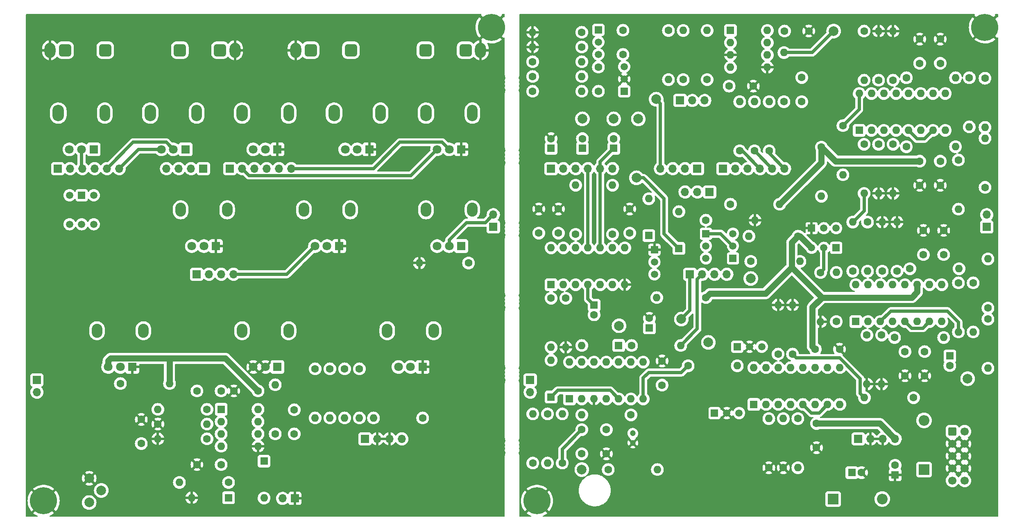
<source format=gbl>
%TF.GenerationSoftware,KiCad,Pcbnew,(6.0.0-0)*%
%TF.CreationDate,2022-06-18T16:24:50+01:00*%
%TF.ProjectId,magnum-drum-synth,6d61676e-756d-42d6-9472-756d2d73796e,r03*%
%TF.SameCoordinates,Original*%
%TF.FileFunction,Copper,L2,Bot*%
%TF.FilePolarity,Positive*%
%FSLAX46Y46*%
G04 Gerber Fmt 4.6, Leading zero omitted, Abs format (unit mm)*
G04 Created by KiCad (PCBNEW (6.0.0-0)) date 2022-06-18 16:24:50*
%MOMM*%
%LPD*%
G01*
G04 APERTURE LIST*
G04 Aperture macros list*
%AMRoundRect*
0 Rectangle with rounded corners*
0 $1 Rounding radius*
0 $2 $3 $4 $5 $6 $7 $8 $9 X,Y pos of 4 corners*
0 Add a 4 corners polygon primitive as box body*
4,1,4,$2,$3,$4,$5,$6,$7,$8,$9,$2,$3,0*
0 Add four circle primitives for the rounded corners*
1,1,$1+$1,$2,$3*
1,1,$1+$1,$4,$5*
1,1,$1+$1,$6,$7*
1,1,$1+$1,$8,$9*
0 Add four rect primitives between the rounded corners*
20,1,$1+$1,$2,$3,$4,$5,0*
20,1,$1+$1,$4,$5,$6,$7,0*
20,1,$1+$1,$6,$7,$8,$9,0*
20,1,$1+$1,$8,$9,$2,$3,0*%
G04 Aperture macros list end*
%TA.AperFunction,ComponentPad*%
%ADD10C,5.600000*%
%TD*%
%TA.AperFunction,ComponentPad*%
%ADD11C,1.600000*%
%TD*%
%TA.AperFunction,ComponentPad*%
%ADD12O,1.600000X1.600000*%
%TD*%
%TA.AperFunction,ComponentPad*%
%ADD13C,2.000000*%
%TD*%
%TA.AperFunction,ComponentPad*%
%ADD14R,1.500000X1.500000*%
%TD*%
%TA.AperFunction,ComponentPad*%
%ADD15C,1.500000*%
%TD*%
%TA.AperFunction,ComponentPad*%
%ADD16R,1.700000X1.700000*%
%TD*%
%TA.AperFunction,ComponentPad*%
%ADD17O,1.700000X1.700000*%
%TD*%
%TA.AperFunction,ComponentPad*%
%ADD18R,1.600000X1.600000*%
%TD*%
%TA.AperFunction,ComponentPad*%
%ADD19RoundRect,0.250000X-0.600000X-0.600000X0.600000X-0.600000X0.600000X0.600000X-0.600000X0.600000X0*%
%TD*%
%TA.AperFunction,ComponentPad*%
%ADD20C,1.700000*%
%TD*%
%TA.AperFunction,ComponentPad*%
%ADD21C,1.200000*%
%TD*%
%TA.AperFunction,ComponentPad*%
%ADD22R,2.200000X2.200000*%
%TD*%
%TA.AperFunction,ComponentPad*%
%ADD23O,2.200000X2.200000*%
%TD*%
%TA.AperFunction,ComponentPad*%
%ADD24O,2.300000X3.100000*%
%TD*%
%TA.AperFunction,ComponentPad*%
%ADD25RoundRect,0.650000X-0.650000X0.650000X-0.650000X-0.650000X0.650000X-0.650000X0.650000X0.650000X0*%
%TD*%
%TA.AperFunction,ComponentPad*%
%ADD26O,2.200000X2.900000*%
%TD*%
%TA.AperFunction,ComponentPad*%
%ADD27R,1.800000X1.800000*%
%TD*%
%TA.AperFunction,ComponentPad*%
%ADD28C,1.800000*%
%TD*%
%TA.AperFunction,ComponentPad*%
%ADD29O,2.200000X3.400000*%
%TD*%
%TA.AperFunction,ComponentPad*%
%ADD30O,2.400000X3.400000*%
%TD*%
%TA.AperFunction,ComponentPad*%
%ADD31RoundRect,0.650000X0.650000X-0.650000X0.650000X0.650000X-0.650000X0.650000X-0.650000X-0.650000X0*%
%TD*%
%TA.AperFunction,ViaPad*%
%ADD32C,0.762000*%
%TD*%
%TA.AperFunction,Conductor*%
%ADD33C,0.635000*%
%TD*%
%TA.AperFunction,Conductor*%
%ADD34C,1.270000*%
%TD*%
G04 APERTURE END LIST*
D10*
%TO.P,H9,1,1*%
%TO.N,GND*%
X34163000Y-131191000D03*
%TD*%
D11*
%TO.P,R73,1*%
%TO.N,+12V*%
X190119000Y-76454000D03*
D12*
%TO.P,R73,2*%
%TO.N,Net-(Q9-Pad3)*%
X179959000Y-76454000D03*
%TD*%
D11*
%TO.P,R3,1*%
%TO.N,/OSC2_LFO_Main*%
X144145000Y-76073000D03*
D12*
%TO.P,R3,2*%
%TO.N,/OSC2_Freq_L*%
X144145000Y-65913000D03*
%TD*%
D11*
%TO.P,R20,1*%
%TO.N,Net-(J12-PadT)*%
X96393000Y-103886000D03*
D12*
%TO.P,R20,2*%
%TO.N,Net-(C12-Pad1)*%
X96393000Y-114046000D03*
%TD*%
D13*
%TO.P,TP4,1,1*%
%TO.N,Net-(D3-Pad1)*%
X156718000Y-64389000D03*
%TD*%
D11*
%TO.P,R72,1*%
%TO.N,Net-(J27-Pad3)*%
X171323000Y-44069000D03*
D12*
%TO.P,R72,2*%
%TO.N,/OutputVCA/Output*%
X171323000Y-33909000D03*
%TD*%
D11*
%TO.P,R4,1*%
%TO.N,+12V*%
X135255000Y-43434000D03*
D12*
%TO.P,R4,2*%
%TO.N,Net-(C4-Pad2)*%
X145415000Y-43434000D03*
%TD*%
D11*
%TO.P,R50,1*%
%TO.N,Net-(R43-Pad2)*%
X212506000Y-43696000D03*
D12*
%TO.P,R50,2*%
%TO.N,Net-(R50-Pad2)*%
X222666000Y-43696000D03*
%TD*%
D10*
%TO.P,H7,1,1*%
%TO.N,GND*%
X228727000Y-33274000D03*
%TD*%
D14*
%TO.P,Q4,1,E*%
%TO.N,GND*%
X160422000Y-79248000D03*
D15*
%TO.P,Q4,2,B*%
%TO.N,Net-(D3-Pad1)*%
X160422000Y-81788000D03*
%TO.P,Q4,3,C*%
%TO.N,Net-(Q4-Pad3)*%
X160422000Y-84328000D03*
%TD*%
D16*
%TO.P,J7,1,Pin_1*%
%TO.N,Net-(J7-Pad1)*%
X72644000Y-62484000D03*
D17*
%TO.P,J7,2,Pin_2*%
%TO.N,Net-(J7-Pad2)*%
X75184000Y-62484000D03*
%TO.P,J7,3,Pin_3*%
%TO.N,Net-(J7-Pad3)*%
X77724000Y-62484000D03*
%TO.P,J7,4,Pin_4*%
%TO.N,Net-(J7-Pad4)*%
X80264000Y-62484000D03*
%TO.P,J7,5,Pin_5*%
%TO.N,Net-(J7-Pad5)*%
X82804000Y-62484000D03*
%TO.P,J7,6,Pin_6*%
%TO.N,Net-(J7-Pad6)*%
X85344000Y-62484000D03*
%TD*%
D18*
%TO.P,C9,1*%
%TO.N,Net-(C9-Pad1)*%
X147955000Y-90718000D03*
D11*
%TO.P,C9,2*%
%TO.N,/Trigger*%
X147955000Y-92718000D03*
%TD*%
%TO.P,R68,1*%
%TO.N,/OutputVCA/Input*%
X213995000Y-109855000D03*
D12*
%TO.P,R68,2*%
%TO.N,Net-(R68-Pad2)*%
X203835000Y-109855000D03*
%TD*%
D18*
%TO.P,C6,1*%
%TO.N,/OSC1_Freq_R*%
X152019000Y-58293000D03*
D11*
%TO.P,C6,2*%
%TO.N,/OSC1_Signal*%
X152019000Y-56293000D03*
%TD*%
%TO.P,R30,1*%
%TO.N,Net-(J21-Pad1)*%
X138328400Y-113207800D03*
D12*
%TO.P,R30,2*%
%TO.N,Net-(C14-Pad1)*%
X138328400Y-123367800D03*
%TD*%
D14*
%TO.P,Q2,1,E*%
%TO.N,Net-(Q2-Pad1)*%
X148844000Y-33782000D03*
D15*
%TO.P,Q2,2,B*%
%TO.N,Net-(C4-Pad2)*%
X148844000Y-36322000D03*
%TO.P,Q2,3,C*%
%TO.N,Net-(C5-Pad1)*%
X148844000Y-38862000D03*
%TD*%
D11*
%TO.P,R66,1*%
%TO.N,Net-(R45-Pad1)*%
X223266000Y-60706000D03*
D12*
%TO.P,R66,2*%
%TO.N,-12V*%
X223266000Y-70866000D03*
%TD*%
D11*
%TO.P,R33,1*%
%TO.N,Net-(C14-Pad1)*%
X141376400Y-123367800D03*
D12*
%TO.P,R33,2*%
%TO.N,Net-(C14-Pad2)*%
X141376400Y-113207800D03*
%TD*%
D11*
%TO.P,R23,1*%
%TO.N,Net-(R23-Pad1)*%
X90297000Y-103886000D03*
D12*
%TO.P,R23,2*%
%TO.N,Net-(C12-Pad1)*%
X90297000Y-114046000D03*
%TD*%
D11*
%TO.P,R61,1*%
%TO.N,Net-(R57-Pad2)*%
X204343000Y-96901000D03*
D12*
%TO.P,R61,2*%
%TO.N,GND*%
X204343000Y-107061000D03*
%TD*%
D11*
%TO.P,R67,1*%
%TO.N,/Filter/Output*%
X229362000Y-93599000D03*
D12*
%TO.P,R67,2*%
%TO.N,-12V*%
X229362000Y-103759000D03*
%TD*%
D11*
%TO.P,R1,1*%
%TO.N,+12V*%
X135255000Y-46482000D03*
D12*
%TO.P,R1,2*%
%TO.N,Net-(C4-Pad1)*%
X145415000Y-46482000D03*
%TD*%
D11*
%TO.P,R5,1*%
%TO.N,Net-(C4-Pad2)*%
X145415000Y-37338000D03*
D12*
%TO.P,R5,2*%
%TO.N,GND*%
X135255000Y-37338000D03*
%TD*%
D11*
%TO.P,R14,1*%
%TO.N,/Trigger*%
X142113000Y-89281000D03*
D12*
%TO.P,R14,2*%
%TO.N,GND*%
X142113000Y-99441000D03*
%TD*%
D11*
%TO.P,R41,1*%
%TO.N,/OutputVCA/Output*%
X163322000Y-33909000D03*
D12*
%TO.P,R41,2*%
%TO.N,/Final_Output_Main*%
X163322000Y-44069000D03*
%TD*%
D11*
%TO.P,R29,1*%
%TO.N,Net-(Q5-Pad2)*%
X194768000Y-83981000D03*
D12*
%TO.P,R29,2*%
%TO.N,GND*%
X194768000Y-94141000D03*
%TD*%
D11*
%TO.P,C20,1*%
%TO.N,GND*%
X216281000Y-105330000D03*
%TO.P,C20,2*%
%TO.N,Net-(C20-Pad2)*%
X216281000Y-100330000D03*
%TD*%
%TO.P,R22,1*%
%TO.N,Net-(R22-Pad1)*%
X93345000Y-103886000D03*
D12*
%TO.P,R22,2*%
%TO.N,Net-(C12-Pad1)*%
X93345000Y-114046000D03*
%TD*%
D13*
%TO.P,TP12,1,1*%
%TO.N,Net-(C14-Pad2)*%
X145415000Y-124714000D03*
%TD*%
D11*
%TO.P,C14,1*%
%TO.N,Net-(C14-Pad1)*%
X145415000Y-116459000D03*
%TO.P,C14,2*%
%TO.N,Net-(C14-Pad2)*%
X145415000Y-121459000D03*
%TD*%
%TO.P,R28,1*%
%TO.N,/Freq_Control_Main*%
X180340000Y-81661000D03*
D12*
%TO.P,R28,2*%
%TO.N,Net-(Q5-Pad2)*%
X190500000Y-81661000D03*
%TD*%
D13*
%TO.P,TP3,1,1*%
%TO.N,/OSC2_Signal*%
X145542000Y-52197000D03*
%TD*%
D11*
%TO.P,R27,1*%
%TO.N,Net-(C14-Pad1)*%
X135280400Y-123367800D03*
D12*
%TO.P,R27,2*%
%TO.N,Net-(J21-Pad2)*%
X135280400Y-113207800D03*
%TD*%
D13*
%TO.P,TP5,1,1*%
%TO.N,/Trigger*%
X153111200Y-94970600D03*
%TD*%
D14*
%TO.P,Q5,1,E*%
%TO.N,Net-(Q5-Pad1)*%
X197993000Y-78867000D03*
D15*
%TO.P,Q5,2,B*%
%TO.N,Net-(Q5-Pad2)*%
X195453000Y-78867000D03*
%TO.P,Q5,3,C*%
%TO.N,+12V*%
X192913000Y-78867000D03*
%TD*%
D18*
%TO.P,C13,1*%
%TO.N,Net-(C13-Pad1)*%
X159385000Y-95427800D03*
D11*
%TO.P,C13,2*%
%TO.N,GND*%
X159385000Y-93427800D03*
%TD*%
%TO.P,C32,1*%
%TO.N,GND*%
X215256000Y-65946000D03*
%TO.P,C32,2*%
%TO.N,-12V*%
X215256000Y-60946000D03*
%TD*%
D16*
%TO.P,J20,1,Pin_1*%
%TO.N,Net-(J18-PadT)*%
X32766000Y-106172000D03*
D17*
%TO.P,J20,2,Pin_2*%
%TO.N,Net-(J20-Pad2)*%
X32766000Y-108712000D03*
%TD*%
D18*
%TO.P,U3,1*%
%TO.N,Net-(C36-Pad2)*%
X70866000Y-112268000D03*
D12*
%TO.P,U3,2,-*%
%TO.N,Net-(C36-Pad1)*%
X70866000Y-114808000D03*
%TO.P,U3,3,+*%
%TO.N,Net-(C8-Pad2)*%
X70866000Y-117348000D03*
%TO.P,U3,4,V-*%
%TO.N,-12V*%
X70866000Y-119888000D03*
%TO.P,U3,5,+*%
%TO.N,GND*%
X78486000Y-119888000D03*
%TO.P,U3,6,-*%
%TO.N,Net-(C12-Pad1)*%
X78486000Y-117348000D03*
%TO.P,U3,7*%
%TO.N,/Freq_Control_Ctrl*%
X78486000Y-114808000D03*
%TO.P,U3,8,V+*%
%TO.N,+12V*%
X78486000Y-112268000D03*
%TD*%
D11*
%TO.P,C18,1*%
%TO.N,GND*%
X220218000Y-75264000D03*
%TO.P,C18,2*%
%TO.N,Net-(C18-Pad2)*%
X220218000Y-80264000D03*
%TD*%
D18*
%TO.P,D1,1,K*%
%TO.N,+12V*%
X79730600Y-122986800D03*
D12*
%TO.P,D1,2,A*%
%TO.N,Net-(D1-Pad2)*%
X79730600Y-130606800D03*
%TD*%
D11*
%TO.P,R63,1*%
%TO.N,Net-(R59-Pad1)*%
X210058000Y-97401000D03*
D12*
%TO.P,R63,2*%
%TO.N,/Filter/Output*%
X220218000Y-97401000D03*
%TD*%
D11*
%TO.P,R55,1*%
%TO.N,Net-(R51-Pad2)*%
X226314000Y-86106000D03*
D12*
%TO.P,R55,2*%
%TO.N,-12V*%
X226314000Y-96266000D03*
%TD*%
D11*
%TO.P,C28,1*%
%TO.N,GND*%
X162001200Y-102260400D03*
%TO.P,C28,2*%
%TO.N,-12V*%
X162001200Y-107260400D03*
%TD*%
%TO.P,C17,1*%
%TO.N,GND*%
X219506000Y-35696000D03*
%TO.P,C17,2*%
%TO.N,Net-(C17-Pad2)*%
X219506000Y-40696000D03*
%TD*%
%TO.P,C34,1*%
%TO.N,GND*%
X180862000Y-45409000D03*
%TO.P,C34,2*%
%TO.N,-12V*%
X175862000Y-45409000D03*
%TD*%
%TO.P,R26,1*%
%TO.N,Net-(C13-Pad1)*%
X155702000Y-99060000D03*
D12*
%TO.P,R26,2*%
%TO.N,/Filter_Env_Decay*%
X165862000Y-99060000D03*
%TD*%
D11*
%TO.P,R59,1*%
%TO.N,Net-(R59-Pad1)*%
X207391000Y-96901000D03*
D12*
%TO.P,R59,2*%
%TO.N,GND*%
X207391000Y-107061000D03*
%TD*%
D11*
%TO.P,R8,1*%
%TO.N,Net-(Q2-Pad1)*%
X145415000Y-34290000D03*
D12*
%TO.P,R8,2*%
%TO.N,GND*%
X135255000Y-34290000D03*
%TD*%
D18*
%TO.P,D3,1,K*%
%TO.N,Net-(D3-Pad1)*%
X165481000Y-78994000D03*
D12*
%TO.P,D3,2,A*%
%TO.N,Net-(D3-Pad2)*%
X165481000Y-71374000D03*
%TD*%
D13*
%TO.P,TP2,1,1*%
%TO.N,/OSC1_Signal*%
X152019000Y-52197000D03*
%TD*%
D18*
%TO.P,D5,1,K*%
%TO.N,Net-(C13-Pad1)*%
X153035000Y-99060000D03*
D12*
%TO.P,D5,2,A*%
%TO.N,Net-(D5-Pad2)*%
X145415000Y-99060000D03*
%TD*%
D11*
%TO.P,R9,1*%
%TO.N,Net-(Q3-Pad1)*%
X171069000Y-73152000D03*
D12*
%TO.P,R9,2*%
%TO.N,GND*%
X181229000Y-73152000D03*
%TD*%
D16*
%TO.P,J1,1,Pin_1*%
%TO.N,GND*%
X86111004Y-130683000D03*
D17*
%TO.P,J1,2,Pin_2*%
%TO.N,Net-(D1-Pad2)*%
X83571004Y-130683000D03*
%TD*%
D11*
%TO.P,R25,1*%
%TO.N,Net-(J20-Pad2)*%
X50038000Y-106934000D03*
D12*
%TO.P,R25,2*%
%TO.N,+12V*%
X60198000Y-106934000D03*
%TD*%
D19*
%TO.P,J28,1,-12V*%
%TO.N,Net-(D8-Pad1)*%
X221996000Y-116840000D03*
D20*
%TO.P,J28,2,-12V*%
X224536000Y-116840000D03*
%TO.P,J28,3,GND*%
%TO.N,GND*%
X221996000Y-119380000D03*
%TO.P,J28,4,GND*%
X224536000Y-119380000D03*
%TO.P,J28,5,GND*%
X221996000Y-121920000D03*
%TO.P,J28,6,GND*%
X224536000Y-121920000D03*
%TO.P,J28,7,GND*%
X221996000Y-124460000D03*
%TO.P,J28,8,GND*%
X224536000Y-124460000D03*
%TO.P,J28,9,+12V*%
%TO.N,Net-(D7-Pad2)*%
X221996000Y-127000000D03*
%TO.P,J28,10,+12V*%
X224536000Y-127000000D03*
%TD*%
D18*
%TO.P,D2,1,K*%
%TO.N,Net-(D1-Pad2)*%
X72390000Y-130556000D03*
D12*
%TO.P,D2,2,A*%
%TO.N,GND*%
X64770000Y-130556000D03*
%TD*%
D16*
%TO.P,J9,1,Pin_1*%
%TO.N,Net-(J9-Pad1)*%
X37084000Y-62484000D03*
D17*
%TO.P,J9,2,Pin_2*%
%TO.N,Net-(J9-Pad2)*%
X39624000Y-62484000D03*
%TO.P,J9,3,Pin_3*%
%TO.N,Net-(J9-Pad3)*%
X42164000Y-62484000D03*
%TO.P,J9,4,Pin_4*%
%TO.N,Net-(J9-Pad4)*%
X44704000Y-62484000D03*
%TO.P,J9,5,Pin_5*%
%TO.N,Net-(J9-Pad5)*%
X47244000Y-62484000D03*
%TO.P,J9,6,Pin_6*%
%TO.N,Net-(J9-Pad6)*%
X49784000Y-62484000D03*
%TD*%
D11*
%TO.P,R6,1*%
%TO.N,Net-(D1-Pad2)*%
X72390000Y-127381000D03*
D12*
%TO.P,R6,2*%
%TO.N,Net-(R6-Pad2)*%
X62230000Y-127381000D03*
%TD*%
D10*
%TO.P,H10,1,1*%
%TO.N,GND*%
X126746000Y-33274000D03*
%TD*%
D18*
%TO.P,U5,1*%
%TO.N,Net-(R64-Pad1)*%
X202756000Y-54566000D03*
D12*
%TO.P,U5,2,DIODE_BIAS*%
%TO.N,unconnected-(U5-Pad2)*%
X205296000Y-54566000D03*
%TO.P,U5,3,+*%
%TO.N,Net-(R56-Pad2)*%
X207836000Y-54566000D03*
%TO.P,U5,4,-*%
%TO.N,Net-(R58-Pad1)*%
X210376000Y-54566000D03*
%TO.P,U5,5*%
%TO.N,Net-(C19-Pad2)*%
X212916000Y-54566000D03*
%TO.P,U5,6,V-*%
%TO.N,-12V*%
X215456000Y-54566000D03*
%TO.P,U5,7*%
%TO.N,Net-(C19-Pad2)*%
X217996000Y-54566000D03*
%TO.P,U5,8*%
%TO.N,Net-(R45-Pad1)*%
X220536000Y-54566000D03*
%TO.P,U5,9*%
%TO.N,Net-(R50-Pad2)*%
X220536000Y-46946000D03*
%TO.P,U5,10*%
%TO.N,Net-(C17-Pad2)*%
X217996000Y-46946000D03*
%TO.P,U5,11,V+*%
%TO.N,+12V*%
X215456000Y-46946000D03*
%TO.P,U5,12*%
%TO.N,Net-(C17-Pad2)*%
X212916000Y-46946000D03*
%TO.P,U5,13,-*%
%TO.N,Net-(R43-Pad2)*%
X210376000Y-46946000D03*
%TO.P,U5,14,+*%
%TO.N,Net-(R44-Pad2)*%
X207836000Y-46946000D03*
%TO.P,U5,15,DIODE_BIAS*%
%TO.N,unconnected-(U5-Pad15)*%
X205296000Y-46946000D03*
%TO.P,U5,16*%
%TO.N,Net-(R52-Pad1)*%
X202756000Y-46946000D03*
%TD*%
D13*
%TO.P,TP9,1,1*%
%TO.N,Net-(R42-Pad1)*%
X171577000Y-98425000D03*
%TD*%
D11*
%TO.P,C35,1*%
%TO.N,+12V*%
X193675000Y-99822000D03*
%TO.P,C35,2*%
%TO.N,GND*%
X198675000Y-99822000D03*
%TD*%
%TO.P,C5,1*%
%TO.N,Net-(C5-Pad1)*%
X153924000Y-38862000D03*
%TO.P,C5,2*%
%TO.N,/Noise_Signal*%
X153924000Y-33862000D03*
%TD*%
%TO.P,R62,1*%
%TO.N,Net-(R58-Pad1)*%
X212506000Y-57946000D03*
D12*
%TO.P,R62,2*%
%TO.N,Net-(R45-Pad1)*%
X222666000Y-57946000D03*
%TD*%
D14*
%TO.P,Q8,1,E*%
%TO.N,Net-(Q8-Pad1)*%
X177546000Y-99314000D03*
D15*
%TO.P,Q8,2,B*%
%TO.N,GND*%
X180086000Y-99314000D03*
%TO.P,Q8,3,C*%
%TO.N,/OutputVCA/I_Gain*%
X182626000Y-99314000D03*
%TD*%
D11*
%TO.P,R74,1*%
%TO.N,/OSC2_LFO_Signal*%
X176149000Y-69850000D03*
D12*
%TO.P,R74,2*%
%TO.N,-12V*%
X186309000Y-69850000D03*
%TD*%
D11*
%TO.P,R48,1*%
%TO.N,Net-(R44-Pad2)*%
X206756000Y-44196000D03*
D12*
%TO.P,R48,2*%
%TO.N,GND*%
X206756000Y-34036000D03*
%TD*%
D10*
%TO.P,H8,1,1*%
%TO.N,GND*%
X136144000Y-131191000D03*
%TD*%
D11*
%TO.P,R51,1*%
%TO.N,Net-(R47-Pad1)*%
X213233000Y-83185000D03*
D12*
%TO.P,R51,2*%
%TO.N,Net-(R51-Pad2)*%
X223393000Y-83185000D03*
%TD*%
D18*
%TO.P,U2,1*%
%TO.N,/OutputVCA/Output*%
X176149000Y-33909000D03*
D12*
%TO.P,U2,2,-*%
%TO.N,Net-(J27-Pad2)*%
X176149000Y-36449000D03*
%TO.P,U2,3,+*%
%TO.N,GND*%
X176149000Y-38989000D03*
%TO.P,U2,4,V-*%
%TO.N,-12V*%
X176149000Y-41529000D03*
%TO.P,U2,5,+*%
%TO.N,GND*%
X183769000Y-41529000D03*
%TO.P,U2,6,-*%
%TO.N,Net-(C10-Pad1)*%
X183769000Y-38989000D03*
%TO.P,U2,7*%
%TO.N,/Filter/Input*%
X183769000Y-36449000D03*
%TO.P,U2,8,V+*%
%TO.N,+12V*%
X183769000Y-33909000D03*
%TD*%
D11*
%TO.P,R42,1*%
%TO.N,Net-(R42-Pad1)*%
X167386000Y-103251000D03*
D12*
%TO.P,R42,2*%
%TO.N,Net-(Q8-Pad1)*%
X177546000Y-103251000D03*
%TD*%
D11*
%TO.P,R53,1*%
%TO.N,Net-(R53-Pad1)*%
X201422000Y-83693000D03*
D12*
%TO.P,R53,2*%
%TO.N,/Filter/I_Freq*%
X201422000Y-73533000D03*
%TD*%
D11*
%TO.P,C2,1*%
%TO.N,GND*%
X155321000Y-70819000D03*
%TO.P,C2,2*%
%TO.N,Net-(C2-Pad2)*%
X155321000Y-75819000D03*
%TD*%
%TO.P,R70,1*%
%TO.N,Net-(R70-Pad1)*%
X185976000Y-100838000D03*
D12*
%TO.P,R70,2*%
%TO.N,GND*%
X185976000Y-90678000D03*
%TD*%
D16*
%TO.P,J27,1,Pin_1*%
%TO.N,Net-(J27-Pad1)*%
X165735000Y-48387000D03*
D17*
%TO.P,J27,2,Pin_2*%
%TO.N,Net-(J27-Pad2)*%
X168275000Y-48387000D03*
%TO.P,J27,3,Pin_3*%
%TO.N,Net-(J27-Pad3)*%
X170815000Y-48387000D03*
%TD*%
D11*
%TO.P,R60,1*%
%TO.N,Net-(R56-Pad2)*%
X206756000Y-57446000D03*
D12*
%TO.P,R60,2*%
%TO.N,GND*%
X206756000Y-67606000D03*
%TD*%
D11*
%TO.P,R7,1*%
%TO.N,+12V*%
X135255000Y-40386000D03*
D12*
%TO.P,R7,2*%
%TO.N,Net-(C5-Pad1)*%
X145415000Y-40386000D03*
%TD*%
D16*
%TO.P,J29,1,Pin_1*%
%TO.N,+12V*%
X100584000Y-118364000D03*
D17*
%TO.P,J29,2,Pin_2*%
%TO.N,GND*%
X103124000Y-118364000D03*
%TO.P,J29,3,Pin_3*%
X105664000Y-118364000D03*
%TO.P,J29,4,Pin_4*%
%TO.N,-12V*%
X108204000Y-118364000D03*
%TD*%
D11*
%TO.P,R47,1*%
%TO.N,Net-(R47-Pad1)*%
X210566000Y-83693000D03*
D12*
%TO.P,R47,2*%
%TO.N,GND*%
X210566000Y-73533000D03*
%TD*%
D14*
%TO.P,Q1,1,E*%
%TO.N,Net-(C4-Pad1)*%
X154178000Y-46482000D03*
D15*
%TO.P,Q1,2,B*%
%TO.N,GND*%
X154178000Y-43942000D03*
%TO.P,Q1,3,C*%
%TO.N,unconnected-(Q1-Pad3)*%
X154178000Y-41402000D03*
%TD*%
D18*
%TO.P,C7,1*%
%TO.N,/OSC2_Freq_R*%
X145542000Y-58293000D03*
D11*
%TO.P,C7,2*%
%TO.N,/OSC2_Signal*%
X145542000Y-56293000D03*
%TD*%
%TO.P,R44,1*%
%TO.N,/Filter/Input*%
X203756000Y-34036000D03*
D12*
%TO.P,R44,2*%
%TO.N,Net-(R44-Pad2)*%
X203756000Y-44196000D03*
%TD*%
D11*
%TO.P,C31,1*%
%TO.N,+12V*%
X78486000Y-108458000D03*
%TO.P,C31,2*%
%TO.N,GND*%
X73486000Y-108458000D03*
%TD*%
D13*
%TO.P,TP8,1,1*%
%TO.N,/Filter_Env*%
X165989000Y-93599000D03*
%TD*%
D16*
%TO.P,J11,1,Pin_1*%
%TO.N,/Filter_Env_Mod_Ctrl*%
X65786000Y-84328000D03*
D17*
%TO.P,J11,2,Pin_2*%
%TO.N,/Filter_Env_Decay_Ctrl*%
X68326000Y-84328000D03*
%TO.P,J11,3,Pin_3*%
%TO.N,/Freq_Control_Ctrl*%
X70866000Y-84328000D03*
%TO.P,J11,4,Pin_4*%
%TO.N,/Filter_LFO_Mod_Ctrl*%
X73406000Y-84328000D03*
%TD*%
D21*
%TO.P,C16,1*%
%TO.N,Net-(C16-Pad1)*%
X155956000Y-117221000D03*
%TO.P,C16,2*%
%TO.N,GND*%
X155956000Y-119221000D03*
%TD*%
D16*
%TO.P,J3,1,Pin_1*%
%TO.N,Net-(C36-Pad2)*%
X67183000Y-62484000D03*
D17*
%TO.P,J3,2,Pin_2*%
%TO.N,Net-(J2-PadTN)*%
X64643000Y-62484000D03*
%TO.P,J3,3,Pin_3*%
%TO.N,Net-(J2-PadT)*%
X62103000Y-62484000D03*
%TO.P,J3,4,Pin_4*%
%TO.N,/Final_Output_Ctrl*%
X59563000Y-62484000D03*
%TD*%
D13*
%TO.P,TP10,1,1*%
%TO.N,/OutputVCA/Input*%
X225171000Y-105918000D03*
%TD*%
D11*
%TO.P,R37,1*%
%TO.N,Net-(C14-Pad2)*%
X150876000Y-124714000D03*
D12*
%TO.P,R37,2*%
%TO.N,Net-(Q7-Pad1)*%
X161036000Y-124714000D03*
%TD*%
D11*
%TO.P,R39,1*%
%TO.N,GND*%
X184071000Y-124333000D03*
D12*
%TO.P,R39,2*%
%TO.N,Net-(R39-Pad2)*%
X184071000Y-114173000D03*
%TD*%
D14*
%TO.P,Q6,1,E*%
%TO.N,GND*%
X192913000Y-74803000D03*
D15*
%TO.P,Q6,2,B*%
%TO.N,Net-(Q5-Pad1)*%
X195453000Y-74803000D03*
%TO.P,Q6,3,C*%
%TO.N,/Filter/I_Freq*%
X197993000Y-74803000D03*
%TD*%
D13*
%TO.P,TP1,1,1*%
%TO.N,/Noise_Signal*%
X157099000Y-52197000D03*
%TD*%
D11*
%TO.P,R64,1*%
%TO.N,Net-(R64-Pad1)*%
X203756000Y-57446000D03*
D12*
%TO.P,R64,2*%
%TO.N,/Filter/I_Freq*%
X203756000Y-67606000D03*
%TD*%
D11*
%TO.P,R19,1*%
%TO.N,Net-(R19-Pad1)*%
X99441000Y-103886000D03*
D12*
%TO.P,R19,2*%
%TO.N,Net-(C12-Pad1)*%
X99441000Y-114046000D03*
%TD*%
D11*
%TO.P,R65,1*%
%TO.N,Net-(R65-Pad1)*%
X198018000Y-94107000D03*
D12*
%TO.P,R65,2*%
%TO.N,/Filter/I_Freq*%
X198018000Y-83947000D03*
%TD*%
D11*
%TO.P,R40,1*%
%TO.N,Net-(R36-Pad2)*%
X190071000Y-114173000D03*
D12*
%TO.P,R40,2*%
%TO.N,Net-(R40-Pad2)*%
X190071000Y-124333000D03*
%TD*%
D16*
%TO.P,J23,1,Pin_1*%
%TO.N,Net-(J23-Pad1)*%
X127127000Y-74549000D03*
D17*
%TO.P,J23,2,Pin_2*%
%TO.N,Net-(J23-Pad2)*%
X127127000Y-72009000D03*
%TD*%
D16*
%TO.P,J5,1,Pin_1*%
%TO.N,Net-(D3-Pad2)*%
X171831000Y-67310000D03*
D17*
%TO.P,J5,2,Pin_2*%
%TO.N,Net-(J4-Pad1)*%
X169291000Y-67310000D03*
%TO.P,J5,3,Pin_3*%
%TO.N,Net-(J4-Pad2)*%
X166751000Y-67310000D03*
%TD*%
D11*
%TO.P,R43,1*%
%TO.N,/Res_Amount*%
X228756000Y-66356000D03*
D12*
%TO.P,R43,2*%
%TO.N,Net-(R43-Pad2)*%
X228756000Y-56196000D03*
%TD*%
D11*
%TO.P,C30,1*%
%TO.N,GND*%
X65866000Y-123698000D03*
%TO.P,C30,2*%
%TO.N,-12V*%
X70866000Y-123698000D03*
%TD*%
%TO.P,C24,1*%
%TO.N,GND*%
X212217000Y-105330000D03*
%TO.P,C24,2*%
%TO.N,-12V*%
X212217000Y-100330000D03*
%TD*%
D13*
%TO.P,RV1,1,1*%
%TO.N,GND*%
X43581000Y-126532000D03*
%TO.P,RV1,2,2*%
%TO.N,Net-(C8-Pad2)*%
X46081000Y-129032000D03*
%TO.P,RV1,3,3*%
%TO.N,Net-(R6-Pad2)*%
X43581000Y-131532000D03*
%TD*%
D11*
%TO.P,R56,1*%
%TO.N,Net-(R50-Pad2)*%
X228756000Y-43786000D03*
D12*
%TO.P,R56,2*%
%TO.N,Net-(R56-Pad2)*%
X228756000Y-53946000D03*
%TD*%
D14*
%TO.P,Q9,1,E*%
%TO.N,/OSC2_LFO_Signal*%
X176657000Y-81026000D03*
D15*
%TO.P,Q9,2,B*%
%TO.N,Net-(Q3-Pad1)*%
X176657000Y-78486000D03*
%TO.P,Q9,3,C*%
%TO.N,Net-(Q9-Pad3)*%
X176657000Y-75946000D03*
%TD*%
D18*
%TO.P,C22,1*%
%TO.N,GND*%
X210185000Y-125825000D03*
D11*
%TO.P,C22,2*%
%TO.N,-12V*%
X210185000Y-123825000D03*
%TD*%
%TO.P,R2,1*%
%TO.N,Net-(C2-Pad2)*%
X151765000Y-76073000D03*
D12*
%TO.P,R2,2*%
%TO.N,/OSC1_Freq_L*%
X151765000Y-65913000D03*
%TD*%
D11*
%TO.P,R54,1*%
%TO.N,Net-(R50-Pad2)*%
X225506000Y-43696000D03*
D12*
%TO.P,R54,2*%
%TO.N,-12V*%
X225506000Y-53856000D03*
%TD*%
D14*
%TO.P,Q3,1,E*%
%TO.N,Net-(Q3-Pad1)*%
X171069000Y-75946000D03*
D15*
%TO.P,Q3,2,B*%
%TO.N,/OSC2_LFO_Main*%
X171069000Y-78486000D03*
%TO.P,Q3,3,C*%
%TO.N,+12V*%
X171069000Y-81026000D03*
%TD*%
D11*
%TO.P,R31,1*%
%TO.N,-12V*%
X155575000Y-113411000D03*
D12*
%TO.P,R31,2*%
%TO.N,Net-(C14-Pad1)*%
X145415000Y-113411000D03*
%TD*%
D11*
%TO.P,C33,1*%
%TO.N,+12V*%
X216027000Y-80264000D03*
%TO.P,C33,2*%
%TO.N,GND*%
X216027000Y-75264000D03*
%TD*%
%TO.P,C8,1*%
%TO.N,GND*%
X54356000Y-114340000D03*
%TO.P,C8,2*%
%TO.N,Net-(C8-Pad2)*%
X54356000Y-119340000D03*
%TD*%
D18*
%TO.P,C21,1*%
%TO.N,+12V*%
X201232888Y-125349000D03*
D11*
%TO.P,C21,2*%
%TO.N,GND*%
X203232888Y-125349000D03*
%TD*%
%TO.P,R16,1*%
%TO.N,/OSC1_Return*%
X184150000Y-58801000D03*
D12*
%TO.P,R16,2*%
%TO.N,Net-(C10-Pad1)*%
X184150000Y-48641000D03*
%TD*%
D11*
%TO.P,C19,1*%
%TO.N,GND*%
X219506000Y-65946000D03*
%TO.P,C19,2*%
%TO.N,Net-(C19-Pad2)*%
X219506000Y-60946000D03*
%TD*%
%TO.P,R45,1*%
%TO.N,Net-(R45-Pad1)*%
X204470000Y-73533000D03*
D12*
%TO.P,R45,2*%
%TO.N,Net-(R45-Pad2)*%
X204470000Y-83693000D03*
%TD*%
D11*
%TO.P,C12,1*%
%TO.N,Net-(C12-Pad1)*%
X85979000Y-117348000D03*
%TO.P,C12,2*%
%TO.N,/Freq_Control_Ctrl*%
X85979000Y-112348000D03*
%TD*%
%TO.P,R12,1*%
%TO.N,Net-(C36-Pad2)*%
X67945000Y-112268000D03*
D12*
%TO.P,R12,2*%
%TO.N,Net-(C36-Pad1)*%
X57785000Y-112268000D03*
%TD*%
D11*
%TO.P,R46,1*%
%TO.N,Net-(R43-Pad2)*%
X209756000Y-44196000D03*
D12*
%TO.P,R46,2*%
%TO.N,GND*%
X209756000Y-34036000D03*
%TD*%
D18*
%TO.P,D4,1,K*%
%TO.N,Net-(D3-Pad1)*%
X159258000Y-76327000D03*
D12*
%TO.P,D4,2,A*%
%TO.N,Net-(D4-Pad2)*%
X159258000Y-68707000D03*
%TD*%
D18*
%TO.P,U4,1*%
%TO.N,Net-(C14-Pad2)*%
X142875000Y-110109000D03*
D12*
%TO.P,U4,2,-*%
%TO.N,Net-(C14-Pad1)*%
X145415000Y-110109000D03*
%TO.P,U4,3,+*%
%TO.N,GND*%
X147955000Y-110109000D03*
%TO.P,U4,4,V+*%
%TO.N,+12V*%
X150495000Y-110109000D03*
%TO.P,U4,5,+*%
%TO.N,Net-(C16-Pad1)*%
X153035000Y-110109000D03*
%TO.P,U4,6,-*%
%TO.N,Net-(R42-Pad1)*%
X155575000Y-110109000D03*
%TO.P,U4,7*%
X158115000Y-110109000D03*
%TO.P,U4,8*%
%TO.N,/Filter_Env*%
X158115000Y-102489000D03*
%TO.P,U4,9,-*%
X155575000Y-102489000D03*
%TO.P,U4,10,+*%
%TO.N,Net-(C13-Pad1)*%
X153035000Y-102489000D03*
%TO.P,U4,11,V-*%
%TO.N,-12V*%
X150495000Y-102489000D03*
%TO.P,U4,12,+*%
%TO.N,/Trigger*%
X147955000Y-102489000D03*
%TO.P,U4,13,-*%
%TO.N,Net-(D5-Pad2)*%
X145415000Y-102489000D03*
%TO.P,U4,14*%
X142875000Y-102489000D03*
%TD*%
D11*
%TO.P,R17,1*%
%TO.N,/OSC2_Return*%
X181102000Y-58801000D03*
D12*
%TO.P,R17,2*%
%TO.N,Net-(C10-Pad1)*%
X181102000Y-48641000D03*
%TD*%
D11*
%TO.P,C4,1*%
%TO.N,Net-(C4-Pad1)*%
X148844000Y-46482000D03*
%TO.P,C4,2*%
%TO.N,Net-(C4-Pad2)*%
X148844000Y-41482000D03*
%TD*%
%TO.P,C3,1*%
%TO.N,/OSC2_LFO_Main*%
X140589000Y-75819000D03*
%TO.P,C3,2*%
%TO.N,GND*%
X140589000Y-70819000D03*
%TD*%
%TO.P,C27,1*%
%TO.N,+12V*%
X136525000Y-75819000D03*
%TO.P,C27,2*%
%TO.N,GND*%
X136525000Y-70819000D03*
%TD*%
%TO.P,C29,1*%
%TO.N,+12V*%
X150495000Y-116459000D03*
%TO.P,C29,2*%
%TO.N,GND*%
X150495000Y-121459000D03*
%TD*%
D14*
%TO.P,Q7,1,E*%
%TO.N,Net-(Q7-Pad1)*%
X172847000Y-113030000D03*
D15*
%TO.P,Q7,2,B*%
%TO.N,GND*%
X175387000Y-113030000D03*
%TO.P,Q7,3,C*%
%TO.N,Net-(Q7-Pad3)*%
X177927000Y-113030000D03*
%TD*%
D11*
%TO.P,R71,1*%
%TO.N,Net-(J27-Pad1)*%
X166370000Y-44069000D03*
D12*
%TO.P,R71,2*%
%TO.N,/OutputVCA/Output*%
X166370000Y-33909000D03*
%TD*%
D22*
%TO.P,D7,1,K*%
%TO.N,+12V*%
X197358000Y-130810000D03*
D23*
%TO.P,D7,2,A*%
%TO.N,Net-(D7-Pad2)*%
X207518000Y-130810000D03*
%TD*%
D11*
%TO.P,R24,1*%
%TO.N,Net-(C12-Pad1)*%
X82042000Y-117348000D03*
D12*
%TO.P,R24,2*%
%TO.N,/Freq_Control_Ctrl*%
X82042000Y-107188000D03*
%TD*%
D11*
%TO.P,C23,1*%
%TO.N,+12V*%
X215256000Y-40696000D03*
%TO.P,C23,2*%
%TO.N,GND*%
X215256000Y-35696000D03*
%TD*%
%TO.P,C25,1*%
%TO.N,+12V*%
X187325000Y-34036000D03*
%TO.P,C25,2*%
%TO.N,GND*%
X192325000Y-34036000D03*
%TD*%
%TO.P,R38,1*%
%TO.N,/Trigger*%
X139065000Y-89281000D03*
D12*
%TO.P,R38,2*%
%TO.N,Net-(D6-Pad2)*%
X139065000Y-99441000D03*
%TD*%
D18*
%TO.P,U1,1*%
%TO.N,/Trigger*%
X139065000Y-86487000D03*
D12*
%TO.P,U1,2*%
X141605000Y-86487000D03*
%TO.P,U1,3*%
%TO.N,Net-(U1-Pad3)*%
X144145000Y-86487000D03*
%TO.P,U1,4*%
%TO.N,Net-(C9-Pad1)*%
X146685000Y-86487000D03*
%TO.P,U1,5*%
%TO.N,Net-(U1-Pad3)*%
X149225000Y-86487000D03*
%TO.P,U1,6*%
%TO.N,Net-(Q4-Pad3)*%
X151765000Y-86487000D03*
%TO.P,U1,7,GND*%
%TO.N,GND*%
X154305000Y-86487000D03*
%TO.P,U1,8*%
%TO.N,Net-(C2-Pad2)*%
X154305000Y-78867000D03*
%TO.P,U1,9*%
X151765000Y-78867000D03*
%TO.P,U1,10*%
%TO.N,/OSC1_Freq_R*%
X149225000Y-78867000D03*
%TO.P,U1,11*%
%TO.N,/OSC2_Freq_R*%
X146685000Y-78867000D03*
%TO.P,U1,12*%
%TO.N,/OSC2_LFO_Main*%
X144145000Y-78867000D03*
%TO.P,U1,13*%
X141605000Y-78867000D03*
%TO.P,U1,14,VCC*%
%TO.N,+12V*%
X139065000Y-78867000D03*
%TD*%
D18*
%TO.P,U6,1*%
%TO.N,Net-(R65-Pad1)*%
X202057000Y-94107000D03*
D12*
%TO.P,U6,2,DIODE_BIAS*%
%TO.N,unconnected-(U6-Pad2)*%
X204597000Y-94107000D03*
%TO.P,U6,3,+*%
%TO.N,Net-(R57-Pad2)*%
X207137000Y-94107000D03*
%TO.P,U6,4,-*%
%TO.N,Net-(R59-Pad1)*%
X209677000Y-94107000D03*
%TO.P,U6,5*%
%TO.N,Net-(C20-Pad2)*%
X212217000Y-94107000D03*
%TO.P,U6,6,V-*%
%TO.N,-12V*%
X214757000Y-94107000D03*
%TO.P,U6,7*%
%TO.N,Net-(C20-Pad2)*%
X217297000Y-94107000D03*
%TO.P,U6,8*%
%TO.N,/Filter/Output*%
X219837000Y-94107000D03*
%TO.P,U6,9*%
%TO.N,Net-(R51-Pad2)*%
X219837000Y-86487000D03*
%TO.P,U6,10*%
%TO.N,Net-(C18-Pad2)*%
X217297000Y-86487000D03*
%TO.P,U6,11,V+*%
%TO.N,+12V*%
X214757000Y-86487000D03*
%TO.P,U6,12*%
%TO.N,Net-(C18-Pad2)*%
X212217000Y-86487000D03*
%TO.P,U6,13,-*%
%TO.N,Net-(R47-Pad1)*%
X209677000Y-86487000D03*
%TO.P,U6,14,+*%
%TO.N,Net-(R45-Pad2)*%
X207137000Y-86487000D03*
%TO.P,U6,15,DIODE_BIAS*%
%TO.N,unconnected-(U6-Pad15)*%
X204597000Y-86487000D03*
%TO.P,U6,16*%
%TO.N,Net-(R53-Pad1)*%
X202057000Y-86487000D03*
%TD*%
D18*
%TO.P,D6,1,K*%
%TO.N,Net-(C16-Pad1)*%
X139065000Y-109728000D03*
D12*
%TO.P,D6,2,A*%
%TO.N,Net-(D6-Pad2)*%
X139065000Y-102108000D03*
%TD*%
D11*
%TO.P,R34,1*%
%TO.N,/Filter/Output*%
X229362000Y-91313000D03*
D12*
%TO.P,R34,2*%
%TO.N,/Res_Top*%
X229362000Y-81153000D03*
%TD*%
D11*
%TO.P,R10,1*%
%TO.N,GND*%
X57785000Y-115316000D03*
D12*
%TO.P,R10,2*%
%TO.N,Net-(C36-Pad1)*%
X67945000Y-115316000D03*
%TD*%
D11*
%TO.P,R36,1*%
%TO.N,GND*%
X187071000Y-124333000D03*
D12*
%TO.P,R36,2*%
%TO.N,Net-(R36-Pad2)*%
X187071000Y-114173000D03*
%TD*%
D11*
%TO.P,R52,1*%
%TO.N,Net-(R52-Pad1)*%
X199390000Y-53594000D03*
D12*
%TO.P,R52,2*%
%TO.N,/Filter/I_Freq*%
X199390000Y-63754000D03*
%TD*%
D13*
%TO.P,TP11,1,1*%
%TO.N,/Final_Output_Main*%
X160782000Y-48133000D03*
%TD*%
D22*
%TO.P,D8,1,K*%
%TO.N,Net-(D8-Pad1)*%
X216154000Y-124714000D03*
D23*
%TO.P,D8,2,A*%
%TO.N,-12V*%
X216154000Y-114554000D03*
%TD*%
D18*
%TO.P,C1,1*%
%TO.N,/OSC2_LFO_Cap*%
X139065000Y-58293000D03*
D11*
%TO.P,C1,2*%
%TO.N,GND*%
X139065000Y-56293000D03*
%TD*%
%TO.P,C10,1*%
%TO.N,Net-(C10-Pad1)*%
X190881000Y-48641000D03*
%TO.P,C10,2*%
%TO.N,/Filter/Input*%
X190881000Y-43641000D03*
%TD*%
D18*
%TO.P,C15,1*%
%TO.N,/Filter/Output*%
X221488000Y-101219000D03*
D11*
%TO.P,C15,2*%
%TO.N,/OutputVCA/Input*%
X221488000Y-103219000D03*
%TD*%
%TO.P,R18,1*%
%TO.N,Net-(C10-Pad1)*%
X187198000Y-48641000D03*
D12*
%TO.P,R18,2*%
%TO.N,/Filter/Input*%
X187198000Y-38481000D03*
%TD*%
D18*
%TO.P,U7,1*%
%TO.N,Net-(Q7-Pad3)*%
X180976000Y-111258000D03*
D12*
%TO.P,U7,2,DIODE_BIAS*%
%TO.N,unconnected-(U7-Pad2)*%
X183516000Y-111258000D03*
%TO.P,U7,3,+*%
%TO.N,Net-(R39-Pad2)*%
X186056000Y-111258000D03*
%TO.P,U7,4,-*%
%TO.N,Net-(R36-Pad2)*%
X188596000Y-111258000D03*
%TO.P,U7,5*%
%TO.N,Net-(C16-Pad1)*%
X191136000Y-111258000D03*
%TO.P,U7,6,V-*%
%TO.N,-12V*%
X193676000Y-111258000D03*
%TO.P,U7,7*%
%TO.N,Net-(C16-Pad1)*%
X196216000Y-111258000D03*
%TO.P,U7,8*%
%TO.N,Net-(R40-Pad2)*%
X198756000Y-111258000D03*
%TO.P,U7,9*%
%TO.N,unconnected-(U7-Pad9)*%
X198756000Y-103638000D03*
%TO.P,U7,10*%
%TO.N,unconnected-(U7-Pad10)*%
X196216000Y-103638000D03*
%TO.P,U7,11,V+*%
%TO.N,+12V*%
X193676000Y-103638000D03*
%TO.P,U7,12*%
%TO.N,Net-(J27-Pad2)*%
X191136000Y-103638000D03*
%TO.P,U7,13,-*%
%TO.N,Net-(R68-Pad2)*%
X188596000Y-103638000D03*
%TO.P,U7,14,+*%
%TO.N,Net-(R70-Pad1)*%
X186056000Y-103638000D03*
%TO.P,U7,15,DIODE_BIAS*%
%TO.N,unconnected-(U7-Pad15)*%
X183516000Y-103638000D03*
%TO.P,U7,16*%
%TO.N,/OutputVCA/I_Gain*%
X180976000Y-103638000D03*
%TD*%
D11*
%TO.P,R13,1*%
%TO.N,+12V*%
X171069000Y-89154000D03*
D12*
%TO.P,R13,2*%
%TO.N,Net-(Q4-Pad3)*%
X160909000Y-89154000D03*
%TD*%
D11*
%TO.P,R32,1*%
%TO.N,-12V*%
X194945000Y-58039000D03*
D12*
%TO.P,R32,2*%
%TO.N,Net-(Q5-Pad1)*%
X194945000Y-68199000D03*
%TD*%
D13*
%TO.P,TP7,1,1*%
%TO.N,/Freq_Control_Main*%
X180340000Y-85217000D03*
%TD*%
D11*
%TO.P,C36,1*%
%TO.N,Net-(C36-Pad1)*%
X65866000Y-108458000D03*
%TO.P,C36,2*%
%TO.N,Net-(C36-Pad2)*%
X70866000Y-108458000D03*
%TD*%
D13*
%TO.P,TP6,1,1*%
%TO.N,/Filter/Input*%
X197459600Y-34036000D03*
%TD*%
D11*
%TO.P,R57,1*%
%TO.N,Net-(R51-Pad2)*%
X223266000Y-86106000D03*
D12*
%TO.P,R57,2*%
%TO.N,Net-(R57-Pad2)*%
X223266000Y-96266000D03*
%TD*%
D11*
%TO.P,R49,1*%
%TO.N,Net-(R45-Pad2)*%
X207518000Y-83693000D03*
D12*
%TO.P,R49,2*%
%TO.N,GND*%
X207518000Y-73533000D03*
%TD*%
D11*
%TO.P,C26,1*%
%TO.N,GND*%
X193929000Y-120189000D03*
%TO.P,C26,2*%
%TO.N,-12V*%
X193929000Y-115189000D03*
%TD*%
%TO.P,R69,1*%
%TO.N,Net-(R68-Pad2)*%
X188976000Y-100838000D03*
D12*
%TO.P,R69,2*%
%TO.N,GND*%
X188976000Y-90678000D03*
%TD*%
D11*
%TO.P,R11,1*%
%TO.N,Net-(C8-Pad2)*%
X67945000Y-118364000D03*
D12*
%TO.P,R11,2*%
%TO.N,GND*%
X57785000Y-118364000D03*
%TD*%
D11*
%TO.P,R15,1*%
%TO.N,/Noise_Return*%
X178054000Y-58801000D03*
D12*
%TO.P,R15,2*%
%TO.N,Net-(C10-Pad1)*%
X178054000Y-48641000D03*
%TD*%
D11*
%TO.P,R58,1*%
%TO.N,Net-(R58-Pad1)*%
X209756000Y-57446000D03*
D12*
%TO.P,R58,2*%
%TO.N,GND*%
X209756000Y-67606000D03*
%TD*%
D11*
%TO.P,R35,1*%
%TO.N,Net-(R35-Pad1)*%
X122000000Y-82000000D03*
D12*
%TO.P,R35,2*%
%TO.N,GND*%
X111840000Y-82000000D03*
%TD*%
D11*
%TO.P,R21,1*%
%TO.N,-12V*%
X112522000Y-114046000D03*
D12*
%TO.P,R21,2*%
%TO.N,Net-(C12-Pad1)*%
X102362000Y-114046000D03*
%TD*%
D24*
%TO.P,J18,S*%
%TO.N,GND*%
X73730000Y-38000000D03*
D25*
%TO.P,J18,T*%
%TO.N,Net-(J18-PadT)*%
X62330000Y-38000000D03*
%TO.P,J18,TN*%
%TO.N,unconnected-(J18-PadTN)*%
X70630000Y-38000000D03*
%TD*%
D16*
%TO.P,J21,1,Pin_1*%
%TO.N,Net-(J21-Pad1)*%
X134747000Y-106172000D03*
D17*
%TO.P,J21,2,Pin_2*%
%TO.N,Net-(J21-Pad2)*%
X134747000Y-108712000D03*
%TD*%
D26*
%TO.P,RV8,*%
%TO.N,*%
X105200000Y-96000000D03*
X114800000Y-96000000D03*
D27*
%TO.P,RV8,1,1*%
%TO.N,GND*%
X112500000Y-103500000D03*
D28*
%TO.P,RV8,2,2*%
%TO.N,Net-(R19-Pad1)*%
X110000000Y-103500000D03*
%TO.P,RV8,3,3*%
%TO.N,+12V*%
X107500000Y-103500000D03*
%TD*%
D16*
%TO.P,J6,1,Pin_1*%
%TO.N,/OSC2_Signal*%
X174625000Y-62484000D03*
D17*
%TO.P,J6,2,Pin_2*%
%TO.N,/OSC1_Signal*%
X177165000Y-62484000D03*
%TO.P,J6,3,Pin_3*%
%TO.N,/Noise_Signal*%
X179705000Y-62484000D03*
%TO.P,J6,4,Pin_4*%
%TO.N,/Noise_Return*%
X182245000Y-62484000D03*
%TO.P,J6,5,Pin_5*%
%TO.N,/OSC2_Return*%
X184785000Y-62484000D03*
%TO.P,J6,6,Pin_6*%
%TO.N,/OSC1_Return*%
X187325000Y-62484000D03*
%TD*%
D29*
%TO.P,RV2,*%
%TO.N,*%
X103800000Y-51000000D03*
D30*
X94200000Y-51000000D03*
D27*
%TO.P,RV2,1,1*%
%TO.N,GND*%
X101500000Y-58500000D03*
D28*
%TO.P,RV2,2,2*%
%TO.N,Net-(J7-Pad5)*%
X99000000Y-58500000D03*
%TO.P,RV2,3,3*%
%TO.N,Net-(J7-Pad1)*%
X96500000Y-58500000D03*
%TD*%
D26*
%TO.P,RV10,*%
%TO.N,*%
X54800000Y-96000000D03*
X45200000Y-96000000D03*
D27*
%TO.P,RV10,1,1*%
%TO.N,GND*%
X52500000Y-103500000D03*
D28*
%TO.P,RV10,2,2*%
%TO.N,Net-(J20-Pad2)*%
X50000000Y-103500000D03*
%TO.P,RV10,3,3*%
%TO.N,+12V*%
X47500000Y-103500000D03*
%TD*%
D26*
%TO.P,RV7,*%
%TO.N,*%
X72100000Y-71000000D03*
X62500000Y-71000000D03*
D27*
%TO.P,RV7,1,1*%
%TO.N,GND*%
X69800000Y-78500000D03*
D28*
%TO.P,RV7,2,2*%
%TO.N,Net-(R23-Pad1)*%
X67300000Y-78500000D03*
%TO.P,RV7,3,3*%
%TO.N,/Filter_Env_Mod_Ctrl*%
X64800000Y-78500000D03*
%TD*%
D14*
%TO.P,SW1,1,A*%
%TO.N,Net-(J9-Pad1)*%
X42037000Y-67993000D03*
D15*
%TO.P,SW1,2,B*%
%TO.N,Net-(J9-Pad2)*%
X44537000Y-67993000D03*
%TO.P,SW1,3,C*%
%TO.N,unconnected-(SW1-Pad3)*%
X39537000Y-67993000D03*
%TO.P,SW1,4,A*%
%TO.N,unconnected-(SW1-Pad4)*%
X44537000Y-73993000D03*
%TO.P,SW1,5,B*%
%TO.N,unconnected-(SW1-Pad5)*%
X39537000Y-73993000D03*
%TO.P,SW1,6,C*%
%TO.N,unconnected-(SW1-Pad6)*%
X42037000Y-73993000D03*
%TD*%
D30*
%TO.P,RV5,*%
%TO.N,*%
X113200000Y-51000000D03*
D29*
X122800000Y-51000000D03*
D27*
%TO.P,RV5,1,1*%
%TO.N,GND*%
X120500000Y-58500000D03*
D28*
%TO.P,RV5,2,2*%
%TO.N,Net-(J7-Pad6)*%
X118000000Y-58500000D03*
%TO.P,RV5,3,3*%
%TO.N,Net-(J7-Pad2)*%
X115500000Y-58500000D03*
%TD*%
D26*
%TO.P,RV9,*%
%TO.N,*%
X87950000Y-71000000D03*
X97550000Y-71000000D03*
D27*
%TO.P,RV9,1,1*%
%TO.N,GND*%
X95250000Y-78500000D03*
D28*
%TO.P,RV9,2,2*%
%TO.N,Net-(R22-Pad1)*%
X92750000Y-78500000D03*
%TO.P,RV9,3,3*%
%TO.N,/Filter_LFO_Mod_Ctrl*%
X90250000Y-78500000D03*
%TD*%
D16*
%TO.P,J4,1,Pin_1*%
%TO.N,Net-(J4-Pad1)*%
X169291000Y-62484000D03*
D17*
%TO.P,J4,2,Pin_2*%
%TO.N,Net-(J4-Pad2)*%
X166751000Y-62484000D03*
%TO.P,J4,3,Pin_3*%
%TO.N,Net-(D4-Pad2)*%
X164211000Y-62484000D03*
%TO.P,J4,4,Pin_4*%
%TO.N,/Final_Output_Main*%
X161671000Y-62484000D03*
%TD*%
D24*
%TO.P,J26,S*%
%TO.N,GND*%
X35520000Y-38000000D03*
D31*
%TO.P,J26,T*%
%TO.N,/Final_Output_Ctrl*%
X46920000Y-38000000D03*
%TO.P,J26,TN*%
%TO.N,unconnected-(J26-PadTN)*%
X38620000Y-38000000D03*
%TD*%
D24*
%TO.P,J2,S*%
%TO.N,GND*%
X124480000Y-38000000D03*
D25*
%TO.P,J2,T*%
%TO.N,Net-(J2-PadT)*%
X113080000Y-38000000D03*
%TO.P,J2,TN*%
%TO.N,Net-(J2-PadTN)*%
X121380000Y-38000000D03*
%TD*%
D16*
%TO.P,J30,1,Pin_1*%
%TO.N,+12V*%
X202565000Y-118364000D03*
D17*
%TO.P,J30,2,Pin_2*%
%TO.N,GND*%
X205105000Y-118364000D03*
%TO.P,J30,3,Pin_3*%
X207645000Y-118364000D03*
%TO.P,J30,4,Pin_4*%
%TO.N,-12V*%
X210185000Y-118364000D03*
%TD*%
D26*
%TO.P,RV12,*%
%TO.N,*%
X122800000Y-71000000D03*
X113200000Y-71000000D03*
D27*
%TO.P,RV12,1,1*%
%TO.N,Net-(R35-Pad1)*%
X120500000Y-78500000D03*
D28*
%TO.P,RV12,2,2*%
%TO.N,Net-(J23-Pad2)*%
X118000000Y-78500000D03*
%TO.P,RV12,3,3*%
%TO.N,Net-(J23-Pad1)*%
X115500000Y-78500000D03*
%TD*%
D30*
%TO.P,RV6,*%
%TO.N,*%
X75200000Y-51000000D03*
D29*
X84800000Y-51000000D03*
D27*
%TO.P,RV6,1,1*%
%TO.N,GND*%
X82500000Y-58500000D03*
D28*
%TO.P,RV6,2,2*%
%TO.N,Net-(J7-Pad4)*%
X80000000Y-58500000D03*
%TO.P,RV6,3,3*%
%TO.N,Net-(J7-Pad3)*%
X77500000Y-58500000D03*
%TD*%
D26*
%TO.P,RV11,*%
%TO.N,*%
X75200000Y-96000000D03*
X84800000Y-96000000D03*
D27*
%TO.P,RV11,1,1*%
%TO.N,/Filter_Env_Decay_Ctrl*%
X82500000Y-103500000D03*
D28*
%TO.P,RV11,2,2*%
%TO.N,GND*%
X80000000Y-103500000D03*
%TO.P,RV11,3,3*%
X77500000Y-103500000D03*
%TD*%
D30*
%TO.P,RV4,*%
%TO.N,*%
X37200000Y-51000000D03*
D29*
X46800000Y-51000000D03*
D27*
%TO.P,RV4,1,1*%
%TO.N,Net-(J9-Pad3)*%
X44500000Y-58500000D03*
D28*
%TO.P,RV4,2,2*%
X42000000Y-58500000D03*
%TO.P,RV4,3,3*%
%TO.N,Net-(J9-Pad4)*%
X39500000Y-58500000D03*
%TD*%
D30*
%TO.P,RV3,*%
%TO.N,*%
X56200000Y-51000000D03*
D29*
X65800000Y-51000000D03*
D27*
%TO.P,RV3,1,1*%
%TO.N,Net-(J9-Pad5)*%
X63500000Y-58500000D03*
D28*
%TO.P,RV3,2,2*%
X61000000Y-58500000D03*
%TO.P,RV3,3,3*%
%TO.N,Net-(J9-Pad6)*%
X58500000Y-58500000D03*
%TD*%
D16*
%TO.P,J10,1,Pin_1*%
%TO.N,/Filter_Env*%
X167767000Y-84328000D03*
D17*
%TO.P,J10,2,Pin_2*%
%TO.N,/Filter_Env_Decay*%
X170307000Y-84328000D03*
%TO.P,J10,3,Pin_3*%
%TO.N,/Freq_Control_Main*%
X172847000Y-84328000D03*
%TO.P,J10,4,Pin_4*%
%TO.N,/OSC2_LFO_Signal*%
X175387000Y-84328000D03*
%TD*%
D16*
%TO.P,J22,1,Pin_1*%
%TO.N,/Res_Top*%
X229108000Y-74549000D03*
D17*
%TO.P,J22,2,Pin_2*%
%TO.N,/Res_Amount*%
X229108000Y-72009000D03*
%TD*%
D16*
%TO.P,J8,1,Pin_1*%
%TO.N,/OSC2_LFO_Cap*%
X139065000Y-62484000D03*
D17*
%TO.P,J8,2,Pin_2*%
%TO.N,/OSC2_LFO_Main*%
X141605000Y-62484000D03*
%TO.P,J8,3,Pin_3*%
%TO.N,/OSC2_Freq_L*%
X144145000Y-62484000D03*
%TO.P,J8,4,Pin_4*%
%TO.N,/OSC2_Freq_R*%
X146685000Y-62484000D03*
%TO.P,J8,5,Pin_5*%
%TO.N,/OSC1_Freq_R*%
X149225000Y-62484000D03*
%TO.P,J8,6,Pin_6*%
%TO.N,/OSC1_Freq_L*%
X151765000Y-62484000D03*
%TD*%
D24*
%TO.P,J12,S*%
%TO.N,GND*%
X86270000Y-38000000D03*
D31*
%TO.P,J12,T*%
%TO.N,Net-(J12-PadT)*%
X97670000Y-38000000D03*
%TO.P,J12,TN*%
%TO.N,unconnected-(J12-PadTN)*%
X89370000Y-38000000D03*
%TD*%
D32*
%TO.N,GND*%
X167513000Y-58039000D03*
X148082000Y-67056000D03*
X187579000Y-58547000D03*
X109220000Y-60452000D03*
X157734000Y-58039000D03*
%TD*%
D33*
%TO.N,/OSC1_Freq_R*%
X149225000Y-62484000D02*
X149225000Y-61087000D01*
X149225000Y-62484000D02*
X149225000Y-78867000D01*
X149225000Y-61087000D02*
X152019000Y-58293000D01*
%TO.N,/OSC2_Freq_R*%
X146685000Y-62484000D02*
X146685000Y-78867000D01*
%TO.N,/Filter/Input*%
X187198000Y-38481000D02*
X193014600Y-38481000D01*
X193014600Y-38481000D02*
X197459600Y-34036000D01*
%TO.N,Net-(C14-Pad1)*%
X141376400Y-123367800D02*
X141376400Y-120497600D01*
X141376400Y-120497600D02*
X145415000Y-116459000D01*
%TO.N,Net-(C16-Pad1)*%
X151263989Y-108337989D02*
X153035000Y-110109000D01*
X191136000Y-111258000D02*
X192907020Y-113029020D01*
X140455011Y-108337989D02*
X151263989Y-108337989D01*
X194444980Y-113029020D02*
X196216000Y-111258000D01*
X192907020Y-113029020D02*
X194444980Y-113029020D01*
X139065000Y-109728000D02*
X140455011Y-108337989D01*
%TO.N,Net-(C19-Pad2)*%
X216224980Y-56337020D02*
X217996000Y-54566000D01*
X212916000Y-54566000D02*
X214687020Y-56337020D01*
X214687020Y-56337020D02*
X216224980Y-56337020D01*
%TO.N,Net-(C20-Pad2)*%
X213588011Y-95478011D02*
X215925989Y-95478011D01*
X215925989Y-95478011D02*
X217297000Y-94107000D01*
X212217000Y-94107000D02*
X213588011Y-95478011D01*
D34*
%TO.N,+12V*%
X47500000Y-102227208D02*
X47500000Y-103500000D01*
X59959511Y-101711489D02*
X48015719Y-101711489D01*
X48015719Y-101711489D02*
X47500000Y-102227208D01*
X171868999Y-88354001D02*
X183350977Y-88354001D01*
X214757000Y-88011000D02*
X214757000Y-86487000D01*
X213614000Y-89154000D02*
X214757000Y-88011000D01*
X213614000Y-89154000D02*
X195072000Y-89154000D01*
X60198000Y-101949978D02*
X59959511Y-101711489D01*
X188811489Y-77761511D02*
X190119000Y-76454000D01*
X190500000Y-76454000D02*
X192913000Y-78867000D01*
X193079489Y-99226489D02*
X193675000Y-99822000D01*
X71739489Y-101711489D02*
X59959511Y-101711489D01*
X183350977Y-88354001D02*
X188811489Y-82893489D01*
X171069000Y-89154000D02*
X171868999Y-88354001D01*
X78486000Y-108458000D02*
X71739489Y-101711489D01*
X195072000Y-89154000D02*
X193079489Y-91146511D01*
X188811489Y-82893489D02*
X188811489Y-77761511D01*
X60198000Y-106934000D02*
X60198000Y-101949978D01*
X193079489Y-91146511D02*
X193079489Y-99226489D01*
X195072000Y-89154000D02*
X188811489Y-82893489D01*
%TO.N,-12V*%
X207010000Y-115189000D02*
X210185000Y-118364000D01*
X193929000Y-115189000D02*
X207010000Y-115189000D01*
X197852000Y-60946000D02*
X215256000Y-60946000D01*
X194945000Y-58039000D02*
X197852000Y-60946000D01*
X194945000Y-61214000D02*
X186309000Y-69850000D01*
X194945000Y-58039000D02*
X194945000Y-61214000D01*
D33*
%TO.N,Net-(D3-Pad1)*%
X162433000Y-75946000D02*
X165481000Y-78994000D01*
X162433000Y-68689787D02*
X162433000Y-75946000D01*
X156718000Y-64389000D02*
X158132213Y-64389000D01*
X158132213Y-64389000D02*
X162433000Y-68689787D01*
%TO.N,/Noise_Return*%
X178054000Y-58801000D02*
X178562000Y-58801000D01*
X178562000Y-58801000D02*
X182245000Y-62484000D01*
%TO.N,/OSC1_Return*%
X184150000Y-58801000D02*
X184150000Y-59309000D01*
X184150000Y-59309000D02*
X187325000Y-62484000D01*
%TO.N,/OSC2_Return*%
X181102000Y-58801000D02*
X184785000Y-62484000D01*
%TO.N,Net-(J9-Pad3)*%
X42000000Y-58500000D02*
X42000000Y-62320000D01*
X42000000Y-62320000D02*
X42164000Y-62484000D01*
%TO.N,Net-(J9-Pad5)*%
X52699011Y-57028989D02*
X47244000Y-62484000D01*
X59528989Y-57028989D02*
X52699011Y-57028989D01*
X61000000Y-58500000D02*
X59528989Y-57028989D01*
%TO.N,Net-(J9-Pad6)*%
X53768000Y-58500000D02*
X58500000Y-58500000D01*
X49784000Y-62484000D02*
X53768000Y-58500000D01*
%TO.N,/Filter_Env_Decay*%
X169291000Y-95631000D02*
X169291000Y-85344000D01*
X165862000Y-99060000D02*
X169291000Y-95631000D01*
X169291000Y-85344000D02*
X170307000Y-84328000D01*
%TO.N,/Filter_Env*%
X167767000Y-91821000D02*
X165989000Y-93599000D01*
X167767000Y-84328000D02*
X167767000Y-91821000D01*
%TO.N,Net-(Q5-Pad2)*%
X195453000Y-78867000D02*
X195453000Y-83296000D01*
X195453000Y-83296000D02*
X194768000Y-83981000D01*
%TO.N,/Filter/I_Freq*%
X203756000Y-71253000D02*
X201518000Y-73491000D01*
X203756000Y-67606000D02*
X203756000Y-71253000D01*
%TO.N,Net-(R42-Pad1)*%
X165989000Y-104648000D02*
X167386000Y-103251000D01*
X158115000Y-105791000D02*
X159258000Y-104648000D01*
X158115000Y-110109000D02*
X158115000Y-105791000D01*
X159258000Y-104648000D02*
X165989000Y-104648000D01*
%TO.N,Net-(R52-Pad1)*%
X202756000Y-50228000D02*
X199390000Y-53594000D01*
X202756000Y-46946000D02*
X202756000Y-50228000D01*
%TO.N,Net-(R57-Pad2)*%
X207137000Y-94107000D02*
X209296000Y-91948000D01*
X223266000Y-94234000D02*
X223266000Y-96266000D01*
X209296000Y-91948000D02*
X220980000Y-91948000D01*
X220980000Y-91948000D02*
X223266000Y-94234000D01*
%TO.N,Net-(J7-Pad2)*%
X75184000Y-62484000D02*
X76605011Y-63905011D01*
X110094989Y-63905011D02*
X115500000Y-58500000D01*
X76605011Y-63905011D02*
X110094989Y-63905011D01*
%TO.N,/Filter_LFO_Mod_Ctrl*%
X84422000Y-84328000D02*
X90250000Y-78500000D01*
X73406000Y-84328000D02*
X84422000Y-84328000D01*
%TO.N,Net-(J7-Pad6)*%
X116528989Y-57028989D02*
X118000000Y-58500000D01*
X107817011Y-57028989D02*
X116528989Y-57028989D01*
X102362000Y-62484000D02*
X107817011Y-57028989D01*
X85344000Y-62484000D02*
X102362000Y-62484000D01*
%TO.N,Net-(R68-Pad2)*%
X189775999Y-101637999D02*
X198694902Y-101637999D01*
X188976000Y-100838000D02*
X189775999Y-101637999D01*
X198694902Y-101637999D02*
X202946000Y-105889097D01*
X202946000Y-105889097D02*
X202946000Y-108966000D01*
X202946000Y-108966000D02*
X203835000Y-109855000D01*
%TO.N,/Final_Output_Main*%
X161671000Y-49022000D02*
X160782000Y-48133000D01*
X161671000Y-62484000D02*
X161671000Y-49022000D01*
%TO.N,Net-(Q3-Pad1)*%
X176657000Y-78486000D02*
X174117000Y-75946000D01*
X174117000Y-75946000D02*
X171069000Y-75946000D01*
%TO.N,Net-(C9-Pad1)*%
X146685000Y-89448000D02*
X147955000Y-90718000D01*
X146685000Y-86487000D02*
X146685000Y-89448000D01*
%TO.N,Net-(J23-Pad2)*%
X118000000Y-78500000D02*
X118000000Y-77227208D01*
X125476000Y-73660000D02*
X127127000Y-72009000D01*
X118000000Y-77227208D02*
X121567208Y-73660000D01*
X121567208Y-73660000D02*
X125476000Y-73660000D01*
%TD*%
%TA.AperFunction,Conductor*%
%TO.N,GND*%
G36*
X124611912Y-30528002D02*
G01*
X124658405Y-30581658D01*
X124668509Y-30651932D01*
X124639015Y-30716512D01*
X124619796Y-30734495D01*
X124610411Y-30741593D01*
X124605211Y-30745987D01*
X124603972Y-30747155D01*
X124595950Y-30760862D01*
X124595986Y-30761704D01*
X124601037Y-30769826D01*
X126733190Y-32901980D01*
X126747131Y-32909592D01*
X126748966Y-32909461D01*
X126755580Y-32905210D01*
X128888798Y-30771991D01*
X128896412Y-30758047D01*
X128896344Y-30757089D01*
X128891836Y-30750272D01*
X128890418Y-30749065D01*
X128870944Y-30734230D01*
X128828876Y-30677039D01*
X128824407Y-30606183D01*
X128858954Y-30544159D01*
X128921550Y-30510659D01*
X128947298Y-30508000D01*
X129366000Y-30508000D01*
X129434121Y-30528002D01*
X129480614Y-30581658D01*
X129492000Y-30634000D01*
X129492000Y-31054083D01*
X129471998Y-31122204D01*
X129418342Y-31168697D01*
X129348068Y-31178801D01*
X129283488Y-31149307D01*
X129269904Y-31135578D01*
X129269566Y-31135180D01*
X129256740Y-31126743D01*
X129246416Y-31132795D01*
X127118020Y-33261190D01*
X127110408Y-33275131D01*
X127110539Y-33276966D01*
X127114790Y-33283580D01*
X129245009Y-35413798D01*
X129258605Y-35421223D01*
X129268217Y-35414523D01*
X129270474Y-35411899D01*
X129330059Y-35373297D01*
X129401055Y-35373037D01*
X129460922Y-35411201D01*
X129490651Y-35475674D01*
X129492000Y-35494062D01*
X129492000Y-42950632D01*
X129490500Y-42970017D01*
X129486806Y-42993742D01*
X129487626Y-43000012D01*
X129487329Y-43000012D01*
X129487912Y-43007421D01*
X129487912Y-43007425D01*
X129497351Y-43127351D01*
X129505952Y-43236645D01*
X129507106Y-43241452D01*
X129507107Y-43241458D01*
X129532664Y-43347909D01*
X129561364Y-43467451D01*
X129563257Y-43472022D01*
X129563258Y-43472024D01*
X129648457Y-43677714D01*
X129656046Y-43748304D01*
X129637136Y-43791766D01*
X129638502Y-43792559D01*
X129549666Y-43945502D01*
X129547545Y-43952506D01*
X129547543Y-43952510D01*
X129507871Y-44083500D01*
X129498397Y-44114779D01*
X129487445Y-44291310D01*
X129488685Y-44298526D01*
X129488685Y-44298528D01*
X129512761Y-44438640D01*
X129517398Y-44465626D01*
X129520264Y-44472360D01*
X129520264Y-44472362D01*
X129562793Y-44572312D01*
X129571059Y-44642826D01*
X129555806Y-44684929D01*
X129553346Y-44689165D01*
X129553343Y-44689171D01*
X129549666Y-44695502D01*
X129498397Y-44864779D01*
X129487445Y-45041310D01*
X129517398Y-45215626D01*
X129520264Y-45222360D01*
X129520264Y-45222362D01*
X129562793Y-45322312D01*
X129571059Y-45392826D01*
X129555806Y-45434929D01*
X129553346Y-45439165D01*
X129553343Y-45439171D01*
X129549666Y-45445502D01*
X129547545Y-45452506D01*
X129547543Y-45452510D01*
X129531351Y-45505972D01*
X129498397Y-45614779D01*
X129487445Y-45791310D01*
X129517398Y-45965626D01*
X129586649Y-46128376D01*
X129590982Y-46134264D01*
X129590985Y-46134269D01*
X129635473Y-46194720D01*
X129659739Y-46261441D01*
X129650400Y-46317621D01*
X129564594Y-46524776D01*
X129561364Y-46532573D01*
X129541894Y-46613672D01*
X129507107Y-46758566D01*
X129507106Y-46758572D01*
X129505952Y-46763379D01*
X129497351Y-46872673D01*
X129489236Y-46975783D01*
X129488283Y-46983922D01*
X129488320Y-46984015D01*
X129486806Y-46993742D01*
X129487441Y-46998595D01*
X129487329Y-47000012D01*
X129487626Y-47000012D01*
X129488874Y-47009556D01*
X129490936Y-47025323D01*
X129492000Y-47041661D01*
X129492000Y-57950672D01*
X129490500Y-57970056D01*
X129486814Y-57993730D01*
X129487634Y-58000000D01*
X129487337Y-58000000D01*
X129487920Y-58007409D01*
X129487920Y-58007413D01*
X129497359Y-58127339D01*
X129505960Y-58236633D01*
X129507114Y-58241440D01*
X129507115Y-58241446D01*
X129532672Y-58347897D01*
X129561372Y-58467439D01*
X129563265Y-58472010D01*
X129563266Y-58472012D01*
X129648465Y-58677702D01*
X129656054Y-58748292D01*
X129637144Y-58791754D01*
X129638510Y-58792547D01*
X129549674Y-58945490D01*
X129547553Y-58952494D01*
X129547551Y-58952498D01*
X129507879Y-59083488D01*
X129498405Y-59114767D01*
X129487453Y-59291298D01*
X129488693Y-59298514D01*
X129488693Y-59298516D01*
X129513815Y-59444717D01*
X129517406Y-59465614D01*
X129520272Y-59472348D01*
X129520272Y-59472350D01*
X129562801Y-59572300D01*
X129571067Y-59642814D01*
X129555814Y-59684917D01*
X129553354Y-59689153D01*
X129553351Y-59689159D01*
X129549674Y-59695490D01*
X129547553Y-59702494D01*
X129547551Y-59702498D01*
X129522750Y-59784386D01*
X129498405Y-59864767D01*
X129487453Y-60041298D01*
X129517406Y-60215614D01*
X129520272Y-60222348D01*
X129520272Y-60222350D01*
X129562801Y-60322300D01*
X129571067Y-60392814D01*
X129555814Y-60434917D01*
X129553354Y-60439153D01*
X129553351Y-60439159D01*
X129549674Y-60445490D01*
X129547553Y-60452494D01*
X129547551Y-60452498D01*
X129531359Y-60505960D01*
X129498405Y-60614767D01*
X129487453Y-60791298D01*
X129517406Y-60965614D01*
X129586657Y-61128364D01*
X129590990Y-61134252D01*
X129590993Y-61134257D01*
X129635481Y-61194708D01*
X129659747Y-61261429D01*
X129650408Y-61317608D01*
X129621543Y-61387295D01*
X129564602Y-61524764D01*
X129561372Y-61532561D01*
X129549734Y-61581037D01*
X129507115Y-61758554D01*
X129507114Y-61758560D01*
X129505960Y-61763367D01*
X129497359Y-61872661D01*
X129489244Y-61975771D01*
X129488291Y-61983910D01*
X129488328Y-61984003D01*
X129486814Y-61993730D01*
X129487449Y-61998583D01*
X129487337Y-62000000D01*
X129487634Y-62000000D01*
X129488882Y-62009544D01*
X129490936Y-62025250D01*
X129492000Y-62041588D01*
X129492000Y-72950672D01*
X129490500Y-72970056D01*
X129486814Y-72993730D01*
X129487634Y-73000000D01*
X129487337Y-73000000D01*
X129487920Y-73007409D01*
X129487920Y-73007413D01*
X129492742Y-73068681D01*
X129505960Y-73236633D01*
X129507114Y-73241440D01*
X129507115Y-73241446D01*
X129529753Y-73335739D01*
X129561372Y-73467439D01*
X129563265Y-73472010D01*
X129563266Y-73472012D01*
X129648465Y-73677702D01*
X129656054Y-73748292D01*
X129637144Y-73791754D01*
X129638510Y-73792547D01*
X129549674Y-73945490D01*
X129547553Y-73952494D01*
X129547551Y-73952498D01*
X129507879Y-74083488D01*
X129498405Y-74114767D01*
X129487453Y-74291298D01*
X129488693Y-74298514D01*
X129488693Y-74298516D01*
X129509528Y-74419765D01*
X129517406Y-74465614D01*
X129520272Y-74472348D01*
X129520272Y-74472350D01*
X129562801Y-74572300D01*
X129571067Y-74642814D01*
X129555814Y-74684917D01*
X129553354Y-74689153D01*
X129553351Y-74689159D01*
X129549674Y-74695490D01*
X129498405Y-74864767D01*
X129487453Y-75041298D01*
X129488693Y-75048514D01*
X129488693Y-75048516D01*
X129516166Y-75208398D01*
X129517406Y-75215614D01*
X129520272Y-75222348D01*
X129520272Y-75222350D01*
X129562801Y-75322300D01*
X129571067Y-75392814D01*
X129555814Y-75434917D01*
X129553354Y-75439153D01*
X129553351Y-75439159D01*
X129549674Y-75445490D01*
X129547553Y-75452494D01*
X129547551Y-75452498D01*
X129532722Y-75501460D01*
X129498405Y-75614767D01*
X129487453Y-75791298D01*
X129488693Y-75798514D01*
X129488693Y-75798516D01*
X129498015Y-75852767D01*
X129517406Y-75965614D01*
X129586657Y-76128364D01*
X129590990Y-76134252D01*
X129590993Y-76134257D01*
X129635481Y-76194708D01*
X129659747Y-76261429D01*
X129650408Y-76317609D01*
X129564602Y-76524764D01*
X129561372Y-76532561D01*
X129541902Y-76613660D01*
X129507115Y-76758554D01*
X129507114Y-76758560D01*
X129505960Y-76763367D01*
X129490529Y-76959447D01*
X129489244Y-76975771D01*
X129488291Y-76983910D01*
X129488328Y-76984003D01*
X129486814Y-76993730D01*
X129487449Y-76998583D01*
X129487337Y-77000000D01*
X129487634Y-77000000D01*
X129488882Y-77009544D01*
X129490936Y-77025250D01*
X129492000Y-77041588D01*
X129492000Y-87950672D01*
X129490500Y-87970056D01*
X129486814Y-87993730D01*
X129487634Y-88000000D01*
X129487337Y-88000000D01*
X129487920Y-88007409D01*
X129487920Y-88007413D01*
X129497359Y-88127339D01*
X129505960Y-88236633D01*
X129507114Y-88241440D01*
X129507115Y-88241446D01*
X129532672Y-88347897D01*
X129561372Y-88467439D01*
X129563265Y-88472010D01*
X129563266Y-88472012D01*
X129648465Y-88677702D01*
X129656054Y-88748292D01*
X129637144Y-88791754D01*
X129638510Y-88792547D01*
X129549674Y-88945490D01*
X129547553Y-88952494D01*
X129547551Y-88952498D01*
X129507879Y-89083488D01*
X129498405Y-89114767D01*
X129487453Y-89291298D01*
X129488693Y-89298514D01*
X129488693Y-89298516D01*
X129512769Y-89438628D01*
X129517406Y-89465614D01*
X129520272Y-89472348D01*
X129520272Y-89472350D01*
X129562801Y-89572300D01*
X129571067Y-89642814D01*
X129555814Y-89684917D01*
X129553354Y-89689153D01*
X129553351Y-89689159D01*
X129549674Y-89695490D01*
X129498405Y-89864767D01*
X129487453Y-90041298D01*
X129517406Y-90215614D01*
X129520272Y-90222348D01*
X129520272Y-90222350D01*
X129562801Y-90322300D01*
X129571067Y-90392814D01*
X129555814Y-90434917D01*
X129553354Y-90439153D01*
X129553351Y-90439159D01*
X129549674Y-90445490D01*
X129547553Y-90452494D01*
X129547551Y-90452498D01*
X129531359Y-90505960D01*
X129498405Y-90614767D01*
X129487453Y-90791298D01*
X129517406Y-90965614D01*
X129586657Y-91128364D01*
X129590990Y-91134252D01*
X129590993Y-91134257D01*
X129635481Y-91194708D01*
X129659747Y-91261429D01*
X129650408Y-91317609D01*
X129564602Y-91524764D01*
X129561372Y-91532561D01*
X129541902Y-91613660D01*
X129507115Y-91758554D01*
X129507114Y-91758560D01*
X129505960Y-91763367D01*
X129497359Y-91872661D01*
X129489244Y-91975771D01*
X129488291Y-91983910D01*
X129488328Y-91984003D01*
X129486814Y-91993730D01*
X129487449Y-91998583D01*
X129487337Y-92000000D01*
X129487634Y-92000000D01*
X129488882Y-92009544D01*
X129490936Y-92025250D01*
X129492000Y-92041588D01*
X129492000Y-102950672D01*
X129490500Y-102970056D01*
X129486814Y-102993730D01*
X129487634Y-103000000D01*
X129487337Y-103000000D01*
X129487920Y-103007409D01*
X129487920Y-103007413D01*
X129490974Y-103046211D01*
X129505960Y-103236633D01*
X129507114Y-103241440D01*
X129507115Y-103241446D01*
X129522104Y-103303879D01*
X129561372Y-103467439D01*
X129563265Y-103472010D01*
X129563266Y-103472012D01*
X129648465Y-103677702D01*
X129656054Y-103748292D01*
X129637144Y-103791754D01*
X129638510Y-103792547D01*
X129549674Y-103945490D01*
X129547553Y-103952494D01*
X129547551Y-103952498D01*
X129507879Y-104083488D01*
X129498405Y-104114767D01*
X129487453Y-104291298D01*
X129488693Y-104298514D01*
X129488693Y-104298516D01*
X129513815Y-104444717D01*
X129517406Y-104465614D01*
X129520272Y-104472348D01*
X129520272Y-104472350D01*
X129562801Y-104572300D01*
X129571067Y-104642814D01*
X129555814Y-104684917D01*
X129553354Y-104689153D01*
X129553351Y-104689159D01*
X129549674Y-104695490D01*
X129547553Y-104702494D01*
X129547551Y-104702498D01*
X129522750Y-104784386D01*
X129498405Y-104864767D01*
X129487453Y-105041298D01*
X129488693Y-105048514D01*
X129488693Y-105048516D01*
X129500626Y-105117961D01*
X129517406Y-105215614D01*
X129520272Y-105222348D01*
X129520272Y-105222350D01*
X129562801Y-105322300D01*
X129571067Y-105392814D01*
X129555814Y-105434917D01*
X129553354Y-105439153D01*
X129553351Y-105439159D01*
X129549674Y-105445490D01*
X129547553Y-105452494D01*
X129547551Y-105452498D01*
X129531359Y-105505960D01*
X129498405Y-105614767D01*
X129487453Y-105791298D01*
X129488693Y-105798514D01*
X129488693Y-105798516D01*
X129515761Y-105956039D01*
X129517406Y-105965614D01*
X129586657Y-106128364D01*
X129590990Y-106134252D01*
X129590993Y-106134257D01*
X129635481Y-106194708D01*
X129659747Y-106261429D01*
X129650408Y-106317608D01*
X129637732Y-106348211D01*
X129564602Y-106524764D01*
X129561372Y-106532561D01*
X129541902Y-106613660D01*
X129507115Y-106758554D01*
X129507114Y-106758560D01*
X129505960Y-106763367D01*
X129490061Y-106965393D01*
X129489244Y-106975771D01*
X129488291Y-106983910D01*
X129488328Y-106984003D01*
X129486814Y-106993730D01*
X129487449Y-106998583D01*
X129487337Y-107000000D01*
X129487634Y-107000000D01*
X129488882Y-107009544D01*
X129490936Y-107025250D01*
X129492000Y-107041588D01*
X129492000Y-117950609D01*
X129490500Y-117969994D01*
X129486806Y-117993719D01*
X129487626Y-117999989D01*
X129487329Y-117999989D01*
X129487912Y-118007398D01*
X129487912Y-118007402D01*
X129495855Y-118108329D01*
X129505952Y-118236622D01*
X129507106Y-118241429D01*
X129507107Y-118241435D01*
X129535728Y-118360646D01*
X129561364Y-118467428D01*
X129563257Y-118471999D01*
X129563258Y-118472001D01*
X129648457Y-118677691D01*
X129656046Y-118748281D01*
X129637136Y-118791743D01*
X129638502Y-118792536D01*
X129549666Y-118945479D01*
X129547545Y-118952483D01*
X129547543Y-118952487D01*
X129507871Y-119083477D01*
X129498397Y-119114756D01*
X129487445Y-119291287D01*
X129488685Y-119298503D01*
X129488685Y-119298505D01*
X129500335Y-119366301D01*
X129517398Y-119465603D01*
X129520264Y-119472337D01*
X129520264Y-119472339D01*
X129562793Y-119572289D01*
X129571059Y-119642803D01*
X129555806Y-119684906D01*
X129553346Y-119689142D01*
X129553343Y-119689148D01*
X129549666Y-119695479D01*
X129547545Y-119702483D01*
X129547543Y-119702487D01*
X129519759Y-119794225D01*
X129498397Y-119864756D01*
X129487445Y-120041287D01*
X129488685Y-120048503D01*
X129488685Y-120048505D01*
X129505758Y-120147865D01*
X129517398Y-120215603D01*
X129520264Y-120222337D01*
X129520264Y-120222339D01*
X129562793Y-120322289D01*
X129571059Y-120392803D01*
X129555806Y-120434906D01*
X129553346Y-120439142D01*
X129553343Y-120439148D01*
X129549666Y-120445479D01*
X129547545Y-120452483D01*
X129547543Y-120452487D01*
X129531351Y-120505949D01*
X129498397Y-120614756D01*
X129487445Y-120791287D01*
X129488685Y-120798503D01*
X129488685Y-120798505D01*
X129504459Y-120890301D01*
X129517398Y-120965603D01*
X129586649Y-121128353D01*
X129590982Y-121134241D01*
X129590985Y-121134246D01*
X129635473Y-121194697D01*
X129659739Y-121261418D01*
X129650400Y-121317598D01*
X129564594Y-121524753D01*
X129561364Y-121532550D01*
X129541894Y-121613649D01*
X129507107Y-121758543D01*
X129507106Y-121758549D01*
X129505952Y-121763356D01*
X129492043Y-121940095D01*
X129489236Y-121975760D01*
X129488283Y-121983899D01*
X129488320Y-121983992D01*
X129486806Y-121993719D01*
X129487441Y-121998572D01*
X129487329Y-121999989D01*
X129487626Y-121999989D01*
X129488874Y-122009533D01*
X129490936Y-122025300D01*
X129492000Y-122041638D01*
X129492000Y-134366000D01*
X129471998Y-134434121D01*
X129418342Y-134480614D01*
X129366000Y-134492000D01*
X35476945Y-134492000D01*
X35408824Y-134471998D01*
X35362331Y-134418342D01*
X35352227Y-134348068D01*
X35381721Y-134283488D01*
X35424694Y-134251345D01*
X35694718Y-134128288D01*
X35700777Y-134125121D01*
X36002995Y-133945676D01*
X36008659Y-133941884D01*
X36289732Y-133730849D01*
X36294958Y-133726464D01*
X36304613Y-133717428D01*
X36312682Y-133703750D01*
X36312654Y-133703024D01*
X36307512Y-133694723D01*
X34175810Y-131563020D01*
X34161869Y-131555408D01*
X34160034Y-131555539D01*
X34153420Y-131559790D01*
X32019774Y-133693437D01*
X32012160Y-133707381D01*
X32012237Y-133708470D01*
X32014698Y-133712206D01*
X32288632Y-133922404D01*
X32294262Y-133926259D01*
X32594591Y-134108862D01*
X32600593Y-134112080D01*
X32899073Y-134251898D01*
X32952276Y-134298908D01*
X32971618Y-134367219D01*
X32950958Y-134435143D01*
X32896855Y-134481115D01*
X32845624Y-134492000D01*
X30634000Y-134492000D01*
X30565879Y-134471998D01*
X30519386Y-134418342D01*
X30508000Y-134366000D01*
X30508000Y-131182832D01*
X30850333Y-131182832D01*
X30868117Y-131533893D01*
X30868827Y-131540649D01*
X30924420Y-131887723D01*
X30925859Y-131894378D01*
X31018608Y-132233410D01*
X31020757Y-132239871D01*
X31149581Y-132566912D01*
X31152412Y-132573095D01*
X31315803Y-132884310D01*
X31319286Y-132890152D01*
X31515330Y-133181896D01*
X31519433Y-133187340D01*
X31639425Y-133329836D01*
X31652164Y-133338279D01*
X31662608Y-133332181D01*
X33790980Y-131203810D01*
X33797357Y-131192131D01*
X34527408Y-131192131D01*
X34527539Y-131193966D01*
X34531790Y-131200580D01*
X36662009Y-133330798D01*
X36675605Y-133338223D01*
X36685218Y-133331522D01*
X36785518Y-133214912D01*
X36789676Y-133209514D01*
X36988762Y-132919840D01*
X36992310Y-132914029D01*
X37158942Y-132604559D01*
X37161849Y-132598381D01*
X37294090Y-132272713D01*
X37296304Y-132266283D01*
X37392598Y-131928237D01*
X37394105Y-131921607D01*
X37453332Y-131575118D01*
X37454112Y-131568378D01*
X37456337Y-131532000D01*
X42067835Y-131532000D01*
X42086465Y-131768711D01*
X42087619Y-131773518D01*
X42087620Y-131773524D01*
X42116635Y-131894378D01*
X42141895Y-131999594D01*
X42143788Y-132004165D01*
X42143789Y-132004167D01*
X42160329Y-132044097D01*
X42232760Y-132218963D01*
X42235346Y-132223183D01*
X42354241Y-132417202D01*
X42354245Y-132417208D01*
X42356824Y-132421416D01*
X42511031Y-132601969D01*
X42691584Y-132756176D01*
X42695792Y-132758755D01*
X42695798Y-132758759D01*
X42889817Y-132877654D01*
X42894037Y-132880240D01*
X42898607Y-132882133D01*
X42898611Y-132882135D01*
X43108833Y-132969211D01*
X43113406Y-132971105D01*
X43193609Y-132990360D01*
X43339476Y-133025380D01*
X43339482Y-133025381D01*
X43344289Y-133026535D01*
X43581000Y-133045165D01*
X43817711Y-133026535D01*
X43822518Y-133025381D01*
X43822524Y-133025380D01*
X43968391Y-132990360D01*
X44048594Y-132971105D01*
X44053167Y-132969211D01*
X44263389Y-132882135D01*
X44263393Y-132882133D01*
X44267963Y-132880240D01*
X44272183Y-132877654D01*
X44466202Y-132758759D01*
X44466208Y-132758755D01*
X44470416Y-132756176D01*
X44650969Y-132601969D01*
X44805176Y-132421416D01*
X44807755Y-132417208D01*
X44807759Y-132417202D01*
X44926654Y-132223183D01*
X44929240Y-132218963D01*
X45001672Y-132044097D01*
X45018211Y-132004167D01*
X45018212Y-132004165D01*
X45020105Y-131999594D01*
X45045365Y-131894378D01*
X45074380Y-131773524D01*
X45074381Y-131773518D01*
X45075535Y-131768711D01*
X45094165Y-131532000D01*
X45075535Y-131295289D01*
X45068998Y-131268057D01*
X45021260Y-131069218D01*
X45020105Y-131064406D01*
X45016641Y-131056043D01*
X44931135Y-130849611D01*
X44931133Y-130849607D01*
X44929240Y-130845037D01*
X44917857Y-130826461D01*
X44915443Y-130822522D01*
X63487273Y-130822522D01*
X63534764Y-130999761D01*
X63538510Y-131010053D01*
X63630586Y-131207511D01*
X63636069Y-131217007D01*
X63761028Y-131395467D01*
X63768084Y-131403875D01*
X63922125Y-131557916D01*
X63930533Y-131564972D01*
X64108993Y-131689931D01*
X64118489Y-131695414D01*
X64315947Y-131787490D01*
X64326239Y-131791236D01*
X64498503Y-131837394D01*
X64512599Y-131837058D01*
X64516000Y-131829116D01*
X64516000Y-131823967D01*
X65024000Y-131823967D01*
X65027973Y-131837498D01*
X65036522Y-131838727D01*
X65213761Y-131791236D01*
X65224053Y-131787490D01*
X65421511Y-131695414D01*
X65431007Y-131689931D01*
X65609467Y-131564972D01*
X65617875Y-131557916D01*
X65771657Y-131404134D01*
X71081500Y-131404134D01*
X71088255Y-131466316D01*
X71139385Y-131602705D01*
X71226739Y-131719261D01*
X71343295Y-131806615D01*
X71479684Y-131857745D01*
X71541866Y-131864500D01*
X73238134Y-131864500D01*
X73300316Y-131857745D01*
X73436705Y-131806615D01*
X73553261Y-131719261D01*
X73640615Y-131602705D01*
X73691745Y-131466316D01*
X73698500Y-131404134D01*
X73698500Y-130606800D01*
X78417102Y-130606800D01*
X78437057Y-130834887D01*
X78496316Y-131056043D01*
X78498639Y-131061024D01*
X78498639Y-131061025D01*
X78590751Y-131258562D01*
X78590754Y-131258567D01*
X78593077Y-131263549D01*
X78620015Y-131302020D01*
X78693895Y-131407531D01*
X78724402Y-131451100D01*
X78886300Y-131612998D01*
X78890808Y-131616155D01*
X78890811Y-131616157D01*
X78943473Y-131653031D01*
X79073851Y-131744323D01*
X79078833Y-131746646D01*
X79078838Y-131746649D01*
X79276302Y-131838727D01*
X79281357Y-131841084D01*
X79286665Y-131842506D01*
X79286667Y-131842507D01*
X79497198Y-131898919D01*
X79497200Y-131898919D01*
X79502513Y-131900343D01*
X79730600Y-131920298D01*
X79958687Y-131900343D01*
X79964000Y-131898919D01*
X79964002Y-131898919D01*
X80174533Y-131842507D01*
X80174535Y-131842506D01*
X80179843Y-131841084D01*
X80184898Y-131838727D01*
X80382362Y-131746649D01*
X80382367Y-131746646D01*
X80387349Y-131744323D01*
X80517727Y-131653031D01*
X80570389Y-131616157D01*
X80570392Y-131616155D01*
X80574900Y-131612998D01*
X80736798Y-131451100D01*
X80767306Y-131407531D01*
X80841185Y-131302020D01*
X80868123Y-131263549D01*
X80870446Y-131258567D01*
X80870449Y-131258562D01*
X80962561Y-131061025D01*
X80962561Y-131061024D01*
X80964884Y-131056043D01*
X81024143Y-130834887D01*
X81040345Y-130649695D01*
X82208255Y-130649695D01*
X82208552Y-130654848D01*
X82208552Y-130654851D01*
X82219239Y-130840202D01*
X82221114Y-130872715D01*
X82222251Y-130877761D01*
X82222252Y-130877767D01*
X82236610Y-130941475D01*
X82270226Y-131090639D01*
X82354270Y-131297616D01*
X82470991Y-131488088D01*
X82617254Y-131656938D01*
X82789130Y-131799632D01*
X82982004Y-131912338D01*
X82986829Y-131914180D01*
X82986830Y-131914181D01*
X83002849Y-131920298D01*
X83190696Y-131992030D01*
X83195764Y-131993061D01*
X83195767Y-131993062D01*
X83303021Y-132014883D01*
X83409601Y-132036567D01*
X83414776Y-132036757D01*
X83414778Y-132036757D01*
X83627677Y-132044564D01*
X83627681Y-132044564D01*
X83632841Y-132044753D01*
X83637961Y-132044097D01*
X83637963Y-132044097D01*
X83849292Y-132017025D01*
X83849293Y-132017025D01*
X83854420Y-132016368D01*
X83895088Y-132004167D01*
X84063433Y-131953661D01*
X84063438Y-131953659D01*
X84068388Y-131952174D01*
X84268998Y-131853896D01*
X84450864Y-131724173D01*
X84462999Y-131712081D01*
X84559483Y-131615933D01*
X84621855Y-131582017D01*
X84692662Y-131587205D01*
X84749423Y-131629851D01*
X84766405Y-131660954D01*
X84807680Y-131771054D01*
X84816218Y-131786649D01*
X84892719Y-131888724D01*
X84905280Y-131901285D01*
X85007355Y-131977786D01*
X85022950Y-131986324D01*
X85143398Y-132031478D01*
X85158653Y-132035105D01*
X85209518Y-132040631D01*
X85216332Y-132041000D01*
X85838889Y-132041000D01*
X85854128Y-132036525D01*
X85855333Y-132035135D01*
X85857004Y-132027452D01*
X85857004Y-132022884D01*
X86365004Y-132022884D01*
X86369479Y-132038123D01*
X86370869Y-132039328D01*
X86378552Y-132040999D01*
X87005673Y-132040999D01*
X87012494Y-132040629D01*
X87063356Y-132035105D01*
X87078608Y-132031479D01*
X87199058Y-131986324D01*
X87214653Y-131977786D01*
X87316728Y-131901285D01*
X87329289Y-131888724D01*
X87405790Y-131786649D01*
X87414328Y-131771054D01*
X87459482Y-131650606D01*
X87463109Y-131635351D01*
X87468635Y-131584486D01*
X87469004Y-131577672D01*
X87469004Y-130955115D01*
X87464529Y-130939876D01*
X87463139Y-130938671D01*
X87455456Y-130937000D01*
X86383119Y-130937000D01*
X86367880Y-130941475D01*
X86366675Y-130942865D01*
X86365004Y-130950548D01*
X86365004Y-132022884D01*
X85857004Y-132022884D01*
X85857004Y-130410885D01*
X86365004Y-130410885D01*
X86369479Y-130426124D01*
X86370869Y-130427329D01*
X86378552Y-130429000D01*
X87450888Y-130429000D01*
X87466127Y-130424525D01*
X87467332Y-130423135D01*
X87469003Y-130415452D01*
X87469003Y-129788331D01*
X87468633Y-129781510D01*
X87463109Y-129730648D01*
X87459483Y-129715396D01*
X87414328Y-129594946D01*
X87405790Y-129579351D01*
X87329289Y-129477276D01*
X87316728Y-129464715D01*
X87214653Y-129388214D01*
X87199058Y-129379676D01*
X87078610Y-129334522D01*
X87063355Y-129330895D01*
X87012490Y-129325369D01*
X87005676Y-129325000D01*
X86383119Y-129325000D01*
X86367880Y-129329475D01*
X86366675Y-129330865D01*
X86365004Y-129338548D01*
X86365004Y-130410885D01*
X85857004Y-130410885D01*
X85857004Y-129343116D01*
X85852529Y-129327877D01*
X85851139Y-129326672D01*
X85843456Y-129325001D01*
X85216335Y-129325001D01*
X85209514Y-129325371D01*
X85158652Y-129330895D01*
X85143400Y-129334521D01*
X85022950Y-129379676D01*
X85007355Y-129388214D01*
X84905280Y-129464715D01*
X84892719Y-129477276D01*
X84816218Y-129579351D01*
X84807680Y-129594946D01*
X84766301Y-129705322D01*
X84723659Y-129762087D01*
X84657097Y-129786786D01*
X84587748Y-129771578D01*
X84555125Y-129745891D01*
X84504155Y-129689876D01*
X84504152Y-129689873D01*
X84500674Y-129686051D01*
X84496623Y-129682852D01*
X84496619Y-129682848D01*
X84329418Y-129550800D01*
X84329414Y-129550798D01*
X84325363Y-129547598D01*
X84129793Y-129439638D01*
X84124924Y-129437914D01*
X84124920Y-129437912D01*
X83924091Y-129366795D01*
X83924087Y-129366794D01*
X83919216Y-129365069D01*
X83914123Y-129364162D01*
X83914120Y-129364161D01*
X83704377Y-129326800D01*
X83704371Y-129326799D01*
X83699288Y-129325894D01*
X83625456Y-129324992D01*
X83481085Y-129323228D01*
X83481083Y-129323228D01*
X83475915Y-129323165D01*
X83255095Y-129356955D01*
X83042760Y-129426357D01*
X83012447Y-129442137D01*
X82893289Y-129504167D01*
X82844611Y-129529507D01*
X82840478Y-129532610D01*
X82840475Y-129532612D01*
X82679414Y-129653540D01*
X82665969Y-129663635D01*
X82617467Y-129714389D01*
X82531281Y-129804578D01*
X82511633Y-129825138D01*
X82385747Y-130009680D01*
X82347656Y-130091740D01*
X82303742Y-130186346D01*
X82291692Y-130212305D01*
X82231993Y-130427570D01*
X82208255Y-130649695D01*
X81040345Y-130649695D01*
X81044098Y-130606800D01*
X81024143Y-130378713D01*
X81002817Y-130299124D01*
X80966307Y-130162867D01*
X80966306Y-130162865D01*
X80964884Y-130157557D01*
X80955591Y-130137627D01*
X80870449Y-129955038D01*
X80870446Y-129955033D01*
X80868123Y-129950051D01*
X80778041Y-129821401D01*
X80739957Y-129767011D01*
X80739955Y-129767008D01*
X80736798Y-129762500D01*
X80574900Y-129600602D01*
X80570392Y-129597445D01*
X80570389Y-129597443D01*
X80437177Y-129504167D01*
X80387349Y-129469277D01*
X80382367Y-129466954D01*
X80382362Y-129466951D01*
X80184825Y-129374839D01*
X80184824Y-129374839D01*
X80179843Y-129372516D01*
X80174535Y-129371094D01*
X80174533Y-129371093D01*
X79964002Y-129314681D01*
X79964000Y-129314681D01*
X79958687Y-129313257D01*
X79730600Y-129293302D01*
X79502513Y-129313257D01*
X79497200Y-129314681D01*
X79497198Y-129314681D01*
X79286667Y-129371093D01*
X79286665Y-129371094D01*
X79281357Y-129372516D01*
X79276376Y-129374839D01*
X79276375Y-129374839D01*
X79078838Y-129466951D01*
X79078833Y-129466954D01*
X79073851Y-129469277D01*
X79024023Y-129504167D01*
X78890811Y-129597443D01*
X78890808Y-129597445D01*
X78886300Y-129600602D01*
X78724402Y-129762500D01*
X78721245Y-129767008D01*
X78721243Y-129767011D01*
X78683159Y-129821401D01*
X78593077Y-129950051D01*
X78590754Y-129955033D01*
X78590751Y-129955038D01*
X78505609Y-130137627D01*
X78496316Y-130157557D01*
X78494894Y-130162865D01*
X78494893Y-130162867D01*
X78458383Y-130299124D01*
X78437057Y-130378713D01*
X78417102Y-130606800D01*
X73698500Y-130606800D01*
X73698500Y-129707866D01*
X73691745Y-129645684D01*
X73640615Y-129509295D01*
X73553261Y-129392739D01*
X73436705Y-129305385D01*
X73300316Y-129254255D01*
X73238134Y-129247500D01*
X71541866Y-129247500D01*
X71479684Y-129254255D01*
X71343295Y-129305385D01*
X71226739Y-129392739D01*
X71139385Y-129509295D01*
X71088255Y-129645684D01*
X71081500Y-129707866D01*
X71081500Y-131404134D01*
X65771657Y-131404134D01*
X65771916Y-131403875D01*
X65778972Y-131395467D01*
X65903931Y-131217007D01*
X65909414Y-131207511D01*
X66001490Y-131010053D01*
X66005236Y-130999761D01*
X66051394Y-130827497D01*
X66051058Y-130813401D01*
X66043116Y-130810000D01*
X65042115Y-130810000D01*
X65026876Y-130814475D01*
X65025671Y-130815865D01*
X65024000Y-130823548D01*
X65024000Y-131823967D01*
X64516000Y-131823967D01*
X64516000Y-130828115D01*
X64511525Y-130812876D01*
X64510135Y-130811671D01*
X64502452Y-130810000D01*
X63502033Y-130810000D01*
X63488502Y-130813973D01*
X63487273Y-130822522D01*
X44915443Y-130822522D01*
X44807759Y-130646798D01*
X44807755Y-130646792D01*
X44805176Y-130642584D01*
X44650969Y-130462031D01*
X44470416Y-130307824D01*
X44466208Y-130305245D01*
X44466202Y-130305241D01*
X44272183Y-130186346D01*
X44267963Y-130183760D01*
X44263393Y-130181867D01*
X44263389Y-130181865D01*
X44053167Y-130094789D01*
X44053165Y-130094788D01*
X44048594Y-130092895D01*
X43968391Y-130073640D01*
X43822524Y-130038620D01*
X43822518Y-130038619D01*
X43817711Y-130037465D01*
X43581000Y-130018835D01*
X43344289Y-130037465D01*
X43339482Y-130038619D01*
X43339476Y-130038620D01*
X43193609Y-130073640D01*
X43113406Y-130092895D01*
X43108835Y-130094788D01*
X43108833Y-130094789D01*
X42898611Y-130181865D01*
X42898607Y-130181867D01*
X42894037Y-130183760D01*
X42889817Y-130186346D01*
X42695798Y-130305241D01*
X42695792Y-130305245D01*
X42691584Y-130307824D01*
X42511031Y-130462031D01*
X42356824Y-130642584D01*
X42354245Y-130646792D01*
X42354241Y-130646798D01*
X42244143Y-130826461D01*
X42232760Y-130845037D01*
X42230867Y-130849607D01*
X42230865Y-130849611D01*
X42145359Y-131056043D01*
X42141895Y-131064406D01*
X42140740Y-131069218D01*
X42093003Y-131268057D01*
X42086465Y-131295289D01*
X42067835Y-131532000D01*
X37456337Y-131532000D01*
X37475668Y-131215925D01*
X37475784Y-131212323D01*
X37475853Y-131192819D01*
X37475761Y-131189194D01*
X37456666Y-130836615D01*
X37455931Y-130829849D01*
X37399130Y-130482985D01*
X37397663Y-130476313D01*
X37303736Y-130137627D01*
X37301562Y-130131163D01*
X37171598Y-129804578D01*
X37168742Y-129798398D01*
X37004269Y-129487763D01*
X37000769Y-129481937D01*
X36803697Y-129190862D01*
X36799590Y-129185453D01*
X36686565Y-129052179D01*
X36673740Y-129043743D01*
X36663416Y-129049795D01*
X34535020Y-131178190D01*
X34527408Y-131192131D01*
X33797357Y-131192131D01*
X33798592Y-131189869D01*
X33798461Y-131188034D01*
X33794210Y-131181420D01*
X31663992Y-129051203D01*
X31650455Y-129043811D01*
X31640753Y-129050599D01*
X31533430Y-129176257D01*
X31529296Y-129181664D01*
X31331215Y-129472041D01*
X31327697Y-129477851D01*
X31162134Y-129787922D01*
X31159259Y-129794087D01*
X31028155Y-130120218D01*
X31025962Y-130126658D01*
X30930846Y-130465044D01*
X30929363Y-130471679D01*
X30871350Y-130818354D01*
X30870591Y-130825126D01*
X30850357Y-131176037D01*
X30850333Y-131182832D01*
X30508000Y-131182832D01*
X30508000Y-128677862D01*
X32012950Y-128677862D01*
X32012986Y-128678704D01*
X32018037Y-128686826D01*
X34150190Y-130818980D01*
X34164131Y-130826592D01*
X34165966Y-130826461D01*
X34172580Y-130822210D01*
X35962789Y-129032000D01*
X44567835Y-129032000D01*
X44586465Y-129268711D01*
X44587619Y-129273518D01*
X44587620Y-129273524D01*
X44615155Y-129388214D01*
X44641895Y-129499594D01*
X44643788Y-129504165D01*
X44643789Y-129504167D01*
X44729579Y-129711283D01*
X44732760Y-129718963D01*
X44735346Y-129723183D01*
X44854241Y-129917202D01*
X44854245Y-129917208D01*
X44856824Y-129921416D01*
X45011031Y-130101969D01*
X45191584Y-130256176D01*
X45195792Y-130258755D01*
X45195798Y-130258759D01*
X45271650Y-130305241D01*
X45394037Y-130380240D01*
X45398607Y-130382133D01*
X45398611Y-130382135D01*
X45591499Y-130462031D01*
X45613406Y-130471105D01*
X45662890Y-130482985D01*
X45839476Y-130525380D01*
X45839482Y-130525381D01*
X45844289Y-130526535D01*
X46081000Y-130545165D01*
X46317711Y-130526535D01*
X46322518Y-130525381D01*
X46322524Y-130525380D01*
X46499110Y-130482985D01*
X46548594Y-130471105D01*
X46570501Y-130462031D01*
X46763389Y-130382135D01*
X46763393Y-130382133D01*
X46767963Y-130380240D01*
X46890350Y-130305241D01*
X46924191Y-130284503D01*
X63488606Y-130284503D01*
X63488942Y-130298599D01*
X63496884Y-130302000D01*
X64497885Y-130302000D01*
X64513124Y-130297525D01*
X64514329Y-130296135D01*
X64516000Y-130288452D01*
X64516000Y-130283885D01*
X65024000Y-130283885D01*
X65028475Y-130299124D01*
X65029865Y-130300329D01*
X65037548Y-130302000D01*
X66037967Y-130302000D01*
X66051498Y-130298027D01*
X66052727Y-130289478D01*
X66005236Y-130112239D01*
X66001490Y-130101947D01*
X65909414Y-129904489D01*
X65903931Y-129894993D01*
X65778972Y-129716533D01*
X65771916Y-129708125D01*
X65617875Y-129554084D01*
X65609467Y-129547028D01*
X65431007Y-129422069D01*
X65421511Y-129416586D01*
X65224053Y-129324510D01*
X65213761Y-129320764D01*
X65041497Y-129274606D01*
X65027401Y-129274942D01*
X65024000Y-129282884D01*
X65024000Y-130283885D01*
X64516000Y-130283885D01*
X64516000Y-129288033D01*
X64512027Y-129274502D01*
X64503478Y-129273273D01*
X64326239Y-129320764D01*
X64315947Y-129324510D01*
X64118489Y-129416586D01*
X64108993Y-129422069D01*
X63930533Y-129547028D01*
X63922125Y-129554084D01*
X63768084Y-129708125D01*
X63761028Y-129716533D01*
X63636069Y-129894993D01*
X63630586Y-129904489D01*
X63538510Y-130101947D01*
X63534764Y-130112239D01*
X63488606Y-130284503D01*
X46924191Y-130284503D01*
X46966202Y-130258759D01*
X46966208Y-130258755D01*
X46970416Y-130256176D01*
X47150969Y-130101969D01*
X47305176Y-129921416D01*
X47307755Y-129917208D01*
X47307759Y-129917202D01*
X47426654Y-129723183D01*
X47429240Y-129718963D01*
X47432422Y-129711283D01*
X47518211Y-129504167D01*
X47518212Y-129504165D01*
X47520105Y-129499594D01*
X47546845Y-129388214D01*
X47574380Y-129273524D01*
X47574381Y-129273518D01*
X47575535Y-129268711D01*
X47594165Y-129032000D01*
X47575535Y-128795289D01*
X47549496Y-128686826D01*
X47521260Y-128569218D01*
X47520105Y-128564406D01*
X47472402Y-128449240D01*
X47431135Y-128349611D01*
X47431133Y-128349607D01*
X47429240Y-128345037D01*
X47355865Y-128225300D01*
X47307759Y-128146798D01*
X47307755Y-128146792D01*
X47305176Y-128142584D01*
X47150969Y-127962031D01*
X46970416Y-127807824D01*
X46966208Y-127805245D01*
X46966202Y-127805241D01*
X46772183Y-127686346D01*
X46767963Y-127683760D01*
X46763393Y-127681867D01*
X46763389Y-127681865D01*
X46553167Y-127594789D01*
X46553165Y-127594788D01*
X46548594Y-127592895D01*
X46468391Y-127573640D01*
X46322524Y-127538620D01*
X46322518Y-127538619D01*
X46317711Y-127537465D01*
X46081000Y-127518835D01*
X45844289Y-127537465D01*
X45839482Y-127538619D01*
X45839476Y-127538620D01*
X45693609Y-127573640D01*
X45613406Y-127592895D01*
X45608835Y-127594788D01*
X45608833Y-127594789D01*
X45398611Y-127681865D01*
X45398607Y-127681867D01*
X45394037Y-127683760D01*
X45389817Y-127686346D01*
X45195798Y-127805241D01*
X45195792Y-127805245D01*
X45191584Y-127807824D01*
X45011031Y-127962031D01*
X44856824Y-128142584D01*
X44854245Y-128146792D01*
X44854241Y-128146798D01*
X44806135Y-128225300D01*
X44732760Y-128345037D01*
X44730867Y-128349607D01*
X44730865Y-128349611D01*
X44689598Y-128449240D01*
X44641895Y-128564406D01*
X44640740Y-128569218D01*
X44612505Y-128686826D01*
X44586465Y-128795289D01*
X44567835Y-129032000D01*
X35962789Y-129032000D01*
X36305798Y-128688991D01*
X36313412Y-128675047D01*
X36313344Y-128674089D01*
X36308836Y-128667272D01*
X36307418Y-128666065D01*
X36027813Y-128453064D01*
X36022187Y-128449240D01*
X35721214Y-128267681D01*
X35715202Y-128264484D01*
X35396370Y-128116487D01*
X35390070Y-128113967D01*
X35057129Y-128001273D01*
X35050551Y-127999437D01*
X34707417Y-127923367D01*
X34700678Y-127922251D01*
X34351310Y-127883680D01*
X34344529Y-127883301D01*
X33993015Y-127882687D01*
X33986242Y-127883042D01*
X33636720Y-127920395D01*
X33630010Y-127921482D01*
X33286586Y-127996361D01*
X33280011Y-127998172D01*
X32946683Y-128109702D01*
X32940361Y-128112205D01*
X32621034Y-128259079D01*
X32614991Y-128262265D01*
X32313401Y-128442763D01*
X32307755Y-128446571D01*
X32027408Y-128658596D01*
X32022211Y-128662987D01*
X32020972Y-128664155D01*
X32012950Y-128677862D01*
X30508000Y-128677862D01*
X30508000Y-127764670D01*
X42713160Y-127764670D01*
X42718887Y-127772320D01*
X42890042Y-127877205D01*
X42898837Y-127881687D01*
X43108988Y-127968734D01*
X43118373Y-127971783D01*
X43339554Y-128024885D01*
X43349301Y-128026428D01*
X43576070Y-128044275D01*
X43585930Y-128044275D01*
X43812699Y-128026428D01*
X43822446Y-128024885D01*
X44043627Y-127971783D01*
X44053012Y-127968734D01*
X44263163Y-127881687D01*
X44271958Y-127877205D01*
X44439445Y-127774568D01*
X44448907Y-127764110D01*
X44445124Y-127755334D01*
X43593812Y-126904022D01*
X43579868Y-126896408D01*
X43578035Y-126896539D01*
X43571420Y-126900790D01*
X42719920Y-127752290D01*
X42713160Y-127764670D01*
X30508000Y-127764670D01*
X30508000Y-126536930D01*
X42068725Y-126536930D01*
X42086572Y-126763699D01*
X42088115Y-126773446D01*
X42141217Y-126994627D01*
X42144266Y-127004012D01*
X42231313Y-127214163D01*
X42235795Y-127222958D01*
X42338432Y-127390445D01*
X42348890Y-127399907D01*
X42357666Y-127396124D01*
X43208978Y-126544812D01*
X43215356Y-126533132D01*
X43945408Y-126533132D01*
X43945539Y-126534965D01*
X43949790Y-126541580D01*
X44801290Y-127393080D01*
X44813670Y-127399840D01*
X44821320Y-127394113D01*
X44829356Y-127381000D01*
X60916502Y-127381000D01*
X60936457Y-127609087D01*
X60937881Y-127614400D01*
X60937881Y-127614402D01*
X60978146Y-127764670D01*
X60995716Y-127830243D01*
X60998039Y-127835224D01*
X60998039Y-127835225D01*
X61090151Y-128032762D01*
X61090154Y-128032767D01*
X61092477Y-128037749D01*
X61223802Y-128225300D01*
X61385700Y-128387198D01*
X61390208Y-128390355D01*
X61390211Y-128390357D01*
X61465055Y-128442763D01*
X61573251Y-128518523D01*
X61578233Y-128520846D01*
X61578238Y-128520849D01*
X61681967Y-128569218D01*
X61780757Y-128615284D01*
X61786065Y-128616706D01*
X61786067Y-128616707D01*
X61996598Y-128673119D01*
X61996600Y-128673119D01*
X62001913Y-128674543D01*
X62230000Y-128694498D01*
X62458087Y-128674543D01*
X62463400Y-128673119D01*
X62463402Y-128673119D01*
X62673933Y-128616707D01*
X62673935Y-128616706D01*
X62679243Y-128615284D01*
X62778033Y-128569218D01*
X62881762Y-128520849D01*
X62881767Y-128520846D01*
X62886749Y-128518523D01*
X62994945Y-128442763D01*
X63069789Y-128390357D01*
X63069792Y-128390355D01*
X63074300Y-128387198D01*
X63236198Y-128225300D01*
X63367523Y-128037749D01*
X63369846Y-128032767D01*
X63369849Y-128032762D01*
X63461961Y-127835225D01*
X63461961Y-127835224D01*
X63464284Y-127830243D01*
X63481855Y-127764670D01*
X63522119Y-127614402D01*
X63522119Y-127614400D01*
X63523543Y-127609087D01*
X63543498Y-127381000D01*
X71076502Y-127381000D01*
X71096457Y-127609087D01*
X71097881Y-127614400D01*
X71097881Y-127614402D01*
X71138146Y-127764670D01*
X71155716Y-127830243D01*
X71158039Y-127835224D01*
X71158039Y-127835225D01*
X71250151Y-128032762D01*
X71250154Y-128032767D01*
X71252477Y-128037749D01*
X71383802Y-128225300D01*
X71545700Y-128387198D01*
X71550208Y-128390355D01*
X71550211Y-128390357D01*
X71625055Y-128442763D01*
X71733251Y-128518523D01*
X71738233Y-128520846D01*
X71738238Y-128520849D01*
X71841967Y-128569218D01*
X71940757Y-128615284D01*
X71946065Y-128616706D01*
X71946067Y-128616707D01*
X72156598Y-128673119D01*
X72156600Y-128673119D01*
X72161913Y-128674543D01*
X72390000Y-128694498D01*
X72618087Y-128674543D01*
X72623400Y-128673119D01*
X72623402Y-128673119D01*
X72833933Y-128616707D01*
X72833935Y-128616706D01*
X72839243Y-128615284D01*
X72938033Y-128569218D01*
X73041762Y-128520849D01*
X73041767Y-128520846D01*
X73046749Y-128518523D01*
X73154945Y-128442763D01*
X73229789Y-128390357D01*
X73229792Y-128390355D01*
X73234300Y-128387198D01*
X73396198Y-128225300D01*
X73527523Y-128037749D01*
X73529846Y-128032767D01*
X73529849Y-128032762D01*
X73621961Y-127835225D01*
X73621961Y-127835224D01*
X73624284Y-127830243D01*
X73641855Y-127764670D01*
X73682119Y-127614402D01*
X73682119Y-127614400D01*
X73683543Y-127609087D01*
X73703498Y-127381000D01*
X73683543Y-127152913D01*
X73624284Y-126931757D01*
X73545918Y-126763699D01*
X73529849Y-126729238D01*
X73529846Y-126729233D01*
X73527523Y-126724251D01*
X73396198Y-126536700D01*
X73234300Y-126374802D01*
X73229792Y-126371645D01*
X73229789Y-126371643D01*
X73127902Y-126300301D01*
X73046749Y-126243477D01*
X73041767Y-126241154D01*
X73041762Y-126241151D01*
X72844225Y-126149039D01*
X72844224Y-126149039D01*
X72839243Y-126146716D01*
X72833935Y-126145294D01*
X72833933Y-126145293D01*
X72623402Y-126088881D01*
X72623400Y-126088881D01*
X72618087Y-126087457D01*
X72390000Y-126067502D01*
X72161913Y-126087457D01*
X72156600Y-126088881D01*
X72156598Y-126088881D01*
X71946067Y-126145293D01*
X71946065Y-126145294D01*
X71940757Y-126146716D01*
X71935776Y-126149039D01*
X71935775Y-126149039D01*
X71738238Y-126241151D01*
X71738233Y-126241154D01*
X71733251Y-126243477D01*
X71652098Y-126300301D01*
X71550211Y-126371643D01*
X71550208Y-126371645D01*
X71545700Y-126374802D01*
X71383802Y-126536700D01*
X71252477Y-126724251D01*
X71250154Y-126729233D01*
X71250151Y-126729238D01*
X71234082Y-126763699D01*
X71155716Y-126931757D01*
X71096457Y-127152913D01*
X71076502Y-127381000D01*
X63543498Y-127381000D01*
X63523543Y-127152913D01*
X63464284Y-126931757D01*
X63385918Y-126763699D01*
X63369849Y-126729238D01*
X63369846Y-126729233D01*
X63367523Y-126724251D01*
X63236198Y-126536700D01*
X63074300Y-126374802D01*
X63069792Y-126371645D01*
X63069789Y-126371643D01*
X62967902Y-126300301D01*
X62886749Y-126243477D01*
X62881767Y-126241154D01*
X62881762Y-126241151D01*
X62684225Y-126149039D01*
X62684224Y-126149039D01*
X62679243Y-126146716D01*
X62673935Y-126145294D01*
X62673933Y-126145293D01*
X62463402Y-126088881D01*
X62463400Y-126088881D01*
X62458087Y-126087457D01*
X62230000Y-126067502D01*
X62001913Y-126087457D01*
X61996600Y-126088881D01*
X61996598Y-126088881D01*
X61786067Y-126145293D01*
X61786065Y-126145294D01*
X61780757Y-126146716D01*
X61775776Y-126149039D01*
X61775775Y-126149039D01*
X61578238Y-126241151D01*
X61578233Y-126241154D01*
X61573251Y-126243477D01*
X61492098Y-126300301D01*
X61390211Y-126371643D01*
X61390208Y-126371645D01*
X61385700Y-126374802D01*
X61223802Y-126536700D01*
X61092477Y-126724251D01*
X61090154Y-126729233D01*
X61090151Y-126729238D01*
X61074082Y-126763699D01*
X60995716Y-126931757D01*
X60936457Y-127152913D01*
X60916502Y-127381000D01*
X44829356Y-127381000D01*
X44926205Y-127222958D01*
X44930687Y-127214163D01*
X45017734Y-127004012D01*
X45020783Y-126994627D01*
X45073885Y-126773446D01*
X45075428Y-126763699D01*
X45093275Y-126536930D01*
X45093275Y-126527070D01*
X45075428Y-126300301D01*
X45073885Y-126290554D01*
X45020783Y-126069373D01*
X45017734Y-126059988D01*
X44930687Y-125849837D01*
X44926205Y-125841042D01*
X44823568Y-125673555D01*
X44813110Y-125664093D01*
X44804334Y-125667876D01*
X43953022Y-126519188D01*
X43945408Y-126533132D01*
X43215356Y-126533132D01*
X43216592Y-126530868D01*
X43216461Y-126529035D01*
X43212210Y-126522420D01*
X42360710Y-125670920D01*
X42348330Y-125664160D01*
X42340680Y-125669887D01*
X42235795Y-125841042D01*
X42231313Y-125849837D01*
X42144266Y-126059988D01*
X42141217Y-126069373D01*
X42088115Y-126290554D01*
X42086572Y-126300301D01*
X42068725Y-126527070D01*
X42068725Y-126536930D01*
X30508000Y-126536930D01*
X30508000Y-125299890D01*
X42713093Y-125299890D01*
X42716876Y-125308666D01*
X43568188Y-126159978D01*
X43582132Y-126167592D01*
X43583965Y-126167461D01*
X43590580Y-126163210D01*
X44442080Y-125311710D01*
X44448840Y-125299330D01*
X44443113Y-125291680D01*
X44271958Y-125186795D01*
X44263163Y-125182313D01*
X44053012Y-125095266D01*
X44043627Y-125092217D01*
X43822446Y-125039115D01*
X43812699Y-125037572D01*
X43585930Y-125019725D01*
X43576070Y-125019725D01*
X43349301Y-125037572D01*
X43339554Y-125039115D01*
X43118373Y-125092217D01*
X43108988Y-125095266D01*
X42898837Y-125182313D01*
X42890042Y-125186795D01*
X42722555Y-125289432D01*
X42713093Y-125299890D01*
X30508000Y-125299890D01*
X30508000Y-124784062D01*
X65144493Y-124784062D01*
X65153789Y-124796077D01*
X65204994Y-124831931D01*
X65214489Y-124837414D01*
X65411947Y-124929490D01*
X65422239Y-124933236D01*
X65632688Y-124989625D01*
X65643481Y-124991528D01*
X65860525Y-125010517D01*
X65871475Y-125010517D01*
X66088519Y-124991528D01*
X66099312Y-124989625D01*
X66309761Y-124933236D01*
X66320053Y-124929490D01*
X66517511Y-124837414D01*
X66527006Y-124831931D01*
X66579048Y-124795491D01*
X66587424Y-124785012D01*
X66580356Y-124771566D01*
X65878812Y-124070022D01*
X65864868Y-124062408D01*
X65863035Y-124062539D01*
X65856420Y-124066790D01*
X65150923Y-124772287D01*
X65144493Y-124784062D01*
X30508000Y-124784062D01*
X30508000Y-123703475D01*
X64553483Y-123703475D01*
X64572472Y-123920519D01*
X64574375Y-123931312D01*
X64630764Y-124141761D01*
X64634510Y-124152053D01*
X64726586Y-124349511D01*
X64732069Y-124359006D01*
X64768509Y-124411048D01*
X64778988Y-124419424D01*
X64792434Y-124412356D01*
X65493978Y-123710812D01*
X65500356Y-123699132D01*
X66230408Y-123699132D01*
X66230539Y-123700965D01*
X66234790Y-123707580D01*
X66940287Y-124413077D01*
X66952062Y-124419507D01*
X66964077Y-124410211D01*
X66999931Y-124359006D01*
X67005414Y-124349511D01*
X67097490Y-124152053D01*
X67101236Y-124141761D01*
X67157625Y-123931312D01*
X67159528Y-123920519D01*
X67178517Y-123703475D01*
X67178517Y-123698000D01*
X69552502Y-123698000D01*
X69572457Y-123926087D01*
X69573881Y-123931400D01*
X69573881Y-123931402D01*
X69611025Y-124070022D01*
X69631716Y-124147243D01*
X69634039Y-124152224D01*
X69634039Y-124152225D01*
X69726151Y-124349762D01*
X69726154Y-124349767D01*
X69728477Y-124354749D01*
X69859802Y-124542300D01*
X70021700Y-124704198D01*
X70026208Y-124707355D01*
X70026211Y-124707357D01*
X70104389Y-124762098D01*
X70209251Y-124835523D01*
X70214233Y-124837846D01*
X70214238Y-124837849D01*
X70410765Y-124929490D01*
X70416757Y-124932284D01*
X70422065Y-124933706D01*
X70422067Y-124933707D01*
X70632598Y-124990119D01*
X70632600Y-124990119D01*
X70637913Y-124991543D01*
X70866000Y-125011498D01*
X71094087Y-124991543D01*
X71099400Y-124990119D01*
X71099402Y-124990119D01*
X71309933Y-124933707D01*
X71309935Y-124933706D01*
X71315243Y-124932284D01*
X71321235Y-124929490D01*
X71517762Y-124837849D01*
X71517767Y-124837846D01*
X71522749Y-124835523D01*
X71627611Y-124762098D01*
X71705789Y-124707357D01*
X71705792Y-124707355D01*
X71710300Y-124704198D01*
X71872198Y-124542300D01*
X72003523Y-124354749D01*
X72005846Y-124349767D01*
X72005849Y-124349762D01*
X72097961Y-124152225D01*
X72097961Y-124152224D01*
X72100284Y-124147243D01*
X72120976Y-124070022D01*
X72158119Y-123931402D01*
X72158119Y-123931400D01*
X72159543Y-123926087D01*
X72167518Y-123834934D01*
X78422100Y-123834934D01*
X78428855Y-123897116D01*
X78479985Y-124033505D01*
X78567339Y-124150061D01*
X78683895Y-124237415D01*
X78820284Y-124288545D01*
X78882466Y-124295300D01*
X80578734Y-124295300D01*
X80640916Y-124288545D01*
X80777305Y-124237415D01*
X80893861Y-124150061D01*
X80981215Y-124033505D01*
X81032345Y-123897116D01*
X81039100Y-123834934D01*
X81039100Y-122138666D01*
X81032345Y-122076484D01*
X80981215Y-121940095D01*
X80893861Y-121823539D01*
X80777305Y-121736185D01*
X80640916Y-121685055D01*
X80578734Y-121678300D01*
X78882466Y-121678300D01*
X78820284Y-121685055D01*
X78683895Y-121736185D01*
X78567339Y-121823539D01*
X78479985Y-121940095D01*
X78428855Y-122076484D01*
X78422100Y-122138666D01*
X78422100Y-123834934D01*
X72167518Y-123834934D01*
X72179498Y-123698000D01*
X72159543Y-123469913D01*
X72122981Y-123333461D01*
X72101707Y-123254067D01*
X72101706Y-123254065D01*
X72100284Y-123248757D01*
X72005966Y-123046489D01*
X72005849Y-123046238D01*
X72005846Y-123046233D01*
X72003523Y-123041251D01*
X71872198Y-122853700D01*
X71710300Y-122691802D01*
X71705792Y-122688645D01*
X71705789Y-122688643D01*
X71579920Y-122600509D01*
X71522749Y-122560477D01*
X71517767Y-122558154D01*
X71517762Y-122558151D01*
X71320225Y-122466039D01*
X71320224Y-122466039D01*
X71315243Y-122463716D01*
X71309935Y-122462294D01*
X71309933Y-122462293D01*
X71099402Y-122405881D01*
X71099400Y-122405881D01*
X71094087Y-122404457D01*
X70866000Y-122384502D01*
X70637913Y-122404457D01*
X70632600Y-122405881D01*
X70632598Y-122405881D01*
X70422067Y-122462293D01*
X70422065Y-122462294D01*
X70416757Y-122463716D01*
X70411776Y-122466039D01*
X70411775Y-122466039D01*
X70214238Y-122558151D01*
X70214233Y-122558154D01*
X70209251Y-122560477D01*
X70152080Y-122600509D01*
X70026211Y-122688643D01*
X70026208Y-122688645D01*
X70021700Y-122691802D01*
X69859802Y-122853700D01*
X69728477Y-123041251D01*
X69726154Y-123046233D01*
X69726151Y-123046238D01*
X69726034Y-123046489D01*
X69631716Y-123248757D01*
X69630294Y-123254065D01*
X69630293Y-123254067D01*
X69609019Y-123333461D01*
X69572457Y-123469913D01*
X69552502Y-123698000D01*
X67178517Y-123698000D01*
X67178517Y-123692525D01*
X67159528Y-123475481D01*
X67157625Y-123464688D01*
X67101236Y-123254239D01*
X67097490Y-123243947D01*
X67005414Y-123046489D01*
X66999931Y-123036994D01*
X66963491Y-122984952D01*
X66953012Y-122976576D01*
X66939566Y-122983644D01*
X66238022Y-123685188D01*
X66230408Y-123699132D01*
X65500356Y-123699132D01*
X65501592Y-123696868D01*
X65501461Y-123695035D01*
X65497210Y-123688420D01*
X64791713Y-122982923D01*
X64779938Y-122976493D01*
X64767923Y-122985789D01*
X64732069Y-123036994D01*
X64726586Y-123046489D01*
X64634510Y-123243947D01*
X64630764Y-123254239D01*
X64574375Y-123464688D01*
X64572472Y-123475481D01*
X64553483Y-123692525D01*
X64553483Y-123703475D01*
X30508000Y-123703475D01*
X30508000Y-122610988D01*
X65144576Y-122610988D01*
X65151644Y-122624434D01*
X65853188Y-123325978D01*
X65867132Y-123333592D01*
X65868965Y-123333461D01*
X65875580Y-123329210D01*
X66581077Y-122623713D01*
X66587507Y-122611938D01*
X66578211Y-122599923D01*
X66527006Y-122564069D01*
X66517511Y-122558586D01*
X66320053Y-122466510D01*
X66309761Y-122462764D01*
X66099312Y-122406375D01*
X66088519Y-122404472D01*
X65871475Y-122385483D01*
X65860525Y-122385483D01*
X65643481Y-122404472D01*
X65632688Y-122406375D01*
X65422239Y-122462764D01*
X65411947Y-122466510D01*
X65214489Y-122558586D01*
X65204994Y-122564069D01*
X65152952Y-122600509D01*
X65144576Y-122610988D01*
X30508000Y-122610988D01*
X30508000Y-119340000D01*
X53042502Y-119340000D01*
X53062457Y-119568087D01*
X53063881Y-119573400D01*
X53063881Y-119573402D01*
X53102234Y-119716534D01*
X53121716Y-119789243D01*
X53124039Y-119794224D01*
X53124039Y-119794225D01*
X53216151Y-119991762D01*
X53216154Y-119991767D01*
X53218477Y-119996749D01*
X53221634Y-120001257D01*
X53332435Y-120159497D01*
X53349802Y-120184300D01*
X53511700Y-120346198D01*
X53516208Y-120349355D01*
X53516211Y-120349357D01*
X53545837Y-120370101D01*
X53699251Y-120477523D01*
X53704233Y-120479846D01*
X53704238Y-120479849D01*
X53853086Y-120549257D01*
X53906757Y-120574284D01*
X53912065Y-120575706D01*
X53912067Y-120575707D01*
X54122598Y-120632119D01*
X54122600Y-120632119D01*
X54127913Y-120633543D01*
X54356000Y-120653498D01*
X54584087Y-120633543D01*
X54589400Y-120632119D01*
X54589402Y-120632119D01*
X54799933Y-120575707D01*
X54799935Y-120575706D01*
X54805243Y-120574284D01*
X54858914Y-120549257D01*
X55007762Y-120479849D01*
X55007767Y-120479846D01*
X55012749Y-120477523D01*
X55166163Y-120370101D01*
X55195789Y-120349357D01*
X55195792Y-120349355D01*
X55200300Y-120346198D01*
X55362198Y-120184300D01*
X55379566Y-120159497D01*
X55490366Y-120001257D01*
X55493523Y-119996749D01*
X55495846Y-119991767D01*
X55495849Y-119991762D01*
X55544233Y-119888000D01*
X69552502Y-119888000D01*
X69572457Y-120116087D01*
X69573881Y-120121400D01*
X69573881Y-120121402D01*
X69583031Y-120155548D01*
X69631716Y-120337243D01*
X69634039Y-120342224D01*
X69634039Y-120342225D01*
X69726151Y-120539762D01*
X69726154Y-120539767D01*
X69728477Y-120544749D01*
X69859802Y-120732300D01*
X70021700Y-120894198D01*
X70026208Y-120897355D01*
X70026211Y-120897357D01*
X70073366Y-120930375D01*
X70209251Y-121025523D01*
X70214233Y-121027846D01*
X70214238Y-121027849D01*
X70392275Y-121110868D01*
X70416757Y-121122284D01*
X70422065Y-121123706D01*
X70422067Y-121123707D01*
X70632598Y-121180119D01*
X70632600Y-121180119D01*
X70637913Y-121181543D01*
X70866000Y-121201498D01*
X71094087Y-121181543D01*
X71099400Y-121180119D01*
X71099402Y-121180119D01*
X71309933Y-121123707D01*
X71309935Y-121123706D01*
X71315243Y-121122284D01*
X71339725Y-121110868D01*
X71517762Y-121027849D01*
X71517767Y-121027846D01*
X71522749Y-121025523D01*
X71658634Y-120930375D01*
X71705789Y-120897357D01*
X71705792Y-120897355D01*
X71710300Y-120894198D01*
X71872198Y-120732300D01*
X72003523Y-120544749D01*
X72005846Y-120539767D01*
X72005849Y-120539762D01*
X72097961Y-120342225D01*
X72097961Y-120342224D01*
X72100284Y-120337243D01*
X72148970Y-120155548D01*
X72149245Y-120154522D01*
X77203273Y-120154522D01*
X77250764Y-120331761D01*
X77254510Y-120342053D01*
X77346586Y-120539511D01*
X77352069Y-120549007D01*
X77477028Y-120727467D01*
X77484084Y-120735875D01*
X77638125Y-120889916D01*
X77646533Y-120896972D01*
X77824993Y-121021931D01*
X77834489Y-121027414D01*
X78031947Y-121119490D01*
X78042239Y-121123236D01*
X78214503Y-121169394D01*
X78228599Y-121169058D01*
X78232000Y-121161116D01*
X78232000Y-121155967D01*
X78740000Y-121155967D01*
X78743973Y-121169498D01*
X78752522Y-121170727D01*
X78929761Y-121123236D01*
X78940053Y-121119490D01*
X79137511Y-121027414D01*
X79147007Y-121021931D01*
X79325467Y-120896972D01*
X79333875Y-120889916D01*
X79487916Y-120735875D01*
X79494972Y-120727467D01*
X79619931Y-120549007D01*
X79625414Y-120539511D01*
X79717490Y-120342053D01*
X79721236Y-120331761D01*
X79767394Y-120159497D01*
X79767058Y-120145401D01*
X79759116Y-120142000D01*
X78758115Y-120142000D01*
X78742876Y-120146475D01*
X78741671Y-120147865D01*
X78740000Y-120155548D01*
X78740000Y-121155967D01*
X78232000Y-121155967D01*
X78232000Y-120160115D01*
X78227525Y-120144876D01*
X78226135Y-120143671D01*
X78218452Y-120142000D01*
X77218033Y-120142000D01*
X77204502Y-120145973D01*
X77203273Y-120154522D01*
X72149245Y-120154522D01*
X72158119Y-120121402D01*
X72158119Y-120121400D01*
X72159543Y-120116087D01*
X72179498Y-119888000D01*
X72159543Y-119659913D01*
X72156010Y-119646727D01*
X72101707Y-119444067D01*
X72101706Y-119444065D01*
X72100284Y-119438757D01*
X72084624Y-119405173D01*
X72005849Y-119236238D01*
X72005846Y-119236233D01*
X72003523Y-119231251D01*
X71919961Y-119111913D01*
X71875357Y-119048211D01*
X71875355Y-119048208D01*
X71872198Y-119043700D01*
X71710300Y-118881802D01*
X71705792Y-118878645D01*
X71705789Y-118878643D01*
X71582815Y-118792536D01*
X71522749Y-118750477D01*
X71517767Y-118748154D01*
X71517762Y-118748151D01*
X71483543Y-118732195D01*
X71430258Y-118685278D01*
X71410797Y-118617001D01*
X71431339Y-118549041D01*
X71483543Y-118503805D01*
X71517762Y-118487849D01*
X71517767Y-118487846D01*
X71522749Y-118485523D01*
X71627611Y-118412098D01*
X71705789Y-118357357D01*
X71705792Y-118357355D01*
X71710300Y-118354198D01*
X71872198Y-118192300D01*
X72003523Y-118004749D01*
X72005846Y-117999767D01*
X72005849Y-117999762D01*
X72097961Y-117802225D01*
X72097961Y-117802224D01*
X72100284Y-117797243D01*
X72119752Y-117724590D01*
X72158119Y-117581402D01*
X72158119Y-117581400D01*
X72159543Y-117576087D01*
X72179498Y-117348000D01*
X77172502Y-117348000D01*
X77192457Y-117576087D01*
X77193881Y-117581400D01*
X77193881Y-117581402D01*
X77232249Y-117724590D01*
X77251716Y-117797243D01*
X77254039Y-117802224D01*
X77254039Y-117802225D01*
X77346151Y-117999762D01*
X77346154Y-117999767D01*
X77348477Y-118004749D01*
X77479802Y-118192300D01*
X77641700Y-118354198D01*
X77646208Y-118357355D01*
X77646211Y-118357357D01*
X77724389Y-118412098D01*
X77829251Y-118485523D01*
X77834233Y-118487846D01*
X77834238Y-118487849D01*
X77869049Y-118504081D01*
X77922334Y-118550998D01*
X77941795Y-118619275D01*
X77921253Y-118687235D01*
X77869049Y-118732471D01*
X77834489Y-118748586D01*
X77824993Y-118754069D01*
X77646533Y-118879028D01*
X77638125Y-118886084D01*
X77484084Y-119040125D01*
X77477028Y-119048533D01*
X77352069Y-119226993D01*
X77346586Y-119236489D01*
X77254510Y-119433947D01*
X77250764Y-119444239D01*
X77204606Y-119616503D01*
X77204942Y-119630599D01*
X77212884Y-119634000D01*
X79753967Y-119634000D01*
X79767498Y-119630027D01*
X79768727Y-119621478D01*
X79721236Y-119444239D01*
X79717490Y-119433947D01*
X79637372Y-119262134D01*
X99225500Y-119262134D01*
X99232255Y-119324316D01*
X99283385Y-119460705D01*
X99370739Y-119577261D01*
X99487295Y-119664615D01*
X99623684Y-119715745D01*
X99685866Y-119722500D01*
X101482134Y-119722500D01*
X101544316Y-119715745D01*
X101680705Y-119664615D01*
X101797261Y-119577261D01*
X101884615Y-119460705D01*
X101906945Y-119401139D01*
X101928798Y-119342848D01*
X101971440Y-119286084D01*
X102038001Y-119261384D01*
X102107350Y-119276592D01*
X102142017Y-119304580D01*
X102167218Y-119333673D01*
X102174580Y-119340883D01*
X102338434Y-119476916D01*
X102346881Y-119482831D01*
X102530756Y-119590279D01*
X102540042Y-119594729D01*
X102739001Y-119670703D01*
X102748899Y-119673579D01*
X102852250Y-119694606D01*
X102866299Y-119693410D01*
X102870000Y-119683065D01*
X102870000Y-119682517D01*
X103378000Y-119682517D01*
X103382064Y-119696359D01*
X103395478Y-119698393D01*
X103402184Y-119697534D01*
X103412262Y-119695392D01*
X103616255Y-119634191D01*
X103625842Y-119630433D01*
X103817095Y-119536739D01*
X103825945Y-119531464D01*
X103999328Y-119407792D01*
X104007200Y-119401139D01*
X104158052Y-119250812D01*
X104164730Y-119242965D01*
X104292022Y-119065819D01*
X104293147Y-119066627D01*
X104340669Y-119022876D01*
X104410607Y-119010661D01*
X104476046Y-119038197D01*
X104503870Y-119070028D01*
X104561690Y-119164383D01*
X104567777Y-119172699D01*
X104707213Y-119333667D01*
X104714580Y-119340883D01*
X104878434Y-119476916D01*
X104886881Y-119482831D01*
X105070756Y-119590279D01*
X105080042Y-119594729D01*
X105279001Y-119670703D01*
X105288899Y-119673579D01*
X105392250Y-119694606D01*
X105406299Y-119693410D01*
X105410000Y-119683065D01*
X105410000Y-119682517D01*
X105918000Y-119682517D01*
X105922064Y-119696359D01*
X105935478Y-119698393D01*
X105942184Y-119697534D01*
X105952262Y-119695392D01*
X106156255Y-119634191D01*
X106165842Y-119630433D01*
X106357095Y-119536739D01*
X106365945Y-119531464D01*
X106539328Y-119407792D01*
X106547200Y-119401139D01*
X106698052Y-119250812D01*
X106704730Y-119242965D01*
X106832022Y-119065819D01*
X106833279Y-119066722D01*
X106880373Y-119023362D01*
X106950311Y-119011145D01*
X107015751Y-119038678D01*
X107043579Y-119070511D01*
X107103987Y-119169088D01*
X107250250Y-119337938D01*
X107422126Y-119480632D01*
X107615000Y-119593338D01*
X107619825Y-119595180D01*
X107619826Y-119595181D01*
X107675663Y-119616503D01*
X107823692Y-119673030D01*
X107828760Y-119674061D01*
X107828763Y-119674062D01*
X107923862Y-119693410D01*
X108042597Y-119717567D01*
X108047772Y-119717757D01*
X108047774Y-119717757D01*
X108260673Y-119725564D01*
X108260677Y-119725564D01*
X108265837Y-119725753D01*
X108270957Y-119725097D01*
X108270959Y-119725097D01*
X108482288Y-119698025D01*
X108482289Y-119698025D01*
X108487416Y-119697368D01*
X108492366Y-119695883D01*
X108696429Y-119634661D01*
X108696434Y-119634659D01*
X108701384Y-119633174D01*
X108901994Y-119534896D01*
X109083860Y-119405173D01*
X109115788Y-119373357D01*
X109228152Y-119261384D01*
X109242096Y-119247489D01*
X109257004Y-119226743D01*
X109369435Y-119070277D01*
X109372453Y-119066077D01*
X109383513Y-119043700D01*
X109469136Y-118870453D01*
X109469137Y-118870451D01*
X109471430Y-118865811D01*
X109525841Y-118686724D01*
X109534865Y-118657023D01*
X109534865Y-118657021D01*
X109536370Y-118652069D01*
X109565529Y-118430590D01*
X109565611Y-118427240D01*
X109567074Y-118367365D01*
X109567074Y-118367361D01*
X109567156Y-118364000D01*
X109548852Y-118141361D01*
X109494431Y-117924702D01*
X109405354Y-117719840D01*
X109333745Y-117609149D01*
X109286822Y-117536617D01*
X109286820Y-117536614D01*
X109284014Y-117532277D01*
X109133670Y-117367051D01*
X109129619Y-117363852D01*
X109129615Y-117363848D01*
X108962414Y-117231800D01*
X108962410Y-117231798D01*
X108958359Y-117228598D01*
X108951092Y-117224586D01*
X108906136Y-117199769D01*
X108762789Y-117120638D01*
X108757920Y-117118914D01*
X108757916Y-117118912D01*
X108557087Y-117047795D01*
X108557083Y-117047794D01*
X108552212Y-117046069D01*
X108547119Y-117045162D01*
X108547116Y-117045161D01*
X108337373Y-117007800D01*
X108337367Y-117007799D01*
X108332284Y-117006894D01*
X108258452Y-117005992D01*
X108114081Y-117004228D01*
X108114079Y-117004228D01*
X108108911Y-117004165D01*
X107888091Y-117037955D01*
X107675756Y-117107357D01*
X107477607Y-117210507D01*
X107473474Y-117213610D01*
X107473471Y-117213612D01*
X107303100Y-117341530D01*
X107298965Y-117344635D01*
X107144629Y-117506138D01*
X107141715Y-117510410D01*
X107141714Y-117510411D01*
X107126798Y-117532277D01*
X107038337Y-117661957D01*
X107036898Y-117664066D01*
X106981987Y-117709069D01*
X106911462Y-117717240D01*
X106847715Y-117685986D01*
X106827018Y-117661502D01*
X106746426Y-117536926D01*
X106740136Y-117528757D01*
X106596806Y-117371240D01*
X106589273Y-117364215D01*
X106422139Y-117232222D01*
X106413552Y-117226517D01*
X106227117Y-117123599D01*
X106217705Y-117119369D01*
X106016959Y-117048280D01*
X106006988Y-117045646D01*
X105935837Y-117032972D01*
X105922540Y-117034432D01*
X105918000Y-117048989D01*
X105918000Y-119682517D01*
X105410000Y-119682517D01*
X105410000Y-118636115D01*
X105405525Y-118620876D01*
X105404135Y-118619671D01*
X105396452Y-118618000D01*
X103396115Y-118618000D01*
X103380876Y-118622475D01*
X103379671Y-118623865D01*
X103378000Y-118631548D01*
X103378000Y-119682517D01*
X102870000Y-119682517D01*
X102870000Y-118091885D01*
X103378000Y-118091885D01*
X103382475Y-118107124D01*
X103383865Y-118108329D01*
X103391548Y-118110000D01*
X105391885Y-118110000D01*
X105407124Y-118105525D01*
X105408329Y-118104135D01*
X105410000Y-118096452D01*
X105410000Y-117047102D01*
X105406082Y-117033758D01*
X105391806Y-117031771D01*
X105353324Y-117037660D01*
X105343288Y-117040051D01*
X105140868Y-117106212D01*
X105131359Y-117110209D01*
X104942463Y-117208542D01*
X104933738Y-117214036D01*
X104763433Y-117341905D01*
X104755726Y-117348748D01*
X104608590Y-117502717D01*
X104602104Y-117510727D01*
X104497193Y-117664521D01*
X104442282Y-117709524D01*
X104371757Y-117717695D01*
X104308010Y-117686441D01*
X104287313Y-117661957D01*
X104206427Y-117536926D01*
X104200136Y-117528757D01*
X104056806Y-117371240D01*
X104049273Y-117364215D01*
X103882139Y-117232222D01*
X103873552Y-117226517D01*
X103687117Y-117123599D01*
X103677705Y-117119369D01*
X103476959Y-117048280D01*
X103466988Y-117045646D01*
X103395837Y-117032972D01*
X103382540Y-117034432D01*
X103378000Y-117048989D01*
X103378000Y-118091885D01*
X102870000Y-118091885D01*
X102870000Y-117047102D01*
X102866082Y-117033758D01*
X102851806Y-117031771D01*
X102813324Y-117037660D01*
X102803288Y-117040051D01*
X102600868Y-117106212D01*
X102591359Y-117110209D01*
X102402463Y-117208542D01*
X102393738Y-117214036D01*
X102223433Y-117341905D01*
X102215726Y-117348748D01*
X102138478Y-117429584D01*
X102076954Y-117465014D01*
X102006042Y-117461557D01*
X101948255Y-117420311D01*
X101929402Y-117386763D01*
X101887767Y-117275703D01*
X101884615Y-117267295D01*
X101797261Y-117150739D01*
X101680705Y-117063385D01*
X101544316Y-117012255D01*
X101482134Y-117005500D01*
X99685866Y-117005500D01*
X99623684Y-117012255D01*
X99487295Y-117063385D01*
X99370739Y-117150739D01*
X99283385Y-117267295D01*
X99232255Y-117403684D01*
X99225500Y-117465866D01*
X99225500Y-119262134D01*
X79637372Y-119262134D01*
X79625414Y-119236489D01*
X79619931Y-119226993D01*
X79494972Y-119048533D01*
X79487916Y-119040125D01*
X79333875Y-118886084D01*
X79325467Y-118879028D01*
X79147007Y-118754069D01*
X79137511Y-118748586D01*
X79102951Y-118732471D01*
X79049666Y-118685554D01*
X79030205Y-118617277D01*
X79050747Y-118549317D01*
X79102951Y-118504081D01*
X79137762Y-118487849D01*
X79137767Y-118487846D01*
X79142749Y-118485523D01*
X79247611Y-118412098D01*
X79325789Y-118357357D01*
X79325792Y-118357355D01*
X79330300Y-118354198D01*
X79492198Y-118192300D01*
X79623523Y-118004749D01*
X79625846Y-117999767D01*
X79625849Y-117999762D01*
X79717961Y-117802225D01*
X79717961Y-117802224D01*
X79720284Y-117797243D01*
X79739752Y-117724590D01*
X79778119Y-117581402D01*
X79778119Y-117581400D01*
X79779543Y-117576087D01*
X79799498Y-117348000D01*
X80728502Y-117348000D01*
X80748457Y-117576087D01*
X80749881Y-117581400D01*
X80749881Y-117581402D01*
X80788249Y-117724590D01*
X80807716Y-117797243D01*
X80810039Y-117802224D01*
X80810039Y-117802225D01*
X80902151Y-117999762D01*
X80902154Y-117999767D01*
X80904477Y-118004749D01*
X81035802Y-118192300D01*
X81197700Y-118354198D01*
X81202208Y-118357355D01*
X81202211Y-118357357D01*
X81280389Y-118412098D01*
X81385251Y-118485523D01*
X81390233Y-118487846D01*
X81390238Y-118487849D01*
X81531490Y-118553715D01*
X81592757Y-118582284D01*
X81598065Y-118583706D01*
X81598067Y-118583707D01*
X81808598Y-118640119D01*
X81808600Y-118640119D01*
X81813913Y-118641543D01*
X82042000Y-118661498D01*
X82270087Y-118641543D01*
X82275400Y-118640119D01*
X82275402Y-118640119D01*
X82485933Y-118583707D01*
X82485935Y-118583706D01*
X82491243Y-118582284D01*
X82552510Y-118553715D01*
X82693762Y-118487849D01*
X82693767Y-118487846D01*
X82698749Y-118485523D01*
X82803611Y-118412098D01*
X82881789Y-118357357D01*
X82881792Y-118357355D01*
X82886300Y-118354198D01*
X83048198Y-118192300D01*
X83179523Y-118004749D01*
X83181846Y-117999767D01*
X83181849Y-117999762D01*
X83273961Y-117802225D01*
X83273961Y-117802224D01*
X83276284Y-117797243D01*
X83295752Y-117724590D01*
X83334119Y-117581402D01*
X83334119Y-117581400D01*
X83335543Y-117576087D01*
X83355498Y-117348000D01*
X84665502Y-117348000D01*
X84685457Y-117576087D01*
X84686881Y-117581400D01*
X84686881Y-117581402D01*
X84725249Y-117724590D01*
X84744716Y-117797243D01*
X84747039Y-117802224D01*
X84747039Y-117802225D01*
X84839151Y-117999762D01*
X84839154Y-117999767D01*
X84841477Y-118004749D01*
X84972802Y-118192300D01*
X85134700Y-118354198D01*
X85139208Y-118357355D01*
X85139211Y-118357357D01*
X85217389Y-118412098D01*
X85322251Y-118485523D01*
X85327233Y-118487846D01*
X85327238Y-118487849D01*
X85468490Y-118553715D01*
X85529757Y-118582284D01*
X85535065Y-118583706D01*
X85535067Y-118583707D01*
X85745598Y-118640119D01*
X85745600Y-118640119D01*
X85750913Y-118641543D01*
X85979000Y-118661498D01*
X86207087Y-118641543D01*
X86212400Y-118640119D01*
X86212402Y-118640119D01*
X86422933Y-118583707D01*
X86422935Y-118583706D01*
X86428243Y-118582284D01*
X86489510Y-118553715D01*
X86630762Y-118487849D01*
X86630767Y-118487846D01*
X86635749Y-118485523D01*
X86740611Y-118412098D01*
X86818789Y-118357357D01*
X86818792Y-118357355D01*
X86823300Y-118354198D01*
X86985198Y-118192300D01*
X87116523Y-118004749D01*
X87118846Y-117999767D01*
X87118849Y-117999762D01*
X87210961Y-117802225D01*
X87210961Y-117802224D01*
X87213284Y-117797243D01*
X87232752Y-117724590D01*
X87271119Y-117581402D01*
X87271119Y-117581400D01*
X87272543Y-117576087D01*
X87292498Y-117348000D01*
X87272543Y-117119913D01*
X87262519Y-117082502D01*
X87214707Y-116904067D01*
X87214706Y-116904065D01*
X87213284Y-116898757D01*
X87210961Y-116893775D01*
X87118849Y-116696238D01*
X87118846Y-116696233D01*
X87116523Y-116691251D01*
X86985198Y-116503700D01*
X86823300Y-116341802D01*
X86818792Y-116338645D01*
X86818789Y-116338643D01*
X86740611Y-116283902D01*
X86635749Y-116210477D01*
X86630767Y-116208154D01*
X86630762Y-116208151D01*
X86433225Y-116116039D01*
X86433224Y-116116039D01*
X86428243Y-116113716D01*
X86422935Y-116112294D01*
X86422933Y-116112293D01*
X86212402Y-116055881D01*
X86212400Y-116055881D01*
X86207087Y-116054457D01*
X85979000Y-116034502D01*
X85750913Y-116054457D01*
X85745600Y-116055881D01*
X85745598Y-116055881D01*
X85535067Y-116112293D01*
X85535065Y-116112294D01*
X85529757Y-116113716D01*
X85524776Y-116116039D01*
X85524775Y-116116039D01*
X85327238Y-116208151D01*
X85327233Y-116208154D01*
X85322251Y-116210477D01*
X85217389Y-116283902D01*
X85139211Y-116338643D01*
X85139208Y-116338645D01*
X85134700Y-116341802D01*
X84972802Y-116503700D01*
X84841477Y-116691251D01*
X84839154Y-116696233D01*
X84839151Y-116696238D01*
X84747039Y-116893775D01*
X84744716Y-116898757D01*
X84743294Y-116904065D01*
X84743293Y-116904067D01*
X84695481Y-117082502D01*
X84685457Y-117119913D01*
X84665502Y-117348000D01*
X83355498Y-117348000D01*
X83335543Y-117119913D01*
X83325519Y-117082502D01*
X83277707Y-116904067D01*
X83277706Y-116904065D01*
X83276284Y-116898757D01*
X83273961Y-116893775D01*
X83181849Y-116696238D01*
X83181846Y-116696233D01*
X83179523Y-116691251D01*
X83048198Y-116503700D01*
X82886300Y-116341802D01*
X82881792Y-116338645D01*
X82881789Y-116338643D01*
X82803611Y-116283902D01*
X82698749Y-116210477D01*
X82693767Y-116208154D01*
X82693762Y-116208151D01*
X82496225Y-116116039D01*
X82496224Y-116116039D01*
X82491243Y-116113716D01*
X82485935Y-116112294D01*
X82485933Y-116112293D01*
X82275402Y-116055881D01*
X82275400Y-116055881D01*
X82270087Y-116054457D01*
X82042000Y-116034502D01*
X81813913Y-116054457D01*
X81808600Y-116055881D01*
X81808598Y-116055881D01*
X81598067Y-116112293D01*
X81598065Y-116112294D01*
X81592757Y-116113716D01*
X81587776Y-116116039D01*
X81587775Y-116116039D01*
X81390238Y-116208151D01*
X81390233Y-116208154D01*
X81385251Y-116210477D01*
X81280389Y-116283902D01*
X81202211Y-116338643D01*
X81202208Y-116338645D01*
X81197700Y-116341802D01*
X81035802Y-116503700D01*
X80904477Y-116691251D01*
X80902154Y-116696233D01*
X80902151Y-116696238D01*
X80810039Y-116893775D01*
X80807716Y-116898757D01*
X80806294Y-116904065D01*
X80806293Y-116904067D01*
X80758481Y-117082502D01*
X80748457Y-117119913D01*
X80728502Y-117348000D01*
X79799498Y-117348000D01*
X79779543Y-117119913D01*
X79769519Y-117082502D01*
X79721707Y-116904067D01*
X79721706Y-116904065D01*
X79720284Y-116898757D01*
X79717961Y-116893775D01*
X79625849Y-116696238D01*
X79625846Y-116696233D01*
X79623523Y-116691251D01*
X79492198Y-116503700D01*
X79330300Y-116341802D01*
X79325792Y-116338645D01*
X79325789Y-116338643D01*
X79247611Y-116283902D01*
X79142749Y-116210477D01*
X79137767Y-116208154D01*
X79137762Y-116208151D01*
X79103543Y-116192195D01*
X79050258Y-116145278D01*
X79030797Y-116077001D01*
X79051339Y-116009041D01*
X79103543Y-115963805D01*
X79137762Y-115947849D01*
X79137767Y-115947846D01*
X79142749Y-115945523D01*
X79247611Y-115872098D01*
X79325789Y-115817357D01*
X79325792Y-115817355D01*
X79330300Y-115814198D01*
X79492198Y-115652300D01*
X79505343Y-115633528D01*
X79571807Y-115538607D01*
X79623523Y-115464749D01*
X79625846Y-115459767D01*
X79625849Y-115459762D01*
X79717961Y-115262225D01*
X79717961Y-115262224D01*
X79720284Y-115257243D01*
X79740038Y-115183523D01*
X79778119Y-115041402D01*
X79778119Y-115041400D01*
X79779543Y-115036087D01*
X79799498Y-114808000D01*
X79779543Y-114579913D01*
X79720284Y-114358757D01*
X79712920Y-114342965D01*
X79625849Y-114156238D01*
X79625846Y-114156233D01*
X79623523Y-114151251D01*
X79549825Y-114046000D01*
X88983502Y-114046000D01*
X89003457Y-114274087D01*
X89004881Y-114279400D01*
X89004881Y-114279402D01*
X89056408Y-114471700D01*
X89062716Y-114495243D01*
X89065039Y-114500224D01*
X89065039Y-114500225D01*
X89157151Y-114697762D01*
X89157154Y-114697767D01*
X89159477Y-114702749D01*
X89162634Y-114707257D01*
X89278156Y-114872239D01*
X89290802Y-114890300D01*
X89452700Y-115052198D01*
X89457208Y-115055355D01*
X89457211Y-115055357D01*
X89496244Y-115082688D01*
X89640251Y-115183523D01*
X89645233Y-115185846D01*
X89645238Y-115185849D01*
X89798345Y-115257243D01*
X89847757Y-115280284D01*
X89853065Y-115281706D01*
X89853067Y-115281707D01*
X90063598Y-115338119D01*
X90063600Y-115338119D01*
X90068913Y-115339543D01*
X90297000Y-115359498D01*
X90525087Y-115339543D01*
X90530400Y-115338119D01*
X90530402Y-115338119D01*
X90740933Y-115281707D01*
X90740935Y-115281706D01*
X90746243Y-115280284D01*
X90795655Y-115257243D01*
X90948762Y-115185849D01*
X90948767Y-115185846D01*
X90953749Y-115183523D01*
X91097756Y-115082688D01*
X91136789Y-115055357D01*
X91136792Y-115055355D01*
X91141300Y-115052198D01*
X91303198Y-114890300D01*
X91315845Y-114872239D01*
X91431366Y-114707257D01*
X91434523Y-114702749D01*
X91436846Y-114697767D01*
X91436849Y-114697762D01*
X91528961Y-114500225D01*
X91528961Y-114500224D01*
X91531284Y-114495243D01*
X91537593Y-114471700D01*
X91589119Y-114279402D01*
X91589119Y-114279400D01*
X91590543Y-114274087D01*
X91610498Y-114046000D01*
X92031502Y-114046000D01*
X92051457Y-114274087D01*
X92052881Y-114279400D01*
X92052881Y-114279402D01*
X92104408Y-114471700D01*
X92110716Y-114495243D01*
X92113039Y-114500224D01*
X92113039Y-114500225D01*
X92205151Y-114697762D01*
X92205154Y-114697767D01*
X92207477Y-114702749D01*
X92210634Y-114707257D01*
X92326156Y-114872239D01*
X92338802Y-114890300D01*
X92500700Y-115052198D01*
X92505208Y-115055355D01*
X92505211Y-115055357D01*
X92544244Y-115082688D01*
X92688251Y-115183523D01*
X92693233Y-115185846D01*
X92693238Y-115185849D01*
X92846345Y-115257243D01*
X92895757Y-115280284D01*
X92901065Y-115281706D01*
X92901067Y-115281707D01*
X93111598Y-115338119D01*
X93111600Y-115338119D01*
X93116913Y-115339543D01*
X93345000Y-115359498D01*
X93573087Y-115339543D01*
X93578400Y-115338119D01*
X93578402Y-115338119D01*
X93788933Y-115281707D01*
X93788935Y-115281706D01*
X93794243Y-115280284D01*
X93843655Y-115257243D01*
X93996762Y-115185849D01*
X93996767Y-115185846D01*
X94001749Y-115183523D01*
X94145756Y-115082688D01*
X94184789Y-115055357D01*
X94184792Y-115055355D01*
X94189300Y-115052198D01*
X94351198Y-114890300D01*
X94363845Y-114872239D01*
X94479366Y-114707257D01*
X94482523Y-114702749D01*
X94484846Y-114697767D01*
X94484849Y-114697762D01*
X94576961Y-114500225D01*
X94576961Y-114500224D01*
X94579284Y-114495243D01*
X94585593Y-114471700D01*
X94637119Y-114279402D01*
X94637119Y-114279400D01*
X94638543Y-114274087D01*
X94658498Y-114046000D01*
X95079502Y-114046000D01*
X95099457Y-114274087D01*
X95100881Y-114279400D01*
X95100881Y-114279402D01*
X95152408Y-114471700D01*
X95158716Y-114495243D01*
X95161039Y-114500224D01*
X95161039Y-114500225D01*
X95253151Y-114697762D01*
X95253154Y-114697767D01*
X95255477Y-114702749D01*
X95258634Y-114707257D01*
X95374156Y-114872239D01*
X95386802Y-114890300D01*
X95548700Y-115052198D01*
X95553208Y-115055355D01*
X95553211Y-115055357D01*
X95592244Y-115082688D01*
X95736251Y-115183523D01*
X95741233Y-115185846D01*
X95741238Y-115185849D01*
X95894345Y-115257243D01*
X95943757Y-115280284D01*
X95949065Y-115281706D01*
X95949067Y-115281707D01*
X96159598Y-115338119D01*
X96159600Y-115338119D01*
X96164913Y-115339543D01*
X96393000Y-115359498D01*
X96621087Y-115339543D01*
X96626400Y-115338119D01*
X96626402Y-115338119D01*
X96836933Y-115281707D01*
X96836935Y-115281706D01*
X96842243Y-115280284D01*
X96891655Y-115257243D01*
X97044762Y-115185849D01*
X97044767Y-115185846D01*
X97049749Y-115183523D01*
X97193756Y-115082688D01*
X97232789Y-115055357D01*
X97232792Y-115055355D01*
X97237300Y-115052198D01*
X97399198Y-114890300D01*
X97411845Y-114872239D01*
X97527366Y-114707257D01*
X97530523Y-114702749D01*
X97532846Y-114697767D01*
X97532849Y-114697762D01*
X97624961Y-114500225D01*
X97624961Y-114500224D01*
X97627284Y-114495243D01*
X97633593Y-114471700D01*
X97685119Y-114279402D01*
X97685119Y-114279400D01*
X97686543Y-114274087D01*
X97706498Y-114046000D01*
X98127502Y-114046000D01*
X98147457Y-114274087D01*
X98148881Y-114279400D01*
X98148881Y-114279402D01*
X98200408Y-114471700D01*
X98206716Y-114495243D01*
X98209039Y-114500224D01*
X98209039Y-114500225D01*
X98301151Y-114697762D01*
X98301154Y-114697767D01*
X98303477Y-114702749D01*
X98306634Y-114707257D01*
X98422156Y-114872239D01*
X98434802Y-114890300D01*
X98596700Y-115052198D01*
X98601208Y-115055355D01*
X98601211Y-115055357D01*
X98640244Y-115082688D01*
X98784251Y-115183523D01*
X98789233Y-115185846D01*
X98789238Y-115185849D01*
X98942345Y-115257243D01*
X98991757Y-115280284D01*
X98997065Y-115281706D01*
X98997067Y-115281707D01*
X99207598Y-115338119D01*
X99207600Y-115338119D01*
X99212913Y-115339543D01*
X99441000Y-115359498D01*
X99669087Y-115339543D01*
X99674400Y-115338119D01*
X99674402Y-115338119D01*
X99884933Y-115281707D01*
X99884935Y-115281706D01*
X99890243Y-115280284D01*
X99939655Y-115257243D01*
X100092762Y-115185849D01*
X100092767Y-115185846D01*
X100097749Y-115183523D01*
X100241756Y-115082688D01*
X100280789Y-115055357D01*
X100280792Y-115055355D01*
X100285300Y-115052198D01*
X100447198Y-114890300D01*
X100459845Y-114872239D01*
X100575366Y-114707257D01*
X100578523Y-114702749D01*
X100580846Y-114697767D01*
X100580849Y-114697762D01*
X100672961Y-114500225D01*
X100672961Y-114500224D01*
X100675284Y-114495243D01*
X100681593Y-114471700D01*
X100733119Y-114279402D01*
X100733119Y-114279400D01*
X100734543Y-114274087D01*
X100754498Y-114046000D01*
X101048502Y-114046000D01*
X101068457Y-114274087D01*
X101069881Y-114279400D01*
X101069881Y-114279402D01*
X101121408Y-114471700D01*
X101127716Y-114495243D01*
X101130039Y-114500224D01*
X101130039Y-114500225D01*
X101222151Y-114697762D01*
X101222154Y-114697767D01*
X101224477Y-114702749D01*
X101227634Y-114707257D01*
X101343156Y-114872239D01*
X101355802Y-114890300D01*
X101517700Y-115052198D01*
X101522208Y-115055355D01*
X101522211Y-115055357D01*
X101561244Y-115082688D01*
X101705251Y-115183523D01*
X101710233Y-115185846D01*
X101710238Y-115185849D01*
X101863345Y-115257243D01*
X101912757Y-115280284D01*
X101918065Y-115281706D01*
X101918067Y-115281707D01*
X102128598Y-115338119D01*
X102128600Y-115338119D01*
X102133913Y-115339543D01*
X102362000Y-115359498D01*
X102590087Y-115339543D01*
X102595400Y-115338119D01*
X102595402Y-115338119D01*
X102805933Y-115281707D01*
X102805935Y-115281706D01*
X102811243Y-115280284D01*
X102860655Y-115257243D01*
X103013762Y-115185849D01*
X103013767Y-115185846D01*
X103018749Y-115183523D01*
X103162756Y-115082688D01*
X103201789Y-115055357D01*
X103201792Y-115055355D01*
X103206300Y-115052198D01*
X103368198Y-114890300D01*
X103380845Y-114872239D01*
X103496366Y-114707257D01*
X103499523Y-114702749D01*
X103501846Y-114697767D01*
X103501849Y-114697762D01*
X103593961Y-114500225D01*
X103593961Y-114500224D01*
X103596284Y-114495243D01*
X103602593Y-114471700D01*
X103654119Y-114279402D01*
X103654119Y-114279400D01*
X103655543Y-114274087D01*
X103675498Y-114046000D01*
X111208502Y-114046000D01*
X111228457Y-114274087D01*
X111229881Y-114279400D01*
X111229881Y-114279402D01*
X111281408Y-114471700D01*
X111287716Y-114495243D01*
X111290039Y-114500224D01*
X111290039Y-114500225D01*
X111382151Y-114697762D01*
X111382154Y-114697767D01*
X111384477Y-114702749D01*
X111387634Y-114707257D01*
X111503156Y-114872239D01*
X111515802Y-114890300D01*
X111677700Y-115052198D01*
X111682208Y-115055355D01*
X111682211Y-115055357D01*
X111721244Y-115082688D01*
X111865251Y-115183523D01*
X111870233Y-115185846D01*
X111870238Y-115185849D01*
X112023345Y-115257243D01*
X112072757Y-115280284D01*
X112078065Y-115281706D01*
X112078067Y-115281707D01*
X112288598Y-115338119D01*
X112288600Y-115338119D01*
X112293913Y-115339543D01*
X112522000Y-115359498D01*
X112750087Y-115339543D01*
X112755400Y-115338119D01*
X112755402Y-115338119D01*
X112965933Y-115281707D01*
X112965935Y-115281706D01*
X112971243Y-115280284D01*
X113020655Y-115257243D01*
X113173762Y-115185849D01*
X113173767Y-115185846D01*
X113178749Y-115183523D01*
X113322756Y-115082688D01*
X113361789Y-115055357D01*
X113361792Y-115055355D01*
X113366300Y-115052198D01*
X113528198Y-114890300D01*
X113540845Y-114872239D01*
X113656366Y-114707257D01*
X113659523Y-114702749D01*
X113661846Y-114697767D01*
X113661849Y-114697762D01*
X113753961Y-114500225D01*
X113753961Y-114500224D01*
X113756284Y-114495243D01*
X113762593Y-114471700D01*
X113814119Y-114279402D01*
X113814119Y-114279400D01*
X113815543Y-114274087D01*
X113835498Y-114046000D01*
X113815543Y-113817913D01*
X113810380Y-113798643D01*
X113757707Y-113602067D01*
X113757706Y-113602065D01*
X113756284Y-113596757D01*
X113744234Y-113570916D01*
X113661849Y-113394238D01*
X113661846Y-113394233D01*
X113659523Y-113389251D01*
X113528198Y-113201700D01*
X113366300Y-113039802D01*
X113361792Y-113036645D01*
X113361789Y-113036643D01*
X113283611Y-112981902D01*
X113178749Y-112908477D01*
X113173767Y-112906154D01*
X113173762Y-112906151D01*
X112976225Y-112814039D01*
X112976224Y-112814039D01*
X112971243Y-112811716D01*
X112965935Y-112810294D01*
X112965933Y-112810293D01*
X112755402Y-112753881D01*
X112755400Y-112753881D01*
X112750087Y-112752457D01*
X112522000Y-112732502D01*
X112293913Y-112752457D01*
X112288600Y-112753881D01*
X112288598Y-112753881D01*
X112078067Y-112810293D01*
X112078065Y-112810294D01*
X112072757Y-112811716D01*
X112067776Y-112814039D01*
X112067775Y-112814039D01*
X111870238Y-112906151D01*
X111870233Y-112906154D01*
X111865251Y-112908477D01*
X111760389Y-112981902D01*
X111682211Y-113036643D01*
X111682208Y-113036645D01*
X111677700Y-113039802D01*
X111515802Y-113201700D01*
X111384477Y-113389251D01*
X111382154Y-113394233D01*
X111382151Y-113394238D01*
X111299766Y-113570916D01*
X111287716Y-113596757D01*
X111286294Y-113602065D01*
X111286293Y-113602067D01*
X111233620Y-113798643D01*
X111228457Y-113817913D01*
X111208502Y-114046000D01*
X103675498Y-114046000D01*
X103655543Y-113817913D01*
X103650380Y-113798643D01*
X103597707Y-113602067D01*
X103597706Y-113602065D01*
X103596284Y-113596757D01*
X103584234Y-113570916D01*
X103501849Y-113394238D01*
X103501846Y-113394233D01*
X103499523Y-113389251D01*
X103368198Y-113201700D01*
X103206300Y-113039802D01*
X103201792Y-113036645D01*
X103201789Y-113036643D01*
X103123611Y-112981902D01*
X103018749Y-112908477D01*
X103013767Y-112906154D01*
X103013762Y-112906151D01*
X102816225Y-112814039D01*
X102816224Y-112814039D01*
X102811243Y-112811716D01*
X102805935Y-112810294D01*
X102805933Y-112810293D01*
X102595402Y-112753881D01*
X102595400Y-112753881D01*
X102590087Y-112752457D01*
X102362000Y-112732502D01*
X102133913Y-112752457D01*
X102128600Y-112753881D01*
X102128598Y-112753881D01*
X101918067Y-112810293D01*
X101918065Y-112810294D01*
X101912757Y-112811716D01*
X101907776Y-112814039D01*
X101907775Y-112814039D01*
X101710238Y-112906151D01*
X101710233Y-112906154D01*
X101705251Y-112908477D01*
X101600389Y-112981902D01*
X101522211Y-113036643D01*
X101522208Y-113036645D01*
X101517700Y-113039802D01*
X101355802Y-113201700D01*
X101224477Y-113389251D01*
X101222154Y-113394233D01*
X101222151Y-113394238D01*
X101139766Y-113570916D01*
X101127716Y-113596757D01*
X101126294Y-113602065D01*
X101126293Y-113602067D01*
X101073620Y-113798643D01*
X101068457Y-113817913D01*
X101048502Y-114046000D01*
X100754498Y-114046000D01*
X100734543Y-113817913D01*
X100729380Y-113798643D01*
X100676707Y-113602067D01*
X100676706Y-113602065D01*
X100675284Y-113596757D01*
X100663234Y-113570916D01*
X100580849Y-113394238D01*
X100580846Y-113394233D01*
X100578523Y-113389251D01*
X100447198Y-113201700D01*
X100285300Y-113039802D01*
X100280792Y-113036645D01*
X100280789Y-113036643D01*
X100202611Y-112981902D01*
X100097749Y-112908477D01*
X100092767Y-112906154D01*
X100092762Y-112906151D01*
X99895225Y-112814039D01*
X99895224Y-112814039D01*
X99890243Y-112811716D01*
X99884935Y-112810294D01*
X99884933Y-112810293D01*
X99674402Y-112753881D01*
X99674400Y-112753881D01*
X99669087Y-112752457D01*
X99441000Y-112732502D01*
X99212913Y-112752457D01*
X99207600Y-112753881D01*
X99207598Y-112753881D01*
X98997067Y-112810293D01*
X98997065Y-112810294D01*
X98991757Y-112811716D01*
X98986776Y-112814039D01*
X98986775Y-112814039D01*
X98789238Y-112906151D01*
X98789233Y-112906154D01*
X98784251Y-112908477D01*
X98679389Y-112981902D01*
X98601211Y-113036643D01*
X98601208Y-113036645D01*
X98596700Y-113039802D01*
X98434802Y-113201700D01*
X98303477Y-113389251D01*
X98301154Y-113394233D01*
X98301151Y-113394238D01*
X98218766Y-113570916D01*
X98206716Y-113596757D01*
X98205294Y-113602065D01*
X98205293Y-113602067D01*
X98152620Y-113798643D01*
X98147457Y-113817913D01*
X98127502Y-114046000D01*
X97706498Y-114046000D01*
X97686543Y-113817913D01*
X97681380Y-113798643D01*
X97628707Y-113602067D01*
X97628706Y-113602065D01*
X97627284Y-113596757D01*
X97615234Y-113570916D01*
X97532849Y-113394238D01*
X97532846Y-113394233D01*
X97530523Y-113389251D01*
X97399198Y-113201700D01*
X97237300Y-113039802D01*
X97232792Y-113036645D01*
X97232789Y-113036643D01*
X97154611Y-112981902D01*
X97049749Y-112908477D01*
X97044767Y-112906154D01*
X97044762Y-112906151D01*
X96847225Y-112814039D01*
X96847224Y-112814039D01*
X96842243Y-112811716D01*
X96836935Y-112810294D01*
X96836933Y-112810293D01*
X96626402Y-112753881D01*
X96626400Y-112753881D01*
X96621087Y-112752457D01*
X96393000Y-112732502D01*
X96164913Y-112752457D01*
X96159600Y-112753881D01*
X96159598Y-112753881D01*
X95949067Y-112810293D01*
X95949065Y-112810294D01*
X95943757Y-112811716D01*
X95938776Y-112814039D01*
X95938775Y-112814039D01*
X95741238Y-112906151D01*
X95741233Y-112906154D01*
X95736251Y-112908477D01*
X95631389Y-112981902D01*
X95553211Y-113036643D01*
X95553208Y-113036645D01*
X95548700Y-113039802D01*
X95386802Y-113201700D01*
X95255477Y-113389251D01*
X95253154Y-113394233D01*
X95253151Y-113394238D01*
X95170766Y-113570916D01*
X95158716Y-113596757D01*
X95157294Y-113602065D01*
X95157293Y-113602067D01*
X95104620Y-113798643D01*
X95099457Y-113817913D01*
X95079502Y-114046000D01*
X94658498Y-114046000D01*
X94638543Y-113817913D01*
X94633380Y-113798643D01*
X94580707Y-113602067D01*
X94580706Y-113602065D01*
X94579284Y-113596757D01*
X94567234Y-113570916D01*
X94484849Y-113394238D01*
X94484846Y-113394233D01*
X94482523Y-113389251D01*
X94351198Y-113201700D01*
X94189300Y-113039802D01*
X94184792Y-113036645D01*
X94184789Y-113036643D01*
X94106611Y-112981902D01*
X94001749Y-112908477D01*
X93996767Y-112906154D01*
X93996762Y-112906151D01*
X93799225Y-112814039D01*
X93799224Y-112814039D01*
X93794243Y-112811716D01*
X93788935Y-112810294D01*
X93788933Y-112810293D01*
X93578402Y-112753881D01*
X93578400Y-112753881D01*
X93573087Y-112752457D01*
X93345000Y-112732502D01*
X93116913Y-112752457D01*
X93111600Y-112753881D01*
X93111598Y-112753881D01*
X92901067Y-112810293D01*
X92901065Y-112810294D01*
X92895757Y-112811716D01*
X92890776Y-112814039D01*
X92890775Y-112814039D01*
X92693238Y-112906151D01*
X92693233Y-112906154D01*
X92688251Y-112908477D01*
X92583389Y-112981902D01*
X92505211Y-113036643D01*
X92505208Y-113036645D01*
X92500700Y-113039802D01*
X92338802Y-113201700D01*
X92207477Y-113389251D01*
X92205154Y-113394233D01*
X92205151Y-113394238D01*
X92122766Y-113570916D01*
X92110716Y-113596757D01*
X92109294Y-113602065D01*
X92109293Y-113602067D01*
X92056620Y-113798643D01*
X92051457Y-113817913D01*
X92031502Y-114046000D01*
X91610498Y-114046000D01*
X91590543Y-113817913D01*
X91585380Y-113798643D01*
X91532707Y-113602067D01*
X91532706Y-113602065D01*
X91531284Y-113596757D01*
X91519234Y-113570916D01*
X91436849Y-113394238D01*
X91436846Y-113394233D01*
X91434523Y-113389251D01*
X91303198Y-113201700D01*
X91141300Y-113039802D01*
X91136792Y-113036645D01*
X91136789Y-113036643D01*
X91058611Y-112981902D01*
X90953749Y-112908477D01*
X90948767Y-112906154D01*
X90948762Y-112906151D01*
X90751225Y-112814039D01*
X90751224Y-112814039D01*
X90746243Y-112811716D01*
X90740935Y-112810294D01*
X90740933Y-112810293D01*
X90530402Y-112753881D01*
X90530400Y-112753881D01*
X90525087Y-112752457D01*
X90297000Y-112732502D01*
X90068913Y-112752457D01*
X90063600Y-112753881D01*
X90063598Y-112753881D01*
X89853067Y-112810293D01*
X89853065Y-112810294D01*
X89847757Y-112811716D01*
X89842776Y-112814039D01*
X89842775Y-112814039D01*
X89645238Y-112906151D01*
X89645233Y-112906154D01*
X89640251Y-112908477D01*
X89535389Y-112981902D01*
X89457211Y-113036643D01*
X89457208Y-113036645D01*
X89452700Y-113039802D01*
X89290802Y-113201700D01*
X89159477Y-113389251D01*
X89157154Y-113394233D01*
X89157151Y-113394238D01*
X89074766Y-113570916D01*
X89062716Y-113596757D01*
X89061294Y-113602065D01*
X89061293Y-113602067D01*
X89008620Y-113798643D01*
X89003457Y-113817913D01*
X88983502Y-114046000D01*
X79549825Y-114046000D01*
X79533005Y-114021978D01*
X79495357Y-113968211D01*
X79495355Y-113968208D01*
X79492198Y-113963700D01*
X79330300Y-113801802D01*
X79325792Y-113798645D01*
X79325789Y-113798643D01*
X79247611Y-113743902D01*
X79142749Y-113670477D01*
X79137767Y-113668154D01*
X79137762Y-113668151D01*
X79103543Y-113652195D01*
X79050258Y-113605278D01*
X79030797Y-113537001D01*
X79051339Y-113469041D01*
X79103543Y-113423805D01*
X79137762Y-113407849D01*
X79137767Y-113407846D01*
X79142749Y-113405523D01*
X79284458Y-113306297D01*
X79325789Y-113277357D01*
X79325792Y-113277355D01*
X79330300Y-113274198D01*
X79492198Y-113112300D01*
X79623523Y-112924749D01*
X79625846Y-112919767D01*
X79625849Y-112919762D01*
X79717961Y-112722225D01*
X79717961Y-112722224D01*
X79720284Y-112717243D01*
X79779543Y-112496087D01*
X79792499Y-112348000D01*
X84665502Y-112348000D01*
X84685457Y-112576087D01*
X84686881Y-112581400D01*
X84686881Y-112581402D01*
X84732716Y-112752457D01*
X84744716Y-112797243D01*
X84747039Y-112802224D01*
X84747039Y-112802225D01*
X84839151Y-112999762D01*
X84839154Y-112999767D01*
X84841477Y-113004749D01*
X84972802Y-113192300D01*
X85134700Y-113354198D01*
X85139208Y-113357355D01*
X85139211Y-113357357D01*
X85184761Y-113389251D01*
X85322251Y-113485523D01*
X85327233Y-113487846D01*
X85327238Y-113487849D01*
X85511927Y-113573970D01*
X85529757Y-113582284D01*
X85535065Y-113583706D01*
X85535067Y-113583707D01*
X85745598Y-113640119D01*
X85745600Y-113640119D01*
X85750913Y-113641543D01*
X85979000Y-113661498D01*
X86207087Y-113641543D01*
X86212400Y-113640119D01*
X86212402Y-113640119D01*
X86422933Y-113583707D01*
X86422935Y-113583706D01*
X86428243Y-113582284D01*
X86446073Y-113573970D01*
X86630762Y-113487849D01*
X86630767Y-113487846D01*
X86635749Y-113485523D01*
X86773239Y-113389251D01*
X86818789Y-113357357D01*
X86818792Y-113357355D01*
X86823300Y-113354198D01*
X86985198Y-113192300D01*
X87116523Y-113004749D01*
X87118846Y-112999767D01*
X87118849Y-112999762D01*
X87210961Y-112802225D01*
X87210961Y-112802224D01*
X87213284Y-112797243D01*
X87225285Y-112752457D01*
X87271119Y-112581402D01*
X87271119Y-112581400D01*
X87272543Y-112576087D01*
X87292498Y-112348000D01*
X87272543Y-112119913D01*
X87213284Y-111898757D01*
X87173657Y-111813775D01*
X87118849Y-111696238D01*
X87118846Y-111696233D01*
X87116523Y-111691251D01*
X86985198Y-111503700D01*
X86823300Y-111341802D01*
X86818792Y-111338645D01*
X86818789Y-111338643D01*
X86663206Y-111229703D01*
X86635749Y-111210477D01*
X86630767Y-111208154D01*
X86630762Y-111208151D01*
X86433225Y-111116039D01*
X86433224Y-111116039D01*
X86428243Y-111113716D01*
X86422935Y-111112294D01*
X86422933Y-111112293D01*
X86212402Y-111055881D01*
X86212400Y-111055881D01*
X86207087Y-111054457D01*
X85979000Y-111034502D01*
X85750913Y-111054457D01*
X85745600Y-111055881D01*
X85745598Y-111055881D01*
X85535067Y-111112293D01*
X85535065Y-111112294D01*
X85529757Y-111113716D01*
X85524776Y-111116039D01*
X85524775Y-111116039D01*
X85327238Y-111208151D01*
X85327233Y-111208154D01*
X85322251Y-111210477D01*
X85294794Y-111229703D01*
X85139211Y-111338643D01*
X85139208Y-111338645D01*
X85134700Y-111341802D01*
X84972802Y-111503700D01*
X84841477Y-111691251D01*
X84839154Y-111696233D01*
X84839151Y-111696238D01*
X84784343Y-111813775D01*
X84744716Y-111898757D01*
X84685457Y-112119913D01*
X84665502Y-112348000D01*
X79792499Y-112348000D01*
X79799498Y-112268000D01*
X79779543Y-112039913D01*
X79720284Y-111818757D01*
X79663153Y-111696238D01*
X79625849Y-111616238D01*
X79625846Y-111616233D01*
X79623523Y-111611251D01*
X79492198Y-111423700D01*
X79330300Y-111261802D01*
X79325792Y-111258645D01*
X79325789Y-111258643D01*
X79247611Y-111203902D01*
X79142749Y-111130477D01*
X79137767Y-111128154D01*
X79137762Y-111128151D01*
X78940225Y-111036039D01*
X78940224Y-111036039D01*
X78935243Y-111033716D01*
X78929935Y-111032294D01*
X78929933Y-111032293D01*
X78719402Y-110975881D01*
X78719400Y-110975881D01*
X78714087Y-110974457D01*
X78486000Y-110954502D01*
X78257913Y-110974457D01*
X78252600Y-110975881D01*
X78252598Y-110975881D01*
X78042067Y-111032293D01*
X78042065Y-111032294D01*
X78036757Y-111033716D01*
X78031776Y-111036039D01*
X78031775Y-111036039D01*
X77834238Y-111128151D01*
X77834233Y-111128154D01*
X77829251Y-111130477D01*
X77724389Y-111203902D01*
X77646211Y-111258643D01*
X77646208Y-111258645D01*
X77641700Y-111261802D01*
X77479802Y-111423700D01*
X77348477Y-111611251D01*
X77346154Y-111616233D01*
X77346151Y-111616238D01*
X77308847Y-111696238D01*
X77251716Y-111818757D01*
X77192457Y-112039913D01*
X77172502Y-112268000D01*
X77192457Y-112496087D01*
X77251716Y-112717243D01*
X77254039Y-112722224D01*
X77254039Y-112722225D01*
X77346151Y-112919762D01*
X77346154Y-112919767D01*
X77348477Y-112924749D01*
X77479802Y-113112300D01*
X77641700Y-113274198D01*
X77646208Y-113277355D01*
X77646211Y-113277357D01*
X77687542Y-113306297D01*
X77829251Y-113405523D01*
X77834233Y-113407846D01*
X77834238Y-113407849D01*
X77868457Y-113423805D01*
X77921742Y-113470722D01*
X77941203Y-113538999D01*
X77920661Y-113606959D01*
X77868457Y-113652195D01*
X77834238Y-113668151D01*
X77834233Y-113668154D01*
X77829251Y-113670477D01*
X77724389Y-113743902D01*
X77646211Y-113798643D01*
X77646208Y-113798645D01*
X77641700Y-113801802D01*
X77479802Y-113963700D01*
X77476645Y-113968208D01*
X77476643Y-113968211D01*
X77438995Y-114021978D01*
X77348477Y-114151251D01*
X77346154Y-114156233D01*
X77346151Y-114156238D01*
X77259080Y-114342965D01*
X77251716Y-114358757D01*
X77192457Y-114579913D01*
X77172502Y-114808000D01*
X77192457Y-115036087D01*
X77193881Y-115041400D01*
X77193881Y-115041402D01*
X77231963Y-115183523D01*
X77251716Y-115257243D01*
X77254039Y-115262224D01*
X77254039Y-115262225D01*
X77346151Y-115459762D01*
X77346154Y-115459767D01*
X77348477Y-115464749D01*
X77400193Y-115538607D01*
X77466658Y-115633528D01*
X77479802Y-115652300D01*
X77641700Y-115814198D01*
X77646208Y-115817355D01*
X77646211Y-115817357D01*
X77724389Y-115872098D01*
X77829251Y-115945523D01*
X77834233Y-115947846D01*
X77834238Y-115947849D01*
X77868457Y-115963805D01*
X77921742Y-116010722D01*
X77941203Y-116078999D01*
X77920661Y-116146959D01*
X77868457Y-116192195D01*
X77834238Y-116208151D01*
X77834233Y-116208154D01*
X77829251Y-116210477D01*
X77724389Y-116283902D01*
X77646211Y-116338643D01*
X77646208Y-116338645D01*
X77641700Y-116341802D01*
X77479802Y-116503700D01*
X77348477Y-116691251D01*
X77346154Y-116696233D01*
X77346151Y-116696238D01*
X77254039Y-116893775D01*
X77251716Y-116898757D01*
X77250294Y-116904065D01*
X77250293Y-116904067D01*
X77202481Y-117082502D01*
X77192457Y-117119913D01*
X77172502Y-117348000D01*
X72179498Y-117348000D01*
X72159543Y-117119913D01*
X72149519Y-117082502D01*
X72101707Y-116904067D01*
X72101706Y-116904065D01*
X72100284Y-116898757D01*
X72097961Y-116893775D01*
X72005849Y-116696238D01*
X72005846Y-116696233D01*
X72003523Y-116691251D01*
X71872198Y-116503700D01*
X71710300Y-116341802D01*
X71705792Y-116338645D01*
X71705789Y-116338643D01*
X71627611Y-116283902D01*
X71522749Y-116210477D01*
X71517767Y-116208154D01*
X71517762Y-116208151D01*
X71483543Y-116192195D01*
X71430258Y-116145278D01*
X71410797Y-116077001D01*
X71431339Y-116009041D01*
X71483543Y-115963805D01*
X71517762Y-115947849D01*
X71517767Y-115947846D01*
X71522749Y-115945523D01*
X71627611Y-115872098D01*
X71705789Y-115817357D01*
X71705792Y-115817355D01*
X71710300Y-115814198D01*
X71872198Y-115652300D01*
X71885343Y-115633528D01*
X71951807Y-115538607D01*
X72003523Y-115464749D01*
X72005846Y-115459767D01*
X72005849Y-115459762D01*
X72097961Y-115262225D01*
X72097961Y-115262224D01*
X72100284Y-115257243D01*
X72120038Y-115183523D01*
X72158119Y-115041402D01*
X72158119Y-115041400D01*
X72159543Y-115036087D01*
X72179498Y-114808000D01*
X72159543Y-114579913D01*
X72100284Y-114358757D01*
X72092920Y-114342965D01*
X72005849Y-114156238D01*
X72005846Y-114156233D01*
X72003523Y-114151251D01*
X71913005Y-114021978D01*
X71875357Y-113968211D01*
X71875355Y-113968208D01*
X71872198Y-113963700D01*
X71710300Y-113801802D01*
X71705789Y-113798643D01*
X71701576Y-113795108D01*
X71702527Y-113793974D01*
X71662529Y-113743929D01*
X71655224Y-113673310D01*
X71687258Y-113609951D01*
X71748462Y-113573970D01*
X71765517Y-113570918D01*
X71776316Y-113569745D01*
X71912705Y-113518615D01*
X72029261Y-113431261D01*
X72116615Y-113314705D01*
X72167745Y-113178316D01*
X72174500Y-113116134D01*
X72174500Y-111419866D01*
X72167745Y-111357684D01*
X72116615Y-111221295D01*
X72029261Y-111104739D01*
X71912705Y-111017385D01*
X71776316Y-110966255D01*
X71714134Y-110959500D01*
X70017866Y-110959500D01*
X69955684Y-110966255D01*
X69819295Y-111017385D01*
X69702739Y-111104739D01*
X69615385Y-111221295D01*
X69564255Y-111357684D01*
X69557500Y-111419866D01*
X69557500Y-113116134D01*
X69564255Y-113178316D01*
X69615385Y-113314705D01*
X69702739Y-113431261D01*
X69819295Y-113518615D01*
X69955684Y-113569745D01*
X69966474Y-113570917D01*
X69968606Y-113571803D01*
X69971222Y-113572425D01*
X69971121Y-113572848D01*
X70032035Y-113598155D01*
X70072463Y-113656517D01*
X70074922Y-113727471D01*
X70038629Y-113788490D01*
X70029969Y-113795489D01*
X70026207Y-113798646D01*
X70021700Y-113801802D01*
X69859802Y-113963700D01*
X69856645Y-113968208D01*
X69856643Y-113968211D01*
X69818995Y-114021978D01*
X69728477Y-114151251D01*
X69726154Y-114156233D01*
X69726151Y-114156238D01*
X69639080Y-114342965D01*
X69631716Y-114358757D01*
X69572457Y-114579913D01*
X69552502Y-114808000D01*
X69572457Y-115036087D01*
X69573881Y-115041400D01*
X69573881Y-115041402D01*
X69611963Y-115183523D01*
X69631716Y-115257243D01*
X69634039Y-115262224D01*
X69634039Y-115262225D01*
X69726151Y-115459762D01*
X69726154Y-115459767D01*
X69728477Y-115464749D01*
X69780193Y-115538607D01*
X69846658Y-115633528D01*
X69859802Y-115652300D01*
X70021700Y-115814198D01*
X70026208Y-115817355D01*
X70026211Y-115817357D01*
X70104389Y-115872098D01*
X70209251Y-115945523D01*
X70214233Y-115947846D01*
X70214238Y-115947849D01*
X70248457Y-115963805D01*
X70301742Y-116010722D01*
X70321203Y-116078999D01*
X70300661Y-116146959D01*
X70248457Y-116192195D01*
X70214238Y-116208151D01*
X70214233Y-116208154D01*
X70209251Y-116210477D01*
X70104389Y-116283902D01*
X70026211Y-116338643D01*
X70026208Y-116338645D01*
X70021700Y-116341802D01*
X69859802Y-116503700D01*
X69728477Y-116691251D01*
X69726154Y-116696233D01*
X69726151Y-116696238D01*
X69634039Y-116893775D01*
X69631716Y-116898757D01*
X69630294Y-116904065D01*
X69630293Y-116904067D01*
X69582481Y-117082502D01*
X69572457Y-117119913D01*
X69552502Y-117348000D01*
X69572457Y-117576087D01*
X69573881Y-117581400D01*
X69573881Y-117581402D01*
X69612249Y-117724590D01*
X69631716Y-117797243D01*
X69634039Y-117802224D01*
X69634039Y-117802225D01*
X69726151Y-117999762D01*
X69726154Y-117999767D01*
X69728477Y-118004749D01*
X69859802Y-118192300D01*
X70021700Y-118354198D01*
X70026208Y-118357355D01*
X70026211Y-118357357D01*
X70104389Y-118412098D01*
X70209251Y-118485523D01*
X70214233Y-118487846D01*
X70214238Y-118487849D01*
X70248457Y-118503805D01*
X70301742Y-118550722D01*
X70321203Y-118618999D01*
X70300661Y-118686959D01*
X70248457Y-118732195D01*
X70214238Y-118748151D01*
X70214233Y-118748154D01*
X70209251Y-118750477D01*
X70149185Y-118792536D01*
X70026211Y-118878643D01*
X70026208Y-118878645D01*
X70021700Y-118881802D01*
X69859802Y-119043700D01*
X69856645Y-119048208D01*
X69856643Y-119048211D01*
X69812039Y-119111913D01*
X69728477Y-119231251D01*
X69726154Y-119236233D01*
X69726151Y-119236238D01*
X69647376Y-119405173D01*
X69631716Y-119438757D01*
X69630294Y-119444065D01*
X69630293Y-119444067D01*
X69575990Y-119646727D01*
X69572457Y-119659913D01*
X69552502Y-119888000D01*
X55544233Y-119888000D01*
X55587961Y-119794225D01*
X55587961Y-119794224D01*
X55590284Y-119789243D01*
X55609767Y-119716534D01*
X55648119Y-119573402D01*
X55648119Y-119573400D01*
X55649543Y-119568087D01*
X55669498Y-119340000D01*
X55649543Y-119111913D01*
X55629791Y-119038197D01*
X55591707Y-118896067D01*
X55591706Y-118896065D01*
X55590284Y-118890757D01*
X55587961Y-118885775D01*
X55495849Y-118688238D01*
X55495846Y-118688233D01*
X55493523Y-118683251D01*
X55456602Y-118630522D01*
X56502273Y-118630522D01*
X56549764Y-118807761D01*
X56553510Y-118818053D01*
X56645586Y-119015511D01*
X56651069Y-119025007D01*
X56776028Y-119203467D01*
X56783084Y-119211875D01*
X56937125Y-119365916D01*
X56945533Y-119372972D01*
X57123993Y-119497931D01*
X57133489Y-119503414D01*
X57330947Y-119595490D01*
X57341239Y-119599236D01*
X57513503Y-119645394D01*
X57527599Y-119645058D01*
X57531000Y-119637116D01*
X57531000Y-119631967D01*
X58039000Y-119631967D01*
X58042973Y-119645498D01*
X58051522Y-119646727D01*
X58228761Y-119599236D01*
X58239053Y-119595490D01*
X58436511Y-119503414D01*
X58446007Y-119497931D01*
X58624467Y-119372972D01*
X58632875Y-119365916D01*
X58786916Y-119211875D01*
X58793972Y-119203467D01*
X58918931Y-119025007D01*
X58924414Y-119015511D01*
X59016490Y-118818053D01*
X59020236Y-118807761D01*
X59066394Y-118635497D01*
X59066058Y-118621401D01*
X59058116Y-118618000D01*
X58057115Y-118618000D01*
X58041876Y-118622475D01*
X58040671Y-118623865D01*
X58039000Y-118631548D01*
X58039000Y-119631967D01*
X57531000Y-119631967D01*
X57531000Y-118636115D01*
X57526525Y-118620876D01*
X57525135Y-118619671D01*
X57517452Y-118618000D01*
X56517033Y-118618000D01*
X56503502Y-118621973D01*
X56502273Y-118630522D01*
X55456602Y-118630522D01*
X55399548Y-118549041D01*
X55365357Y-118500211D01*
X55365355Y-118500208D01*
X55362198Y-118495700D01*
X55230498Y-118364000D01*
X66631502Y-118364000D01*
X66651457Y-118592087D01*
X66652881Y-118597400D01*
X66652881Y-118597402D01*
X66705168Y-118792536D01*
X66710716Y-118813243D01*
X66713039Y-118818224D01*
X66713039Y-118818225D01*
X66805151Y-119015762D01*
X66805154Y-119015767D01*
X66807477Y-119020749D01*
X66839216Y-119066077D01*
X66914078Y-119172990D01*
X66938802Y-119208300D01*
X67100700Y-119370198D01*
X67105208Y-119373355D01*
X67105211Y-119373357D01*
X67154931Y-119408171D01*
X67288251Y-119501523D01*
X67293233Y-119503846D01*
X67293238Y-119503849D01*
X67489765Y-119595490D01*
X67495757Y-119598284D01*
X67501065Y-119599706D01*
X67501067Y-119599707D01*
X67711598Y-119656119D01*
X67711600Y-119656119D01*
X67716913Y-119657543D01*
X67945000Y-119677498D01*
X68173087Y-119657543D01*
X68178400Y-119656119D01*
X68178402Y-119656119D01*
X68388933Y-119599707D01*
X68388935Y-119599706D01*
X68394243Y-119598284D01*
X68400235Y-119595490D01*
X68596762Y-119503849D01*
X68596767Y-119503846D01*
X68601749Y-119501523D01*
X68735069Y-119408171D01*
X68784789Y-119373357D01*
X68784792Y-119373355D01*
X68789300Y-119370198D01*
X68951198Y-119208300D01*
X68975923Y-119172990D01*
X69050784Y-119066077D01*
X69082523Y-119020749D01*
X69084846Y-119015767D01*
X69084849Y-119015762D01*
X69176961Y-118818225D01*
X69176961Y-118818224D01*
X69179284Y-118813243D01*
X69184833Y-118792536D01*
X69237119Y-118597402D01*
X69237119Y-118597400D01*
X69238543Y-118592087D01*
X69258498Y-118364000D01*
X69238543Y-118135913D01*
X69231600Y-118110000D01*
X69180707Y-117920067D01*
X69180706Y-117920065D01*
X69179284Y-117914757D01*
X69122011Y-117791933D01*
X69084849Y-117712238D01*
X69084846Y-117712233D01*
X69082523Y-117707251D01*
X68963260Y-117536926D01*
X68954357Y-117524211D01*
X68954355Y-117524208D01*
X68951198Y-117519700D01*
X68789300Y-117357802D01*
X68784792Y-117354645D01*
X68784789Y-117354643D01*
X68649780Y-117260109D01*
X68601749Y-117226477D01*
X68596767Y-117224154D01*
X68596762Y-117224151D01*
X68399225Y-117132039D01*
X68399224Y-117132039D01*
X68394243Y-117129716D01*
X68388935Y-117128294D01*
X68388933Y-117128293D01*
X68178402Y-117071881D01*
X68178400Y-117071881D01*
X68173087Y-117070457D01*
X67945000Y-117050502D01*
X67716913Y-117070457D01*
X67711600Y-117071881D01*
X67711598Y-117071881D01*
X67501067Y-117128293D01*
X67501065Y-117128294D01*
X67495757Y-117129716D01*
X67490776Y-117132039D01*
X67490775Y-117132039D01*
X67293238Y-117224151D01*
X67293233Y-117224154D01*
X67288251Y-117226477D01*
X67240220Y-117260109D01*
X67105211Y-117354643D01*
X67105208Y-117354645D01*
X67100700Y-117357802D01*
X66938802Y-117519700D01*
X66935645Y-117524208D01*
X66935643Y-117524211D01*
X66926740Y-117536926D01*
X66807477Y-117707251D01*
X66805154Y-117712233D01*
X66805151Y-117712238D01*
X66767989Y-117791933D01*
X66710716Y-117914757D01*
X66709294Y-117920065D01*
X66709293Y-117920067D01*
X66658400Y-118110000D01*
X66651457Y-118135913D01*
X66631502Y-118364000D01*
X55230498Y-118364000D01*
X55200300Y-118333802D01*
X55195792Y-118330645D01*
X55195789Y-118330643D01*
X55074890Y-118245989D01*
X55012749Y-118202477D01*
X55007767Y-118200154D01*
X55007762Y-118200151D01*
X54810225Y-118108039D01*
X54810224Y-118108039D01*
X54805243Y-118105716D01*
X54799935Y-118104294D01*
X54799933Y-118104293D01*
X54755932Y-118092503D01*
X56503606Y-118092503D01*
X56503942Y-118106599D01*
X56511884Y-118110000D01*
X57512885Y-118110000D01*
X57528124Y-118105525D01*
X57529329Y-118104135D01*
X57531000Y-118096452D01*
X57531000Y-118091885D01*
X58039000Y-118091885D01*
X58043475Y-118107124D01*
X58044865Y-118108329D01*
X58052548Y-118110000D01*
X59052967Y-118110000D01*
X59066498Y-118106027D01*
X59067727Y-118097478D01*
X59020236Y-117920239D01*
X59016490Y-117909947D01*
X58924414Y-117712489D01*
X58918931Y-117702993D01*
X58793972Y-117524533D01*
X58786916Y-117516125D01*
X58632875Y-117362084D01*
X58624467Y-117355028D01*
X58446007Y-117230069D01*
X58436511Y-117224586D01*
X58239053Y-117132510D01*
X58228761Y-117128764D01*
X58056497Y-117082606D01*
X58042401Y-117082942D01*
X58039000Y-117090884D01*
X58039000Y-118091885D01*
X57531000Y-118091885D01*
X57531000Y-117096033D01*
X57527027Y-117082502D01*
X57518478Y-117081273D01*
X57341239Y-117128764D01*
X57330947Y-117132510D01*
X57133489Y-117224586D01*
X57123993Y-117230069D01*
X56945533Y-117355028D01*
X56937125Y-117362084D01*
X56783084Y-117516125D01*
X56776028Y-117524533D01*
X56651069Y-117702993D01*
X56645586Y-117712489D01*
X56553510Y-117909947D01*
X56549764Y-117920239D01*
X56503606Y-118092503D01*
X54755932Y-118092503D01*
X54589402Y-118047881D01*
X54589400Y-118047881D01*
X54584087Y-118046457D01*
X54356000Y-118026502D01*
X54127913Y-118046457D01*
X54122600Y-118047881D01*
X54122598Y-118047881D01*
X53912067Y-118104293D01*
X53912065Y-118104294D01*
X53906757Y-118105716D01*
X53901776Y-118108039D01*
X53901775Y-118108039D01*
X53704238Y-118200151D01*
X53704233Y-118200154D01*
X53699251Y-118202477D01*
X53637110Y-118245989D01*
X53516211Y-118330643D01*
X53516208Y-118330645D01*
X53511700Y-118333802D01*
X53349802Y-118495700D01*
X53346645Y-118500208D01*
X53346643Y-118500211D01*
X53312452Y-118549041D01*
X53218477Y-118683251D01*
X53216154Y-118688233D01*
X53216151Y-118688238D01*
X53124039Y-118885775D01*
X53121716Y-118890757D01*
X53120294Y-118896065D01*
X53120293Y-118896067D01*
X53082209Y-119038197D01*
X53062457Y-119111913D01*
X53042502Y-119340000D01*
X30508000Y-119340000D01*
X30508000Y-116402062D01*
X57063493Y-116402062D01*
X57072789Y-116414077D01*
X57123994Y-116449931D01*
X57133489Y-116455414D01*
X57330947Y-116547490D01*
X57341239Y-116551236D01*
X57551688Y-116607625D01*
X57562481Y-116609528D01*
X57779525Y-116628517D01*
X57790475Y-116628517D01*
X58007519Y-116609528D01*
X58018312Y-116607625D01*
X58228761Y-116551236D01*
X58239053Y-116547490D01*
X58436511Y-116455414D01*
X58446006Y-116449931D01*
X58498048Y-116413491D01*
X58506424Y-116403012D01*
X58499356Y-116389566D01*
X57797812Y-115688022D01*
X57783868Y-115680408D01*
X57782035Y-115680539D01*
X57775420Y-115684790D01*
X57069923Y-116390287D01*
X57063493Y-116402062D01*
X30508000Y-116402062D01*
X30508000Y-115426062D01*
X53634493Y-115426062D01*
X53643789Y-115438077D01*
X53694994Y-115473931D01*
X53704489Y-115479414D01*
X53901947Y-115571490D01*
X53912239Y-115575236D01*
X54122688Y-115631625D01*
X54133481Y-115633528D01*
X54350525Y-115652517D01*
X54361475Y-115652517D01*
X54578519Y-115633528D01*
X54589312Y-115631625D01*
X54799761Y-115575236D01*
X54810053Y-115571490D01*
X55007511Y-115479414D01*
X55017006Y-115473931D01*
X55069048Y-115437491D01*
X55077424Y-115427012D01*
X55070356Y-115413566D01*
X54978265Y-115321475D01*
X56472483Y-115321475D01*
X56491472Y-115538519D01*
X56493375Y-115549312D01*
X56549764Y-115759761D01*
X56553510Y-115770053D01*
X56645586Y-115967511D01*
X56651069Y-115977006D01*
X56687509Y-116029048D01*
X56697988Y-116037424D01*
X56711434Y-116030356D01*
X57412978Y-115328812D01*
X57419356Y-115317132D01*
X58149408Y-115317132D01*
X58149539Y-115318965D01*
X58153790Y-115325580D01*
X58859287Y-116031077D01*
X58871062Y-116037507D01*
X58883077Y-116028211D01*
X58918931Y-115977006D01*
X58924414Y-115967511D01*
X59016490Y-115770053D01*
X59020236Y-115759761D01*
X59076625Y-115549312D01*
X59078528Y-115538519D01*
X59097517Y-115321475D01*
X59097517Y-115316000D01*
X66631502Y-115316000D01*
X66651457Y-115544087D01*
X66652881Y-115549400D01*
X66652881Y-115549402D01*
X66690025Y-115688022D01*
X66710716Y-115765243D01*
X66713039Y-115770224D01*
X66713039Y-115770225D01*
X66805151Y-115967762D01*
X66805154Y-115967767D01*
X66807477Y-115972749D01*
X66852763Y-116037424D01*
X66929461Y-116146959D01*
X66938802Y-116160300D01*
X67100700Y-116322198D01*
X67105208Y-116325355D01*
X67105211Y-116325357D01*
X67183389Y-116380098D01*
X67288251Y-116453523D01*
X67293233Y-116455846D01*
X67293238Y-116455849D01*
X67489765Y-116547490D01*
X67495757Y-116550284D01*
X67501065Y-116551706D01*
X67501067Y-116551707D01*
X67711598Y-116608119D01*
X67711600Y-116608119D01*
X67716913Y-116609543D01*
X67945000Y-116629498D01*
X68173087Y-116609543D01*
X68178400Y-116608119D01*
X68178402Y-116608119D01*
X68388933Y-116551707D01*
X68388935Y-116551706D01*
X68394243Y-116550284D01*
X68400235Y-116547490D01*
X68596762Y-116455849D01*
X68596767Y-116455846D01*
X68601749Y-116453523D01*
X68706611Y-116380098D01*
X68784789Y-116325357D01*
X68784792Y-116325355D01*
X68789300Y-116322198D01*
X68951198Y-116160300D01*
X68960540Y-116146959D01*
X69037237Y-116037424D01*
X69082523Y-115972749D01*
X69084846Y-115967767D01*
X69084849Y-115967762D01*
X69176961Y-115770225D01*
X69176961Y-115770224D01*
X69179284Y-115765243D01*
X69199976Y-115688022D01*
X69237119Y-115549402D01*
X69237119Y-115549400D01*
X69238543Y-115544087D01*
X69258498Y-115316000D01*
X69238543Y-115087913D01*
X69237119Y-115082598D01*
X69180707Y-114872067D01*
X69180706Y-114872065D01*
X69179284Y-114866757D01*
X69176961Y-114861775D01*
X69084849Y-114664238D01*
X69084846Y-114664233D01*
X69082523Y-114659251D01*
X69009098Y-114554389D01*
X68954357Y-114476211D01*
X68954355Y-114476208D01*
X68951198Y-114471700D01*
X68789300Y-114309802D01*
X68784792Y-114306645D01*
X68784789Y-114306643D01*
X68658920Y-114218509D01*
X68601749Y-114178477D01*
X68596767Y-114176154D01*
X68596762Y-114176151D01*
X68399225Y-114084039D01*
X68399224Y-114084039D01*
X68394243Y-114081716D01*
X68388935Y-114080294D01*
X68388933Y-114080293D01*
X68178402Y-114023881D01*
X68178400Y-114023881D01*
X68173087Y-114022457D01*
X67945000Y-114002502D01*
X67716913Y-114022457D01*
X67711600Y-114023881D01*
X67711598Y-114023881D01*
X67501067Y-114080293D01*
X67501065Y-114080294D01*
X67495757Y-114081716D01*
X67490776Y-114084039D01*
X67490775Y-114084039D01*
X67293238Y-114176151D01*
X67293233Y-114176154D01*
X67288251Y-114178477D01*
X67231080Y-114218509D01*
X67105211Y-114306643D01*
X67105208Y-114306645D01*
X67100700Y-114309802D01*
X66938802Y-114471700D01*
X66935645Y-114476208D01*
X66935643Y-114476211D01*
X66880902Y-114554389D01*
X66807477Y-114659251D01*
X66805154Y-114664233D01*
X66805151Y-114664238D01*
X66713039Y-114861775D01*
X66710716Y-114866757D01*
X66709294Y-114872065D01*
X66709293Y-114872067D01*
X66652881Y-115082598D01*
X66651457Y-115087913D01*
X66631502Y-115316000D01*
X59097517Y-115316000D01*
X59097517Y-115310525D01*
X59078528Y-115093481D01*
X59076625Y-115082688D01*
X59020236Y-114872239D01*
X59016490Y-114861947D01*
X58924414Y-114664489D01*
X58918931Y-114654994D01*
X58882491Y-114602952D01*
X58872012Y-114594576D01*
X58858566Y-114601644D01*
X58157022Y-115303188D01*
X58149408Y-115317132D01*
X57419356Y-115317132D01*
X57420592Y-115314868D01*
X57420461Y-115313035D01*
X57416210Y-115306420D01*
X56710713Y-114600923D01*
X56698938Y-114594493D01*
X56686923Y-114603789D01*
X56651069Y-114654994D01*
X56645586Y-114664489D01*
X56553510Y-114861947D01*
X56549764Y-114872239D01*
X56493375Y-115082688D01*
X56491472Y-115093481D01*
X56472483Y-115310525D01*
X56472483Y-115321475D01*
X54978265Y-115321475D01*
X54368812Y-114712022D01*
X54354868Y-114704408D01*
X54353035Y-114704539D01*
X54346420Y-114708790D01*
X53640923Y-115414287D01*
X53634493Y-115426062D01*
X30508000Y-115426062D01*
X30508000Y-114345475D01*
X53043483Y-114345475D01*
X53062472Y-114562519D01*
X53064375Y-114573312D01*
X53120764Y-114783761D01*
X53124510Y-114794053D01*
X53216586Y-114991511D01*
X53222069Y-115001006D01*
X53258509Y-115053048D01*
X53268988Y-115061424D01*
X53282434Y-115054356D01*
X53983978Y-114352812D01*
X53990356Y-114341132D01*
X54720408Y-114341132D01*
X54720539Y-114342965D01*
X54724790Y-114349580D01*
X55430287Y-115055077D01*
X55442062Y-115061507D01*
X55454077Y-115052211D01*
X55489931Y-115001006D01*
X55495414Y-114991511D01*
X55587490Y-114794053D01*
X55591236Y-114783761D01*
X55647625Y-114573312D01*
X55649528Y-114562519D01*
X55668517Y-114345475D01*
X55668517Y-114334525D01*
X55659284Y-114228988D01*
X57063576Y-114228988D01*
X57070644Y-114242434D01*
X57772188Y-114943978D01*
X57786132Y-114951592D01*
X57787965Y-114951461D01*
X57794580Y-114947210D01*
X58500077Y-114241713D01*
X58506507Y-114229938D01*
X58497211Y-114217923D01*
X58446006Y-114182069D01*
X58436511Y-114176586D01*
X58239053Y-114084510D01*
X58228761Y-114080764D01*
X58018312Y-114024375D01*
X58007519Y-114022472D01*
X57790475Y-114003483D01*
X57779525Y-114003483D01*
X57562481Y-114022472D01*
X57551688Y-114024375D01*
X57341239Y-114080764D01*
X57330947Y-114084510D01*
X57133489Y-114176586D01*
X57123994Y-114182069D01*
X57071952Y-114218509D01*
X57063576Y-114228988D01*
X55659284Y-114228988D01*
X55649528Y-114117481D01*
X55647625Y-114106688D01*
X55591236Y-113896239D01*
X55587490Y-113885947D01*
X55495414Y-113688489D01*
X55489931Y-113678994D01*
X55453491Y-113626952D01*
X55443012Y-113618576D01*
X55429566Y-113625644D01*
X54728022Y-114327188D01*
X54720408Y-114341132D01*
X53990356Y-114341132D01*
X53991592Y-114338868D01*
X53991461Y-114337035D01*
X53987210Y-114330420D01*
X53281713Y-113624923D01*
X53269938Y-113618493D01*
X53257923Y-113627789D01*
X53222069Y-113678994D01*
X53216586Y-113688489D01*
X53124510Y-113885947D01*
X53120764Y-113896239D01*
X53064375Y-114106688D01*
X53062472Y-114117481D01*
X53043483Y-114334525D01*
X53043483Y-114345475D01*
X30508000Y-114345475D01*
X30508000Y-113252988D01*
X53634576Y-113252988D01*
X53641644Y-113266434D01*
X54343188Y-113967978D01*
X54357132Y-113975592D01*
X54358965Y-113975461D01*
X54365580Y-113971210D01*
X55071077Y-113265713D01*
X55077507Y-113253938D01*
X55068211Y-113241923D01*
X55017006Y-113206069D01*
X55007511Y-113200586D01*
X54810053Y-113108510D01*
X54799761Y-113104764D01*
X54589312Y-113048375D01*
X54578519Y-113046472D01*
X54361475Y-113027483D01*
X54350525Y-113027483D01*
X54133481Y-113046472D01*
X54122688Y-113048375D01*
X53912239Y-113104764D01*
X53901947Y-113108510D01*
X53704489Y-113200586D01*
X53694994Y-113206069D01*
X53642952Y-113242509D01*
X53634576Y-113252988D01*
X30508000Y-113252988D01*
X30508000Y-112268000D01*
X56471502Y-112268000D01*
X56491457Y-112496087D01*
X56550716Y-112717243D01*
X56553039Y-112722224D01*
X56553039Y-112722225D01*
X56645151Y-112919762D01*
X56645154Y-112919767D01*
X56647477Y-112924749D01*
X56778802Y-113112300D01*
X56940700Y-113274198D01*
X56945208Y-113277355D01*
X56945211Y-113277357D01*
X56986542Y-113306297D01*
X57128251Y-113405523D01*
X57133233Y-113407846D01*
X57133238Y-113407849D01*
X57330775Y-113499961D01*
X57335757Y-113502284D01*
X57341065Y-113503706D01*
X57341067Y-113503707D01*
X57551598Y-113560119D01*
X57551600Y-113560119D01*
X57556913Y-113561543D01*
X57785000Y-113581498D01*
X58013087Y-113561543D01*
X58018400Y-113560119D01*
X58018402Y-113560119D01*
X58228933Y-113503707D01*
X58228935Y-113503706D01*
X58234243Y-113502284D01*
X58239225Y-113499961D01*
X58436762Y-113407849D01*
X58436767Y-113407846D01*
X58441749Y-113405523D01*
X58583458Y-113306297D01*
X58624789Y-113277357D01*
X58624792Y-113277355D01*
X58629300Y-113274198D01*
X58791198Y-113112300D01*
X58922523Y-112924749D01*
X58924846Y-112919767D01*
X58924849Y-112919762D01*
X59016961Y-112722225D01*
X59016961Y-112722224D01*
X59019284Y-112717243D01*
X59078543Y-112496087D01*
X59098498Y-112268000D01*
X66631502Y-112268000D01*
X66651457Y-112496087D01*
X66710716Y-112717243D01*
X66713039Y-112722224D01*
X66713039Y-112722225D01*
X66805151Y-112919762D01*
X66805154Y-112919767D01*
X66807477Y-112924749D01*
X66938802Y-113112300D01*
X67100700Y-113274198D01*
X67105208Y-113277355D01*
X67105211Y-113277357D01*
X67146542Y-113306297D01*
X67288251Y-113405523D01*
X67293233Y-113407846D01*
X67293238Y-113407849D01*
X67490775Y-113499961D01*
X67495757Y-113502284D01*
X67501065Y-113503706D01*
X67501067Y-113503707D01*
X67711598Y-113560119D01*
X67711600Y-113560119D01*
X67716913Y-113561543D01*
X67945000Y-113581498D01*
X68173087Y-113561543D01*
X68178400Y-113560119D01*
X68178402Y-113560119D01*
X68388933Y-113503707D01*
X68388935Y-113503706D01*
X68394243Y-113502284D01*
X68399225Y-113499961D01*
X68596762Y-113407849D01*
X68596767Y-113407846D01*
X68601749Y-113405523D01*
X68743458Y-113306297D01*
X68784789Y-113277357D01*
X68784792Y-113277355D01*
X68789300Y-113274198D01*
X68951198Y-113112300D01*
X69082523Y-112924749D01*
X69084846Y-112919767D01*
X69084849Y-112919762D01*
X69176961Y-112722225D01*
X69176961Y-112722224D01*
X69179284Y-112717243D01*
X69238543Y-112496087D01*
X69258498Y-112268000D01*
X69238543Y-112039913D01*
X69179284Y-111818757D01*
X69122153Y-111696238D01*
X69084849Y-111616238D01*
X69084846Y-111616233D01*
X69082523Y-111611251D01*
X68951198Y-111423700D01*
X68789300Y-111261802D01*
X68784792Y-111258645D01*
X68784789Y-111258643D01*
X68706611Y-111203902D01*
X68601749Y-111130477D01*
X68596767Y-111128154D01*
X68596762Y-111128151D01*
X68399225Y-111036039D01*
X68399224Y-111036039D01*
X68394243Y-111033716D01*
X68388935Y-111032294D01*
X68388933Y-111032293D01*
X68178402Y-110975881D01*
X68178400Y-110975881D01*
X68173087Y-110974457D01*
X67945000Y-110954502D01*
X67716913Y-110974457D01*
X67711600Y-110975881D01*
X67711598Y-110975881D01*
X67501067Y-111032293D01*
X67501065Y-111032294D01*
X67495757Y-111033716D01*
X67490776Y-111036039D01*
X67490775Y-111036039D01*
X67293238Y-111128151D01*
X67293233Y-111128154D01*
X67288251Y-111130477D01*
X67183389Y-111203902D01*
X67105211Y-111258643D01*
X67105208Y-111258645D01*
X67100700Y-111261802D01*
X66938802Y-111423700D01*
X66807477Y-111611251D01*
X66805154Y-111616233D01*
X66805151Y-111616238D01*
X66767847Y-111696238D01*
X66710716Y-111818757D01*
X66651457Y-112039913D01*
X66631502Y-112268000D01*
X59098498Y-112268000D01*
X59078543Y-112039913D01*
X59019284Y-111818757D01*
X58962153Y-111696238D01*
X58924849Y-111616238D01*
X58924846Y-111616233D01*
X58922523Y-111611251D01*
X58791198Y-111423700D01*
X58629300Y-111261802D01*
X58624792Y-111258645D01*
X58624789Y-111258643D01*
X58546611Y-111203902D01*
X58441749Y-111130477D01*
X58436767Y-111128154D01*
X58436762Y-111128151D01*
X58239225Y-111036039D01*
X58239224Y-111036039D01*
X58234243Y-111033716D01*
X58228935Y-111032294D01*
X58228933Y-111032293D01*
X58018402Y-110975881D01*
X58018400Y-110975881D01*
X58013087Y-110974457D01*
X57785000Y-110954502D01*
X57556913Y-110974457D01*
X57551600Y-110975881D01*
X57551598Y-110975881D01*
X57341067Y-111032293D01*
X57341065Y-111032294D01*
X57335757Y-111033716D01*
X57330776Y-111036039D01*
X57330775Y-111036039D01*
X57133238Y-111128151D01*
X57133233Y-111128154D01*
X57128251Y-111130477D01*
X57023389Y-111203902D01*
X56945211Y-111258643D01*
X56945208Y-111258645D01*
X56940700Y-111261802D01*
X56778802Y-111423700D01*
X56647477Y-111611251D01*
X56645154Y-111616233D01*
X56645151Y-111616238D01*
X56607847Y-111696238D01*
X56550716Y-111818757D01*
X56491457Y-112039913D01*
X56471502Y-112268000D01*
X30508000Y-112268000D01*
X30508000Y-108678695D01*
X31403251Y-108678695D01*
X31403548Y-108683848D01*
X31403548Y-108683851D01*
X31409011Y-108778590D01*
X31416110Y-108901715D01*
X31417247Y-108906761D01*
X31417248Y-108906767D01*
X31424054Y-108936967D01*
X31465222Y-109119639D01*
X31549266Y-109326616D01*
X31665987Y-109517088D01*
X31812250Y-109685938D01*
X31984126Y-109828632D01*
X32177000Y-109941338D01*
X32385692Y-110021030D01*
X32390760Y-110022061D01*
X32390763Y-110022062D01*
X32498017Y-110043883D01*
X32604597Y-110065567D01*
X32609772Y-110065757D01*
X32609774Y-110065757D01*
X32822673Y-110073564D01*
X32822677Y-110073564D01*
X32827837Y-110073753D01*
X32832957Y-110073097D01*
X32832959Y-110073097D01*
X33044288Y-110046025D01*
X33044289Y-110046025D01*
X33049416Y-110045368D01*
X33054366Y-110043883D01*
X33258429Y-109982661D01*
X33258434Y-109982659D01*
X33263384Y-109981174D01*
X33463994Y-109882896D01*
X33645860Y-109753173D01*
X33804096Y-109595489D01*
X33863594Y-109512689D01*
X33931435Y-109418277D01*
X33934453Y-109414077D01*
X33987771Y-109306197D01*
X34031136Y-109218453D01*
X34031137Y-109218451D01*
X34033430Y-109213811D01*
X34098370Y-109000069D01*
X34127529Y-108778590D01*
X34129156Y-108712000D01*
X34110852Y-108489361D01*
X34102975Y-108458000D01*
X64552502Y-108458000D01*
X64572457Y-108686087D01*
X64573881Y-108691400D01*
X64573881Y-108691402D01*
X64611025Y-108830022D01*
X64631716Y-108907243D01*
X64634039Y-108912224D01*
X64634039Y-108912225D01*
X64726151Y-109109762D01*
X64726154Y-109109767D01*
X64728477Y-109114749D01*
X64859802Y-109302300D01*
X65021700Y-109464198D01*
X65026208Y-109467355D01*
X65026211Y-109467357D01*
X65102807Y-109520990D01*
X65209251Y-109595523D01*
X65214233Y-109597846D01*
X65214238Y-109597849D01*
X65394769Y-109682031D01*
X65416757Y-109692284D01*
X65422065Y-109693706D01*
X65422067Y-109693707D01*
X65632598Y-109750119D01*
X65632600Y-109750119D01*
X65637913Y-109751543D01*
X65866000Y-109771498D01*
X66094087Y-109751543D01*
X66099400Y-109750119D01*
X66099402Y-109750119D01*
X66309933Y-109693707D01*
X66309935Y-109693706D01*
X66315243Y-109692284D01*
X66337231Y-109682031D01*
X66517762Y-109597849D01*
X66517767Y-109597846D01*
X66522749Y-109595523D01*
X66629193Y-109520990D01*
X66705789Y-109467357D01*
X66705792Y-109467355D01*
X66710300Y-109464198D01*
X66872198Y-109302300D01*
X67003523Y-109114749D01*
X67005846Y-109109767D01*
X67005849Y-109109762D01*
X67097961Y-108912225D01*
X67097961Y-108912224D01*
X67100284Y-108907243D01*
X67120976Y-108830022D01*
X67158119Y-108691402D01*
X67158119Y-108691400D01*
X67159543Y-108686087D01*
X67179498Y-108458000D01*
X69552502Y-108458000D01*
X69572457Y-108686087D01*
X69573881Y-108691400D01*
X69573881Y-108691402D01*
X69611025Y-108830022D01*
X69631716Y-108907243D01*
X69634039Y-108912224D01*
X69634039Y-108912225D01*
X69726151Y-109109762D01*
X69726154Y-109109767D01*
X69728477Y-109114749D01*
X69859802Y-109302300D01*
X70021700Y-109464198D01*
X70026208Y-109467355D01*
X70026211Y-109467357D01*
X70102807Y-109520990D01*
X70209251Y-109595523D01*
X70214233Y-109597846D01*
X70214238Y-109597849D01*
X70394769Y-109682031D01*
X70416757Y-109692284D01*
X70422065Y-109693706D01*
X70422067Y-109693707D01*
X70632598Y-109750119D01*
X70632600Y-109750119D01*
X70637913Y-109751543D01*
X70866000Y-109771498D01*
X71094087Y-109751543D01*
X71099400Y-109750119D01*
X71099402Y-109750119D01*
X71309933Y-109693707D01*
X71309935Y-109693706D01*
X71315243Y-109692284D01*
X71337231Y-109682031D01*
X71517762Y-109597849D01*
X71517767Y-109597846D01*
X71522749Y-109595523D01*
X71596243Y-109544062D01*
X72764493Y-109544062D01*
X72773789Y-109556077D01*
X72824994Y-109591931D01*
X72834489Y-109597414D01*
X73031947Y-109689490D01*
X73042239Y-109693236D01*
X73252688Y-109749625D01*
X73263481Y-109751528D01*
X73480525Y-109770517D01*
X73491475Y-109770517D01*
X73708519Y-109751528D01*
X73719312Y-109749625D01*
X73929761Y-109693236D01*
X73940053Y-109689490D01*
X74137511Y-109597414D01*
X74147006Y-109591931D01*
X74199048Y-109555491D01*
X74207424Y-109545012D01*
X74200356Y-109531566D01*
X73498812Y-108830022D01*
X73484868Y-108822408D01*
X73483035Y-108822539D01*
X73476420Y-108826790D01*
X72770923Y-109532287D01*
X72764493Y-109544062D01*
X71596243Y-109544062D01*
X71629193Y-109520990D01*
X71705789Y-109467357D01*
X71705792Y-109467355D01*
X71710300Y-109464198D01*
X71872198Y-109302300D01*
X72003523Y-109114749D01*
X72005846Y-109109767D01*
X72005849Y-109109762D01*
X72062081Y-108989171D01*
X72108998Y-108935886D01*
X72177276Y-108916425D01*
X72245236Y-108936967D01*
X72290471Y-108989171D01*
X72346586Y-109109511D01*
X72352069Y-109119006D01*
X72388509Y-109171048D01*
X72398988Y-109179424D01*
X72412434Y-109172356D01*
X73113978Y-108470812D01*
X73120356Y-108459132D01*
X73850408Y-108459132D01*
X73850539Y-108460965D01*
X73854790Y-108467580D01*
X74560287Y-109173077D01*
X74572062Y-109179507D01*
X74584077Y-109170211D01*
X74619931Y-109119006D01*
X74625414Y-109109511D01*
X74717490Y-108912053D01*
X74721236Y-108901761D01*
X74777625Y-108691312D01*
X74779528Y-108680519D01*
X74798517Y-108463475D01*
X74798517Y-108452525D01*
X74779528Y-108235481D01*
X74777625Y-108224688D01*
X74721236Y-108014239D01*
X74717490Y-108003947D01*
X74625414Y-107806489D01*
X74619931Y-107796994D01*
X74583491Y-107744952D01*
X74573012Y-107736576D01*
X74559566Y-107743644D01*
X73858022Y-108445188D01*
X73850408Y-108459132D01*
X73120356Y-108459132D01*
X73121592Y-108456868D01*
X73121461Y-108455035D01*
X73117210Y-108448420D01*
X72411713Y-107742923D01*
X72399938Y-107736493D01*
X72387923Y-107745789D01*
X72352069Y-107796994D01*
X72346586Y-107806489D01*
X72290471Y-107926829D01*
X72243554Y-107980114D01*
X72175276Y-107999575D01*
X72107316Y-107979033D01*
X72062081Y-107926829D01*
X72005849Y-107806238D01*
X72005846Y-107806233D01*
X72003523Y-107801251D01*
X71900866Y-107654642D01*
X71875357Y-107618211D01*
X71875355Y-107618208D01*
X71872198Y-107613700D01*
X71710300Y-107451802D01*
X71705792Y-107448645D01*
X71705789Y-107448643D01*
X71594886Y-107370988D01*
X72764576Y-107370988D01*
X72771644Y-107384434D01*
X73473188Y-108085978D01*
X73487132Y-108093592D01*
X73488965Y-108093461D01*
X73495580Y-108089210D01*
X74201077Y-107383713D01*
X74207507Y-107371938D01*
X74198211Y-107359923D01*
X74147006Y-107324069D01*
X74137511Y-107318586D01*
X73940053Y-107226510D01*
X73929761Y-107222764D01*
X73719312Y-107166375D01*
X73708519Y-107164472D01*
X73491475Y-107145483D01*
X73480525Y-107145483D01*
X73263481Y-107164472D01*
X73252688Y-107166375D01*
X73042239Y-107222764D01*
X73031947Y-107226510D01*
X72834489Y-107318586D01*
X72824994Y-107324069D01*
X72772952Y-107360509D01*
X72764576Y-107370988D01*
X71594886Y-107370988D01*
X71579920Y-107360509D01*
X71522749Y-107320477D01*
X71517767Y-107318154D01*
X71517762Y-107318151D01*
X71320225Y-107226039D01*
X71320224Y-107226039D01*
X71315243Y-107223716D01*
X71309935Y-107222294D01*
X71309933Y-107222293D01*
X71099402Y-107165881D01*
X71099400Y-107165881D01*
X71094087Y-107164457D01*
X70866000Y-107144502D01*
X70637913Y-107164457D01*
X70632600Y-107165881D01*
X70632598Y-107165881D01*
X70422067Y-107222293D01*
X70422065Y-107222294D01*
X70416757Y-107223716D01*
X70411776Y-107226039D01*
X70411775Y-107226039D01*
X70214238Y-107318151D01*
X70214233Y-107318154D01*
X70209251Y-107320477D01*
X70152080Y-107360509D01*
X70026211Y-107448643D01*
X70026208Y-107448645D01*
X70021700Y-107451802D01*
X69859802Y-107613700D01*
X69856645Y-107618208D01*
X69856643Y-107618211D01*
X69831134Y-107654642D01*
X69728477Y-107801251D01*
X69726154Y-107806233D01*
X69726151Y-107806238D01*
X69634039Y-108003775D01*
X69631716Y-108008757D01*
X69630294Y-108014065D01*
X69630293Y-108014067D01*
X69588589Y-108169707D01*
X69572457Y-108229913D01*
X69552502Y-108458000D01*
X67179498Y-108458000D01*
X67159543Y-108229913D01*
X67143411Y-108169707D01*
X67101707Y-108014067D01*
X67101706Y-108014065D01*
X67100284Y-108008757D01*
X67097961Y-108003775D01*
X67005849Y-107806238D01*
X67005846Y-107806233D01*
X67003523Y-107801251D01*
X66900866Y-107654642D01*
X66875357Y-107618211D01*
X66875355Y-107618208D01*
X66872198Y-107613700D01*
X66710300Y-107451802D01*
X66705792Y-107448645D01*
X66705789Y-107448643D01*
X66579920Y-107360509D01*
X66522749Y-107320477D01*
X66517767Y-107318154D01*
X66517762Y-107318151D01*
X66320225Y-107226039D01*
X66320224Y-107226039D01*
X66315243Y-107223716D01*
X66309935Y-107222294D01*
X66309933Y-107222293D01*
X66099402Y-107165881D01*
X66099400Y-107165881D01*
X66094087Y-107164457D01*
X65866000Y-107144502D01*
X65637913Y-107164457D01*
X65632600Y-107165881D01*
X65632598Y-107165881D01*
X65422067Y-107222293D01*
X65422065Y-107222294D01*
X65416757Y-107223716D01*
X65411776Y-107226039D01*
X65411775Y-107226039D01*
X65214238Y-107318151D01*
X65214233Y-107318154D01*
X65209251Y-107320477D01*
X65152080Y-107360509D01*
X65026211Y-107448643D01*
X65026208Y-107448645D01*
X65021700Y-107451802D01*
X64859802Y-107613700D01*
X64856645Y-107618208D01*
X64856643Y-107618211D01*
X64831134Y-107654642D01*
X64728477Y-107801251D01*
X64726154Y-107806233D01*
X64726151Y-107806238D01*
X64634039Y-108003775D01*
X64631716Y-108008757D01*
X64630294Y-108014065D01*
X64630293Y-108014067D01*
X64588589Y-108169707D01*
X64572457Y-108229913D01*
X64552502Y-108458000D01*
X34102975Y-108458000D01*
X34056431Y-108272702D01*
X33967354Y-108067840D01*
X33923191Y-107999575D01*
X33848822Y-107884617D01*
X33848820Y-107884614D01*
X33846014Y-107880277D01*
X33842532Y-107876450D01*
X33698798Y-107718488D01*
X33667746Y-107654642D01*
X33676141Y-107584143D01*
X33721317Y-107529375D01*
X33747761Y-107515706D01*
X33854297Y-107475767D01*
X33862705Y-107472615D01*
X33979261Y-107385261D01*
X34066615Y-107268705D01*
X34117745Y-107132316D01*
X34124500Y-107070134D01*
X34124500Y-106934000D01*
X48724502Y-106934000D01*
X48744457Y-107162087D01*
X48745881Y-107167400D01*
X48745881Y-107167402D01*
X48786275Y-107318151D01*
X48803716Y-107383243D01*
X48806039Y-107388224D01*
X48806039Y-107388225D01*
X48898151Y-107585762D01*
X48898154Y-107585767D01*
X48900477Y-107590749D01*
X48971819Y-107692635D01*
X49007536Y-107743644D01*
X49031802Y-107778300D01*
X49193700Y-107940198D01*
X49198208Y-107943355D01*
X49198211Y-107943357D01*
X49249162Y-107979033D01*
X49381251Y-108071523D01*
X49386233Y-108073846D01*
X49386238Y-108073849D01*
X49583775Y-108165961D01*
X49588757Y-108168284D01*
X49594065Y-108169706D01*
X49594067Y-108169707D01*
X49804598Y-108226119D01*
X49804600Y-108226119D01*
X49809913Y-108227543D01*
X50038000Y-108247498D01*
X50266087Y-108227543D01*
X50271400Y-108226119D01*
X50271402Y-108226119D01*
X50481933Y-108169707D01*
X50481935Y-108169706D01*
X50487243Y-108168284D01*
X50492225Y-108165961D01*
X50689762Y-108073849D01*
X50689767Y-108073846D01*
X50694749Y-108071523D01*
X50826838Y-107979033D01*
X50877789Y-107943357D01*
X50877792Y-107943355D01*
X50882300Y-107940198D01*
X51044198Y-107778300D01*
X51068465Y-107743644D01*
X51104181Y-107692635D01*
X51175523Y-107590749D01*
X51177846Y-107585767D01*
X51177849Y-107585762D01*
X51269961Y-107388225D01*
X51269961Y-107388224D01*
X51272284Y-107383243D01*
X51289726Y-107318151D01*
X51330119Y-107167402D01*
X51330119Y-107167400D01*
X51331543Y-107162087D01*
X51351498Y-106934000D01*
X51331543Y-106705913D01*
X51286383Y-106537373D01*
X51273707Y-106490067D01*
X51273706Y-106490065D01*
X51272284Y-106484757D01*
X51208612Y-106348211D01*
X51177849Y-106282238D01*
X51177846Y-106282233D01*
X51175523Y-106277251D01*
X51044198Y-106089700D01*
X50882300Y-105927802D01*
X50877792Y-105924645D01*
X50877789Y-105924643D01*
X50799611Y-105869902D01*
X50694749Y-105796477D01*
X50689767Y-105794154D01*
X50689762Y-105794151D01*
X50492225Y-105702039D01*
X50492224Y-105702039D01*
X50487243Y-105699716D01*
X50481935Y-105698294D01*
X50481933Y-105698293D01*
X50271402Y-105641881D01*
X50271400Y-105641881D01*
X50266087Y-105640457D01*
X50038000Y-105620502D01*
X49809913Y-105640457D01*
X49804600Y-105641881D01*
X49804598Y-105641881D01*
X49594067Y-105698293D01*
X49594065Y-105698294D01*
X49588757Y-105699716D01*
X49583776Y-105702039D01*
X49583775Y-105702039D01*
X49386238Y-105794151D01*
X49386233Y-105794154D01*
X49381251Y-105796477D01*
X49276389Y-105869902D01*
X49198211Y-105924643D01*
X49198208Y-105924645D01*
X49193700Y-105927802D01*
X49031802Y-106089700D01*
X48900477Y-106277251D01*
X48898154Y-106282233D01*
X48898151Y-106282238D01*
X48867388Y-106348211D01*
X48803716Y-106484757D01*
X48802294Y-106490065D01*
X48802293Y-106490067D01*
X48789617Y-106537373D01*
X48744457Y-106705913D01*
X48724502Y-106934000D01*
X34124500Y-106934000D01*
X34124500Y-105273866D01*
X34117745Y-105211684D01*
X34066615Y-105075295D01*
X33979261Y-104958739D01*
X33862705Y-104871385D01*
X33726316Y-104820255D01*
X33664134Y-104813500D01*
X31867866Y-104813500D01*
X31805684Y-104820255D01*
X31669295Y-104871385D01*
X31552739Y-104958739D01*
X31465385Y-105075295D01*
X31414255Y-105211684D01*
X31407500Y-105273866D01*
X31407500Y-107070134D01*
X31414255Y-107132316D01*
X31465385Y-107268705D01*
X31552739Y-107385261D01*
X31669295Y-107472615D01*
X31677704Y-107475767D01*
X31677705Y-107475768D01*
X31786451Y-107516535D01*
X31843216Y-107559176D01*
X31867916Y-107625738D01*
X31852709Y-107695087D01*
X31833316Y-107721568D01*
X31779102Y-107778300D01*
X31706629Y-107854138D01*
X31703715Y-107858410D01*
X31703714Y-107858411D01*
X31650581Y-107936301D01*
X31580743Y-108038680D01*
X31565498Y-108071523D01*
X31492854Y-108228022D01*
X31486688Y-108241305D01*
X31426989Y-108456570D01*
X31403251Y-108678695D01*
X30508000Y-108678695D01*
X30508000Y-103465469D01*
X46087095Y-103465469D01*
X46087392Y-103470622D01*
X46087392Y-103470625D01*
X46100129Y-103691529D01*
X46100427Y-103696697D01*
X46101564Y-103701743D01*
X46101565Y-103701749D01*
X46116394Y-103767548D01*
X46151346Y-103922642D01*
X46153288Y-103927424D01*
X46153289Y-103927428D01*
X46229084Y-104114087D01*
X46238484Y-104137237D01*
X46359501Y-104334719D01*
X46511147Y-104509784D01*
X46689349Y-104657730D01*
X46889322Y-104774584D01*
X47105694Y-104857209D01*
X47110760Y-104858240D01*
X47110761Y-104858240D01*
X47142843Y-104864767D01*
X47332656Y-104903385D01*
X47462089Y-104908131D01*
X47558949Y-104911683D01*
X47558953Y-104911683D01*
X47564113Y-104911872D01*
X47569233Y-104911216D01*
X47569235Y-104911216D01*
X47643166Y-104901745D01*
X47793847Y-104882442D01*
X47798795Y-104880957D01*
X47798802Y-104880956D01*
X48010747Y-104817369D01*
X48015690Y-104815886D01*
X48020324Y-104813616D01*
X48219049Y-104716262D01*
X48219052Y-104716260D01*
X48223684Y-104713991D01*
X48412243Y-104579494D01*
X48576303Y-104416005D01*
X48645370Y-104319888D01*
X48701365Y-104276240D01*
X48772068Y-104269794D01*
X48835033Y-104302597D01*
X48855128Y-104327584D01*
X48856799Y-104330311D01*
X48856804Y-104330317D01*
X48859501Y-104334719D01*
X49011147Y-104509784D01*
X49189349Y-104657730D01*
X49389322Y-104774584D01*
X49605694Y-104857209D01*
X49610760Y-104858240D01*
X49610761Y-104858240D01*
X49642843Y-104864767D01*
X49832656Y-104903385D01*
X49962089Y-104908131D01*
X50058949Y-104911683D01*
X50058953Y-104911683D01*
X50064113Y-104911872D01*
X50069233Y-104911216D01*
X50069235Y-104911216D01*
X50143166Y-104901745D01*
X50293847Y-104882442D01*
X50298795Y-104880957D01*
X50298802Y-104880956D01*
X50510747Y-104817369D01*
X50515690Y-104815886D01*
X50520324Y-104813616D01*
X50719049Y-104716262D01*
X50719052Y-104716260D01*
X50723684Y-104713991D01*
X50912243Y-104579494D01*
X50928577Y-104563217D01*
X50990949Y-104529301D01*
X51061756Y-104534489D01*
X51118517Y-104577135D01*
X51135500Y-104608240D01*
X51146677Y-104638056D01*
X51155214Y-104653649D01*
X51231715Y-104755724D01*
X51244276Y-104768285D01*
X51346351Y-104844786D01*
X51361946Y-104853324D01*
X51482394Y-104898478D01*
X51497649Y-104902105D01*
X51548514Y-104907631D01*
X51555328Y-104908000D01*
X52227885Y-104908000D01*
X52243124Y-104903525D01*
X52244329Y-104902135D01*
X52246000Y-104894452D01*
X52246000Y-104889884D01*
X52754000Y-104889884D01*
X52758475Y-104905123D01*
X52759865Y-104906328D01*
X52767548Y-104907999D01*
X53444669Y-104907999D01*
X53451490Y-104907629D01*
X53502352Y-104902105D01*
X53517604Y-104898479D01*
X53638054Y-104853324D01*
X53653649Y-104844786D01*
X53755724Y-104768285D01*
X53768285Y-104755724D01*
X53844786Y-104653649D01*
X53853324Y-104638054D01*
X53898478Y-104517606D01*
X53902105Y-104502351D01*
X53907631Y-104451486D01*
X53908000Y-104444672D01*
X53908000Y-103772115D01*
X53903525Y-103756876D01*
X53902135Y-103755671D01*
X53894452Y-103754000D01*
X52772115Y-103754000D01*
X52756876Y-103758475D01*
X52755671Y-103759865D01*
X52754000Y-103767548D01*
X52754000Y-104889884D01*
X52246000Y-104889884D01*
X52246000Y-103372000D01*
X52266002Y-103303879D01*
X52319658Y-103257386D01*
X52372000Y-103246000D01*
X53889884Y-103246000D01*
X53905123Y-103241525D01*
X53906328Y-103240135D01*
X53907999Y-103232452D01*
X53907999Y-102980989D01*
X53928001Y-102912868D01*
X53981657Y-102866375D01*
X54033999Y-102854989D01*
X58928500Y-102854989D01*
X58996621Y-102874991D01*
X59043114Y-102928647D01*
X59054500Y-102980989D01*
X59054500Y-106262135D01*
X59042695Y-106315385D01*
X58963716Y-106484757D01*
X58962294Y-106490065D01*
X58962293Y-106490067D01*
X58949617Y-106537373D01*
X58904457Y-106705913D01*
X58884502Y-106934000D01*
X58904457Y-107162087D01*
X58905881Y-107167400D01*
X58905881Y-107167402D01*
X58946275Y-107318151D01*
X58963716Y-107383243D01*
X58966039Y-107388224D01*
X58966039Y-107388225D01*
X59058151Y-107585762D01*
X59058154Y-107585767D01*
X59060477Y-107590749D01*
X59131819Y-107692635D01*
X59167536Y-107743644D01*
X59191802Y-107778300D01*
X59353700Y-107940198D01*
X59358208Y-107943355D01*
X59358211Y-107943357D01*
X59409162Y-107979033D01*
X59541251Y-108071523D01*
X59546233Y-108073846D01*
X59546238Y-108073849D01*
X59743775Y-108165961D01*
X59748757Y-108168284D01*
X59754065Y-108169706D01*
X59754067Y-108169707D01*
X59964598Y-108226119D01*
X59964600Y-108226119D01*
X59969913Y-108227543D01*
X60198000Y-108247498D01*
X60426087Y-108227543D01*
X60431400Y-108226119D01*
X60431402Y-108226119D01*
X60641933Y-108169707D01*
X60641935Y-108169706D01*
X60647243Y-108168284D01*
X60652225Y-108165961D01*
X60849762Y-108073849D01*
X60849767Y-108073846D01*
X60854749Y-108071523D01*
X60986838Y-107979033D01*
X61037789Y-107943357D01*
X61037792Y-107943355D01*
X61042300Y-107940198D01*
X61204198Y-107778300D01*
X61228465Y-107743644D01*
X61264181Y-107692635D01*
X61335523Y-107590749D01*
X61337846Y-107585767D01*
X61337849Y-107585762D01*
X61429961Y-107388225D01*
X61429961Y-107388224D01*
X61432284Y-107383243D01*
X61449726Y-107318151D01*
X61490119Y-107167402D01*
X61490119Y-107167400D01*
X61491543Y-107162087D01*
X61511498Y-106934000D01*
X61491543Y-106705913D01*
X61446383Y-106537373D01*
X61433707Y-106490067D01*
X61433706Y-106490065D01*
X61432284Y-106484757D01*
X61353305Y-106315385D01*
X61341500Y-106262135D01*
X61341500Y-102980989D01*
X61361502Y-102912868D01*
X61415158Y-102866375D01*
X61467500Y-102854989D01*
X71213646Y-102854989D01*
X71281767Y-102874991D01*
X71302741Y-102891894D01*
X77203547Y-108792700D01*
X77236159Y-108849184D01*
X77251716Y-108907243D01*
X77289919Y-108989171D01*
X77346151Y-109109762D01*
X77346154Y-109109767D01*
X77348477Y-109114749D01*
X77479802Y-109302300D01*
X77641700Y-109464198D01*
X77646208Y-109467355D01*
X77646211Y-109467357D01*
X77722807Y-109520990D01*
X77829251Y-109595523D01*
X77834233Y-109597846D01*
X77834238Y-109597849D01*
X78014769Y-109682031D01*
X78036757Y-109692284D01*
X78042065Y-109693706D01*
X78042067Y-109693707D01*
X78252598Y-109750119D01*
X78252600Y-109750119D01*
X78257913Y-109751543D01*
X78486000Y-109771498D01*
X78714087Y-109751543D01*
X78719400Y-109750119D01*
X78719402Y-109750119D01*
X78929933Y-109693707D01*
X78929935Y-109693706D01*
X78935243Y-109692284D01*
X78957231Y-109682031D01*
X79137762Y-109597849D01*
X79137767Y-109597846D01*
X79142749Y-109595523D01*
X79249193Y-109520990D01*
X79325789Y-109467357D01*
X79325792Y-109467355D01*
X79330300Y-109464198D01*
X79492198Y-109302300D01*
X79623523Y-109114749D01*
X79625846Y-109109767D01*
X79625849Y-109109762D01*
X79717961Y-108912225D01*
X79717961Y-108912224D01*
X79720284Y-108907243D01*
X79740976Y-108830022D01*
X79778119Y-108691402D01*
X79778119Y-108691400D01*
X79779543Y-108686087D01*
X79799498Y-108458000D01*
X79779543Y-108229913D01*
X79763411Y-108169707D01*
X79721707Y-108014067D01*
X79721706Y-108014065D01*
X79720284Y-108008757D01*
X79717961Y-108003775D01*
X79625849Y-107806238D01*
X79625846Y-107806233D01*
X79623523Y-107801251D01*
X79520866Y-107654642D01*
X79495357Y-107618211D01*
X79495355Y-107618208D01*
X79492198Y-107613700D01*
X79330300Y-107451802D01*
X79325792Y-107448645D01*
X79325789Y-107448643D01*
X79199920Y-107360509D01*
X79142749Y-107320477D01*
X79137767Y-107318154D01*
X79137762Y-107318151D01*
X79013692Y-107260297D01*
X78935243Y-107223716D01*
X78877184Y-107208159D01*
X78842269Y-107188000D01*
X80728502Y-107188000D01*
X80748457Y-107416087D01*
X80749881Y-107421400D01*
X80749881Y-107421402D01*
X80801408Y-107613700D01*
X80807716Y-107637243D01*
X80810039Y-107642224D01*
X80810039Y-107642225D01*
X80902151Y-107839762D01*
X80902154Y-107839767D01*
X80904477Y-107844749D01*
X80929354Y-107880277D01*
X81023156Y-108014239D01*
X81035802Y-108032300D01*
X81197700Y-108194198D01*
X81202208Y-108197355D01*
X81202211Y-108197357D01*
X81272105Y-108246297D01*
X81385251Y-108325523D01*
X81390233Y-108327846D01*
X81390238Y-108327849D01*
X81587775Y-108419961D01*
X81592757Y-108422284D01*
X81598065Y-108423706D01*
X81598067Y-108423707D01*
X81808598Y-108480119D01*
X81808600Y-108480119D01*
X81813913Y-108481543D01*
X82042000Y-108501498D01*
X82270087Y-108481543D01*
X82275400Y-108480119D01*
X82275402Y-108480119D01*
X82485933Y-108423707D01*
X82485935Y-108423706D01*
X82491243Y-108422284D01*
X82496225Y-108419961D01*
X82693762Y-108327849D01*
X82693767Y-108327846D01*
X82698749Y-108325523D01*
X82811895Y-108246297D01*
X82881789Y-108197357D01*
X82881792Y-108197355D01*
X82886300Y-108194198D01*
X83048198Y-108032300D01*
X83060845Y-108014239D01*
X83154646Y-107880277D01*
X83179523Y-107844749D01*
X83181846Y-107839767D01*
X83181849Y-107839762D01*
X83273961Y-107642225D01*
X83273961Y-107642224D01*
X83276284Y-107637243D01*
X83282593Y-107613700D01*
X83334119Y-107421402D01*
X83334119Y-107421400D01*
X83335543Y-107416087D01*
X83355498Y-107188000D01*
X83335543Y-106959913D01*
X83312164Y-106872661D01*
X83277707Y-106744067D01*
X83277706Y-106744065D01*
X83276284Y-106738757D01*
X83182378Y-106537373D01*
X83181849Y-106536238D01*
X83181846Y-106536233D01*
X83179523Y-106531251D01*
X83048198Y-106343700D01*
X82886300Y-106181802D01*
X82881792Y-106178645D01*
X82881789Y-106178643D01*
X82754765Y-106089700D01*
X82698749Y-106050477D01*
X82693767Y-106048154D01*
X82693762Y-106048151D01*
X82496225Y-105956039D01*
X82496224Y-105956039D01*
X82491243Y-105953716D01*
X82485935Y-105952294D01*
X82485933Y-105952293D01*
X82275402Y-105895881D01*
X82275400Y-105895881D01*
X82270087Y-105894457D01*
X82042000Y-105874502D01*
X81813913Y-105894457D01*
X81808600Y-105895881D01*
X81808598Y-105895881D01*
X81598067Y-105952293D01*
X81598065Y-105952294D01*
X81592757Y-105953716D01*
X81587776Y-105956039D01*
X81587775Y-105956039D01*
X81390238Y-106048151D01*
X81390233Y-106048154D01*
X81385251Y-106050477D01*
X81329235Y-106089700D01*
X81202211Y-106178643D01*
X81202208Y-106178645D01*
X81197700Y-106181802D01*
X81035802Y-106343700D01*
X80904477Y-106531251D01*
X80902154Y-106536233D01*
X80902151Y-106536238D01*
X80901622Y-106537373D01*
X80807716Y-106738757D01*
X80806294Y-106744065D01*
X80806293Y-106744067D01*
X80771836Y-106872661D01*
X80748457Y-106959913D01*
X80728502Y-107188000D01*
X78842269Y-107188000D01*
X78820700Y-107175547D01*
X76306559Y-104661406D01*
X76703423Y-104661406D01*
X76708704Y-104668461D01*
X76885080Y-104771527D01*
X76894363Y-104775974D01*
X77101003Y-104854883D01*
X77110901Y-104857759D01*
X77327653Y-104901857D01*
X77337883Y-104903076D01*
X77558914Y-104911182D01*
X77569223Y-104910714D01*
X77788623Y-104882608D01*
X77798688Y-104880468D01*
X78010557Y-104816905D01*
X78020152Y-104813144D01*
X78218778Y-104715838D01*
X78227636Y-104710559D01*
X78285097Y-104669572D01*
X78291509Y-104661406D01*
X79203423Y-104661406D01*
X79208705Y-104668461D01*
X79385080Y-104771527D01*
X79394363Y-104775974D01*
X79601003Y-104854883D01*
X79610901Y-104857759D01*
X79827653Y-104901857D01*
X79837883Y-104903076D01*
X80058914Y-104911182D01*
X80069223Y-104910714D01*
X80288623Y-104882608D01*
X80298688Y-104880468D01*
X80510557Y-104816905D01*
X80520152Y-104813144D01*
X80718778Y-104715838D01*
X80727636Y-104710559D01*
X80907716Y-104582109D01*
X80915578Y-104575465D01*
X80927995Y-104563091D01*
X80990367Y-104529175D01*
X81061173Y-104534363D01*
X81117935Y-104577009D01*
X81134917Y-104608112D01*
X81149385Y-104646705D01*
X81236739Y-104763261D01*
X81353295Y-104850615D01*
X81489684Y-104901745D01*
X81551866Y-104908500D01*
X83448134Y-104908500D01*
X83510316Y-104901745D01*
X83646705Y-104850615D01*
X83763261Y-104763261D01*
X83850615Y-104646705D01*
X83901745Y-104510316D01*
X83908500Y-104448134D01*
X83908500Y-103886000D01*
X88983502Y-103886000D01*
X89003457Y-104114087D01*
X89004881Y-104119400D01*
X89004881Y-104119402D01*
X89058602Y-104319888D01*
X89062716Y-104335243D01*
X89065039Y-104340224D01*
X89065039Y-104340225D01*
X89157151Y-104537762D01*
X89157154Y-104537767D01*
X89159477Y-104542749D01*
X89226212Y-104638056D01*
X89280676Y-104715838D01*
X89290802Y-104730300D01*
X89452700Y-104892198D01*
X89457208Y-104895355D01*
X89457211Y-104895357D01*
X89479812Y-104911182D01*
X89640251Y-105023523D01*
X89645233Y-105025846D01*
X89645238Y-105025849D01*
X89769308Y-105083703D01*
X89847757Y-105120284D01*
X89853065Y-105121706D01*
X89853067Y-105121707D01*
X90063598Y-105178119D01*
X90063600Y-105178119D01*
X90068913Y-105179543D01*
X90297000Y-105199498D01*
X90525087Y-105179543D01*
X90530400Y-105178119D01*
X90530402Y-105178119D01*
X90740933Y-105121707D01*
X90740935Y-105121706D01*
X90746243Y-105120284D01*
X90824692Y-105083703D01*
X90948762Y-105025849D01*
X90948767Y-105025846D01*
X90953749Y-105023523D01*
X91114188Y-104911182D01*
X91136789Y-104895357D01*
X91136792Y-104895355D01*
X91141300Y-104892198D01*
X91303198Y-104730300D01*
X91313325Y-104715838D01*
X91367788Y-104638056D01*
X91434523Y-104542749D01*
X91436846Y-104537767D01*
X91436849Y-104537762D01*
X91528961Y-104340225D01*
X91528961Y-104340224D01*
X91531284Y-104335243D01*
X91535399Y-104319888D01*
X91589119Y-104119402D01*
X91589119Y-104119400D01*
X91590543Y-104114087D01*
X91610498Y-103886000D01*
X92031502Y-103886000D01*
X92051457Y-104114087D01*
X92052881Y-104119400D01*
X92052881Y-104119402D01*
X92106602Y-104319888D01*
X92110716Y-104335243D01*
X92113039Y-104340224D01*
X92113039Y-104340225D01*
X92205151Y-104537762D01*
X92205154Y-104537767D01*
X92207477Y-104542749D01*
X92274212Y-104638056D01*
X92328676Y-104715838D01*
X92338802Y-104730300D01*
X92500700Y-104892198D01*
X92505208Y-104895355D01*
X92505211Y-104895357D01*
X92527812Y-104911182D01*
X92688251Y-105023523D01*
X92693233Y-105025846D01*
X92693238Y-105025849D01*
X92817308Y-105083703D01*
X92895757Y-105120284D01*
X92901065Y-105121706D01*
X92901067Y-105121707D01*
X93111598Y-105178119D01*
X93111600Y-105178119D01*
X93116913Y-105179543D01*
X93345000Y-105199498D01*
X93573087Y-105179543D01*
X93578400Y-105178119D01*
X93578402Y-105178119D01*
X93788933Y-105121707D01*
X93788935Y-105121706D01*
X93794243Y-105120284D01*
X93872692Y-105083703D01*
X93996762Y-105025849D01*
X93996767Y-105025846D01*
X94001749Y-105023523D01*
X94162188Y-104911182D01*
X94184789Y-104895357D01*
X94184792Y-104895355D01*
X94189300Y-104892198D01*
X94351198Y-104730300D01*
X94361325Y-104715838D01*
X94415788Y-104638056D01*
X94482523Y-104542749D01*
X94484846Y-104537767D01*
X94484849Y-104537762D01*
X94576961Y-104340225D01*
X94576961Y-104340224D01*
X94579284Y-104335243D01*
X94583399Y-104319888D01*
X94637119Y-104119402D01*
X94637119Y-104119400D01*
X94638543Y-104114087D01*
X94658498Y-103886000D01*
X95079502Y-103886000D01*
X95099457Y-104114087D01*
X95100881Y-104119400D01*
X95100881Y-104119402D01*
X95154602Y-104319888D01*
X95158716Y-104335243D01*
X95161039Y-104340224D01*
X95161039Y-104340225D01*
X95253151Y-104537762D01*
X95253154Y-104537767D01*
X95255477Y-104542749D01*
X95322212Y-104638056D01*
X95376676Y-104715838D01*
X95386802Y-104730300D01*
X95548700Y-104892198D01*
X95553208Y-104895355D01*
X95553211Y-104895357D01*
X95575812Y-104911182D01*
X95736251Y-105023523D01*
X95741233Y-105025846D01*
X95741238Y-105025849D01*
X95865308Y-105083703D01*
X95943757Y-105120284D01*
X95949065Y-105121706D01*
X95949067Y-105121707D01*
X96159598Y-105178119D01*
X96159600Y-105178119D01*
X96164913Y-105179543D01*
X96393000Y-105199498D01*
X96621087Y-105179543D01*
X96626400Y-105178119D01*
X96626402Y-105178119D01*
X96836933Y-105121707D01*
X96836935Y-105121706D01*
X96842243Y-105120284D01*
X96920692Y-105083703D01*
X97044762Y-105025849D01*
X97044767Y-105025846D01*
X97049749Y-105023523D01*
X97210188Y-104911182D01*
X97232789Y-104895357D01*
X97232792Y-104895355D01*
X97237300Y-104892198D01*
X97399198Y-104730300D01*
X97409325Y-104715838D01*
X97463788Y-104638056D01*
X97530523Y-104542749D01*
X97532846Y-104537767D01*
X97532849Y-104537762D01*
X97624961Y-104340225D01*
X97624961Y-104340224D01*
X97627284Y-104335243D01*
X97631399Y-104319888D01*
X97685119Y-104119402D01*
X97685119Y-104119400D01*
X97686543Y-104114087D01*
X97706498Y-103886000D01*
X98127502Y-103886000D01*
X98147457Y-104114087D01*
X98148881Y-104119400D01*
X98148881Y-104119402D01*
X98202602Y-104319888D01*
X98206716Y-104335243D01*
X98209039Y-104340224D01*
X98209039Y-104340225D01*
X98301151Y-104537762D01*
X98301154Y-104537767D01*
X98303477Y-104542749D01*
X98370212Y-104638056D01*
X98424676Y-104715838D01*
X98434802Y-104730300D01*
X98596700Y-104892198D01*
X98601208Y-104895355D01*
X98601211Y-104895357D01*
X98623812Y-104911182D01*
X98784251Y-105023523D01*
X98789233Y-105025846D01*
X98789238Y-105025849D01*
X98913308Y-105083703D01*
X98991757Y-105120284D01*
X98997065Y-105121706D01*
X98997067Y-105121707D01*
X99207598Y-105178119D01*
X99207600Y-105178119D01*
X99212913Y-105179543D01*
X99441000Y-105199498D01*
X99669087Y-105179543D01*
X99674400Y-105178119D01*
X99674402Y-105178119D01*
X99884933Y-105121707D01*
X99884935Y-105121706D01*
X99890243Y-105120284D01*
X99968692Y-105083703D01*
X100092762Y-105025849D01*
X100092767Y-105025846D01*
X100097749Y-105023523D01*
X100258188Y-104911182D01*
X100280789Y-104895357D01*
X100280792Y-104895355D01*
X100285300Y-104892198D01*
X100447198Y-104730300D01*
X100457325Y-104715838D01*
X100511788Y-104638056D01*
X100578523Y-104542749D01*
X100580846Y-104537767D01*
X100580849Y-104537762D01*
X100672961Y-104340225D01*
X100672961Y-104340224D01*
X100675284Y-104335243D01*
X100679399Y-104319888D01*
X100733119Y-104119402D01*
X100733119Y-104119400D01*
X100734543Y-104114087D01*
X100754498Y-103886000D01*
X100734543Y-103657913D01*
X100693025Y-103502966D01*
X100682978Y-103465469D01*
X106087095Y-103465469D01*
X106087392Y-103470622D01*
X106087392Y-103470625D01*
X106100129Y-103691529D01*
X106100427Y-103696697D01*
X106101564Y-103701743D01*
X106101565Y-103701749D01*
X106116394Y-103767548D01*
X106151346Y-103922642D01*
X106153288Y-103927424D01*
X106153289Y-103927428D01*
X106229084Y-104114087D01*
X106238484Y-104137237D01*
X106359501Y-104334719D01*
X106511147Y-104509784D01*
X106689349Y-104657730D01*
X106889322Y-104774584D01*
X107105694Y-104857209D01*
X107110760Y-104858240D01*
X107110761Y-104858240D01*
X107142843Y-104864767D01*
X107332656Y-104903385D01*
X107462089Y-104908131D01*
X107558949Y-104911683D01*
X107558953Y-104911683D01*
X107564113Y-104911872D01*
X107569233Y-104911216D01*
X107569235Y-104911216D01*
X107643166Y-104901745D01*
X107793847Y-104882442D01*
X107798795Y-104880957D01*
X107798802Y-104880956D01*
X108010747Y-104817369D01*
X108015690Y-104815886D01*
X108020324Y-104813616D01*
X108219049Y-104716262D01*
X108219052Y-104716260D01*
X108223684Y-104713991D01*
X108412243Y-104579494D01*
X108576303Y-104416005D01*
X108645370Y-104319888D01*
X108701365Y-104276240D01*
X108772068Y-104269794D01*
X108835033Y-104302597D01*
X108855128Y-104327584D01*
X108856799Y-104330311D01*
X108856804Y-104330317D01*
X108859501Y-104334719D01*
X109011147Y-104509784D01*
X109189349Y-104657730D01*
X109389322Y-104774584D01*
X109605694Y-104857209D01*
X109610760Y-104858240D01*
X109610761Y-104858240D01*
X109642843Y-104864767D01*
X109832656Y-104903385D01*
X109962089Y-104908131D01*
X110058949Y-104911683D01*
X110058953Y-104911683D01*
X110064113Y-104911872D01*
X110069233Y-104911216D01*
X110069235Y-104911216D01*
X110143166Y-104901745D01*
X110293847Y-104882442D01*
X110298795Y-104880957D01*
X110298802Y-104880956D01*
X110510747Y-104817369D01*
X110515690Y-104815886D01*
X110520324Y-104813616D01*
X110719049Y-104716262D01*
X110719052Y-104716260D01*
X110723684Y-104713991D01*
X110912243Y-104579494D01*
X110928577Y-104563217D01*
X110990949Y-104529301D01*
X111061756Y-104534489D01*
X111118517Y-104577135D01*
X111135500Y-104608240D01*
X111146677Y-104638056D01*
X111155214Y-104653649D01*
X111231715Y-104755724D01*
X111244276Y-104768285D01*
X111346351Y-104844786D01*
X111361946Y-104853324D01*
X111482394Y-104898478D01*
X111497649Y-104902105D01*
X111548514Y-104907631D01*
X111555328Y-104908000D01*
X112227885Y-104908000D01*
X112243124Y-104903525D01*
X112244329Y-104902135D01*
X112246000Y-104894452D01*
X112246000Y-104889884D01*
X112754000Y-104889884D01*
X112758475Y-104905123D01*
X112759865Y-104906328D01*
X112767548Y-104907999D01*
X113444669Y-104907999D01*
X113451490Y-104907629D01*
X113502352Y-104902105D01*
X113517604Y-104898479D01*
X113638054Y-104853324D01*
X113653649Y-104844786D01*
X113755724Y-104768285D01*
X113768285Y-104755724D01*
X113844786Y-104653649D01*
X113853324Y-104638054D01*
X113898478Y-104517606D01*
X113902105Y-104502351D01*
X113907631Y-104451486D01*
X113908000Y-104444672D01*
X113908000Y-103772115D01*
X113903525Y-103756876D01*
X113902135Y-103755671D01*
X113894452Y-103754000D01*
X112772115Y-103754000D01*
X112756876Y-103758475D01*
X112755671Y-103759865D01*
X112754000Y-103767548D01*
X112754000Y-104889884D01*
X112246000Y-104889884D01*
X112246000Y-103227885D01*
X112754000Y-103227885D01*
X112758475Y-103243124D01*
X112759865Y-103244329D01*
X112767548Y-103246000D01*
X113889884Y-103246000D01*
X113905123Y-103241525D01*
X113906328Y-103240135D01*
X113907999Y-103232452D01*
X113907999Y-102555331D01*
X113907629Y-102548510D01*
X113902105Y-102497648D01*
X113898479Y-102482396D01*
X113853324Y-102361946D01*
X113844786Y-102346351D01*
X113768285Y-102244276D01*
X113755724Y-102231715D01*
X113653649Y-102155214D01*
X113638054Y-102146676D01*
X113517606Y-102101522D01*
X113502351Y-102097895D01*
X113451486Y-102092369D01*
X113444672Y-102092000D01*
X112772115Y-102092000D01*
X112756876Y-102096475D01*
X112755671Y-102097865D01*
X112754000Y-102105548D01*
X112754000Y-103227885D01*
X112246000Y-103227885D01*
X112246000Y-102110116D01*
X112241525Y-102094877D01*
X112240135Y-102093672D01*
X112232452Y-102092001D01*
X111555331Y-102092001D01*
X111548510Y-102092371D01*
X111497648Y-102097895D01*
X111482396Y-102101521D01*
X111361946Y-102146676D01*
X111346351Y-102155214D01*
X111244276Y-102231715D01*
X111231715Y-102244276D01*
X111155214Y-102346351D01*
X111146675Y-102361948D01*
X111135318Y-102392243D01*
X111092677Y-102449008D01*
X111026116Y-102473708D01*
X110956767Y-102458501D01*
X110939244Y-102446896D01*
X110786177Y-102326011D01*
X110786172Y-102326008D01*
X110782123Y-102322810D01*
X110777607Y-102320317D01*
X110777604Y-102320315D01*
X110583879Y-102213373D01*
X110583875Y-102213371D01*
X110579355Y-102210876D01*
X110574486Y-102209152D01*
X110574482Y-102209150D01*
X110365903Y-102135288D01*
X110365899Y-102135287D01*
X110361028Y-102133562D01*
X110355935Y-102132655D01*
X110355932Y-102132654D01*
X110138095Y-102093851D01*
X110138089Y-102093850D01*
X110133006Y-102092945D01*
X110055644Y-102092000D01*
X109906581Y-102090179D01*
X109906579Y-102090179D01*
X109901411Y-102090116D01*
X109672464Y-102125150D01*
X109452314Y-102197106D01*
X109447726Y-102199494D01*
X109447722Y-102199496D01*
X109251461Y-102301663D01*
X109246872Y-102304052D01*
X109242739Y-102307155D01*
X109242736Y-102307157D01*
X109065790Y-102440012D01*
X109061655Y-102443117D01*
X108901639Y-102610564D01*
X108854836Y-102679174D01*
X108799927Y-102724175D01*
X108729402Y-102732346D01*
X108665655Y-102701092D01*
X108644959Y-102676609D01*
X108622577Y-102642013D01*
X108622576Y-102642012D01*
X108619764Y-102637665D01*
X108463887Y-102466358D01*
X108459836Y-102463159D01*
X108459832Y-102463155D01*
X108286177Y-102326011D01*
X108286172Y-102326008D01*
X108282123Y-102322810D01*
X108277607Y-102320317D01*
X108277604Y-102320315D01*
X108083879Y-102213373D01*
X108083875Y-102213371D01*
X108079355Y-102210876D01*
X108074486Y-102209152D01*
X108074482Y-102209150D01*
X107865903Y-102135288D01*
X107865899Y-102135287D01*
X107861028Y-102133562D01*
X107855935Y-102132655D01*
X107855932Y-102132654D01*
X107638095Y-102093851D01*
X107638089Y-102093850D01*
X107633006Y-102092945D01*
X107555644Y-102092000D01*
X107406581Y-102090179D01*
X107406579Y-102090179D01*
X107401411Y-102090116D01*
X107172464Y-102125150D01*
X106952314Y-102197106D01*
X106947726Y-102199494D01*
X106947722Y-102199496D01*
X106751461Y-102301663D01*
X106746872Y-102304052D01*
X106742739Y-102307155D01*
X106742736Y-102307157D01*
X106565790Y-102440012D01*
X106561655Y-102443117D01*
X106401639Y-102610564D01*
X106398730Y-102614829D01*
X106398724Y-102614837D01*
X106383152Y-102637665D01*
X106271119Y-102801899D01*
X106173602Y-103011981D01*
X106111707Y-103235169D01*
X106087095Y-103465469D01*
X100682978Y-103465469D01*
X100676707Y-103442067D01*
X100676706Y-103442065D01*
X100675284Y-103436757D01*
X100633848Y-103347897D01*
X100580849Y-103234238D01*
X100580846Y-103234233D01*
X100578523Y-103229251D01*
X100447198Y-103041700D01*
X100285300Y-102879802D01*
X100280792Y-102876645D01*
X100280789Y-102876643D01*
X100180738Y-102806587D01*
X100097749Y-102748477D01*
X100092767Y-102746154D01*
X100092762Y-102746151D01*
X99895225Y-102654039D01*
X99895224Y-102654039D01*
X99890243Y-102651716D01*
X99884935Y-102650294D01*
X99884933Y-102650293D01*
X99674402Y-102593881D01*
X99674400Y-102593881D01*
X99669087Y-102592457D01*
X99441000Y-102572502D01*
X99212913Y-102592457D01*
X99207600Y-102593881D01*
X99207598Y-102593881D01*
X98997067Y-102650293D01*
X98997065Y-102650294D01*
X98991757Y-102651716D01*
X98986776Y-102654039D01*
X98986775Y-102654039D01*
X98789238Y-102746151D01*
X98789233Y-102746154D01*
X98784251Y-102748477D01*
X98701262Y-102806587D01*
X98601211Y-102876643D01*
X98601208Y-102876645D01*
X98596700Y-102879802D01*
X98434802Y-103041700D01*
X98303477Y-103229251D01*
X98301154Y-103234233D01*
X98301151Y-103234238D01*
X98248152Y-103347897D01*
X98206716Y-103436757D01*
X98205294Y-103442065D01*
X98205293Y-103442067D01*
X98188975Y-103502966D01*
X98147457Y-103657913D01*
X98127502Y-103886000D01*
X97706498Y-103886000D01*
X97686543Y-103657913D01*
X97645025Y-103502966D01*
X97628707Y-103442067D01*
X97628706Y-103442065D01*
X97627284Y-103436757D01*
X97585848Y-103347897D01*
X97532849Y-103234238D01*
X97532846Y-103234233D01*
X97530523Y-103229251D01*
X97399198Y-103041700D01*
X97237300Y-102879802D01*
X97232792Y-102876645D01*
X97232789Y-102876643D01*
X97132738Y-102806587D01*
X97049749Y-102748477D01*
X97044767Y-102746154D01*
X97044762Y-102746151D01*
X96847225Y-102654039D01*
X96847224Y-102654039D01*
X96842243Y-102651716D01*
X96836935Y-102650294D01*
X96836933Y-102650293D01*
X96626402Y-102593881D01*
X96626400Y-102593881D01*
X96621087Y-102592457D01*
X96393000Y-102572502D01*
X96164913Y-102592457D01*
X96159600Y-102593881D01*
X96159598Y-102593881D01*
X95949067Y-102650293D01*
X95949065Y-102650294D01*
X95943757Y-102651716D01*
X95938776Y-102654039D01*
X95938775Y-102654039D01*
X95741238Y-102746151D01*
X95741233Y-102746154D01*
X95736251Y-102748477D01*
X95653262Y-102806587D01*
X95553211Y-102876643D01*
X95553208Y-102876645D01*
X95548700Y-102879802D01*
X95386802Y-103041700D01*
X95255477Y-103229251D01*
X95253154Y-103234233D01*
X95253151Y-103234238D01*
X95200152Y-103347897D01*
X95158716Y-103436757D01*
X95157294Y-103442065D01*
X95157293Y-103442067D01*
X95140975Y-103502966D01*
X95099457Y-103657913D01*
X95079502Y-103886000D01*
X94658498Y-103886000D01*
X94638543Y-103657913D01*
X94597025Y-103502966D01*
X94580707Y-103442067D01*
X94580706Y-103442065D01*
X94579284Y-103436757D01*
X94537848Y-103347897D01*
X94484849Y-103234238D01*
X94484846Y-103234233D01*
X94482523Y-103229251D01*
X94351198Y-103041700D01*
X94189300Y-102879802D01*
X94184792Y-102876645D01*
X94184789Y-102876643D01*
X94084738Y-102806587D01*
X94001749Y-102748477D01*
X93996767Y-102746154D01*
X93996762Y-102746151D01*
X93799225Y-102654039D01*
X93799224Y-102654039D01*
X93794243Y-102651716D01*
X93788935Y-102650294D01*
X93788933Y-102650293D01*
X93578402Y-102593881D01*
X93578400Y-102593881D01*
X93573087Y-102592457D01*
X93345000Y-102572502D01*
X93116913Y-102592457D01*
X93111600Y-102593881D01*
X93111598Y-102593881D01*
X92901067Y-102650293D01*
X92901065Y-102650294D01*
X92895757Y-102651716D01*
X92890776Y-102654039D01*
X92890775Y-102654039D01*
X92693238Y-102746151D01*
X92693233Y-102746154D01*
X92688251Y-102748477D01*
X92605262Y-102806587D01*
X92505211Y-102876643D01*
X92505208Y-102876645D01*
X92500700Y-102879802D01*
X92338802Y-103041700D01*
X92207477Y-103229251D01*
X92205154Y-103234233D01*
X92205151Y-103234238D01*
X92152152Y-103347897D01*
X92110716Y-103436757D01*
X92109294Y-103442065D01*
X92109293Y-103442067D01*
X92092975Y-103502966D01*
X92051457Y-103657913D01*
X92031502Y-103886000D01*
X91610498Y-103886000D0
... [1049068 chars truncated]
</source>
